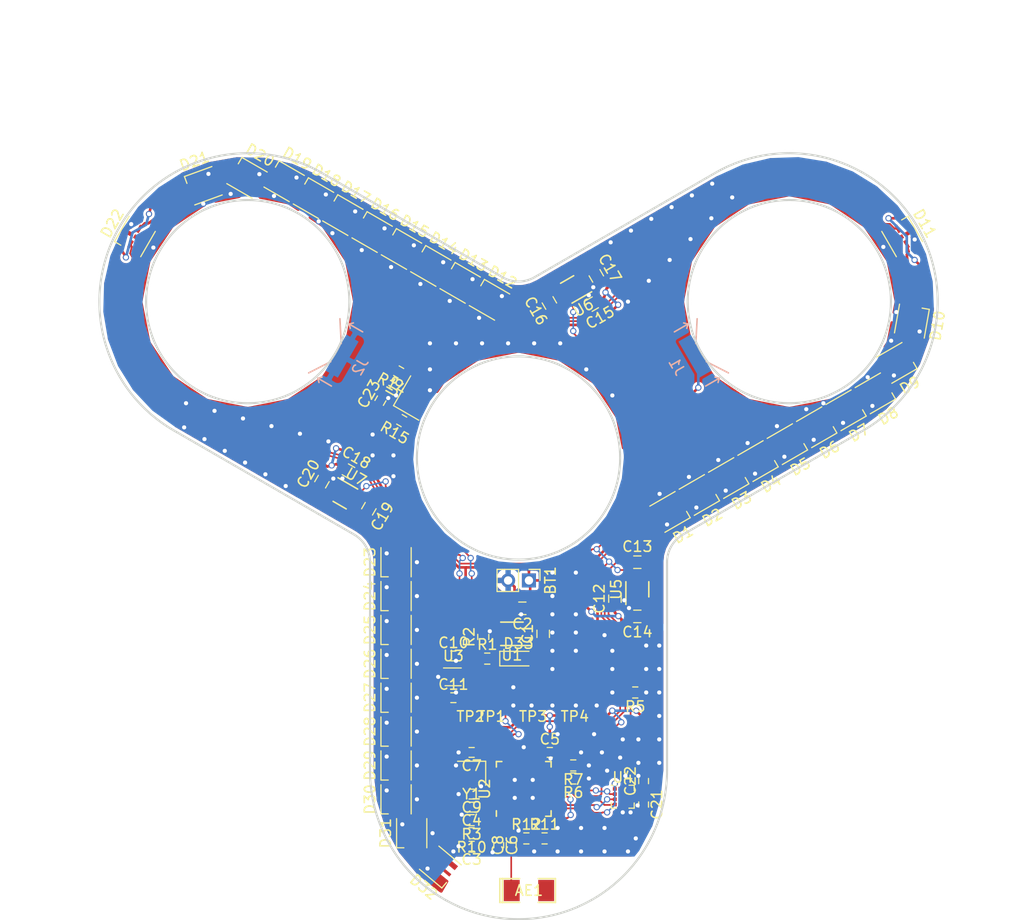
<source format=kicad_pcb>
(kicad_pcb (version 4) (host pcbnew 4.0.6-e0-6349~53~ubuntu16.04.1)
  (layers (0 F.Cu signal) (31 B.Cu signal) (34 B.Paste user) (35 F.Paste user) (36 B.SilkS user) (37 F.SilkS user) (38 B.Mask user) (39 F.Mask user) (44 Edge.Cuts user))
  (net 0 "")
  (net 1 "Net-(AE1-Pad1)")
  (net 2 +5V)
  (net 3 GND)
  (net 4 +BATT)
  (net 5 +3V3)
  (net 6 "Net-(C7-Pad1)")
  (net 7 "Net-(C8-Pad2)")
  (net 8 "Net-(C9-Pad1)")
  (net 9 "Net-(R1-Pad1)")
  (net 10 "Net-(R2-Pad1)")
  (net 11 "Net-(R3-Pad1)")
  (net 12 /ADC)
  (net 13 "Net-(D2-Pad3)")
  (net 14 "Net-(D2-Pad2)")
  (net 15 "Net-(D3-Pad3)")
  (net 16 "Net-(D3-Pad2)")
  (net 17 "Net-(D4-Pad3)")
  (net 18 "Net-(D4-Pad2)")
  (net 19 "Net-(D5-Pad3)")
  (net 20 "Net-(D5-Pad2)")
  (net 21 "Net-(D6-Pad3)")
  (net 22 "Net-(D6-Pad2)")
  (net 23 "Net-(D7-Pad3)")
  (net 24 "Net-(D7-Pad2)")
  (net 25 "Net-(D8-Pad3)")
  (net 26 "Net-(D8-Pad2)")
  (net 27 "Net-(D10-Pad4)")
  (net 28 "Net-(D10-Pad5)")
  (net 29 "Net-(D10-Pad3)")
  (net 30 "Net-(D10-Pad2)")
  (net 31 "Net-(D1-Pad2)")
  (net 32 "Net-(D1-Pad3)")
  (net 33 "Net-(D12-Pad3)")
  (net 34 "Net-(D12-Pad2)")
  (net 35 "Net-(D13-Pad3)")
  (net 36 "Net-(D13-Pad2)")
  (net 37 "Net-(D14-Pad3)")
  (net 38 "Net-(D14-Pad2)")
  (net 39 "Net-(D15-Pad3)")
  (net 40 "Net-(D15-Pad2)")
  (net 41 "Net-(D16-Pad3)")
  (net 42 "Net-(D16-Pad2)")
  (net 43 "Net-(D17-Pad3)")
  (net 44 "Net-(D17-Pad2)")
  (net 45 "Net-(D18-Pad3)")
  (net 46 "Net-(D18-Pad2)")
  (net 47 "Net-(D19-Pad3)")
  (net 48 "Net-(D19-Pad2)")
  (net 49 "Net-(D20-Pad3)")
  (net 50 "Net-(D20-Pad2)")
  (net 51 "Net-(D21-Pad3)")
  (net 52 "Net-(D21-Pad2)")
  (net 53 "Net-(D23-Pad3)")
  (net 54 "Net-(D23-Pad2)")
  (net 55 "Net-(D24-Pad3)")
  (net 56 "Net-(D24-Pad2)")
  (net 57 "Net-(D25-Pad3)")
  (net 58 "Net-(D25-Pad2)")
  (net 59 "Net-(D26-Pad3)")
  (net 60 "Net-(D26-Pad2)")
  (net 61 "Net-(D27-Pad3)")
  (net 62 "Net-(D27-Pad2)")
  (net 63 "Net-(D28-Pad3)")
  (net 64 "Net-(D28-Pad2)")
  (net 65 "Net-(D29-Pad3)")
  (net 66 "Net-(D29-Pad2)")
  (net 67 "Net-(D30-Pad3)")
  (net 68 "Net-(D30-Pad2)")
  (net 69 "Net-(D31-Pad3)")
  (net 70 "Net-(D31-Pad2)")
  (net 71 "Net-(D33-Pad1)")
  (net 72 +5C)
  (net 73 +5F)
  (net 74 +5P)
  (net 75 "Net-(R7-Pad2)")
  (net 76 "Net-(R10-Pad1)")
  (net 77 "Net-(TP2-Pad1)")
  (net 78 "Net-(C19-Pad1)")
  (net 79 "Net-(C19-Pad2)")
  (net 80 /LSO)
  (net 81 /LCK)
  (net 82 /LSO2)
  (net 83 /LCK2)
  (net 84 /LSO3)
  (net 85 /LCK3)
  (net 86 /~CS~)
  (net 87 "Net-(R14-Pad1)")
  (net 88 /IDX)
  (net 89 /SCK)
  (net 90 /MISO)
  (net 91 /MOSI)
  (net 92 /ENL)
  (net 93 "Net-(C13-Pad1)")
  (net 94 "Net-(C13-Pad2)")
  (net 95 "Net-(C16-Pad1)")
  (net 96 "Net-(C16-Pad2)")
  (module Measurement_Points:Measurement_Point_Round-SMD-Pad_Small (layer F.Cu) (at 101.4 96.8)
    (fp_text reference TP3 (at 0 -2) (layer F.SilkS))
    (fp_text value GND)
    (pad 1 smd circle (at 0 0) (size 1.5 1.5) (layers F.Cu F.Mask) (net 3 GND))
  )
  (module parts:VCNT2020 (layer F.Cu) (at 90.040708 64.25 60)
    (fp_text reference U8 (at 0 -2.2 60) (layer F.SilkS))
    (fp_text value VCNT2020)
    (pad 2 smd rect (at -0.57 0.625 60) (size 0.97 1.15) (layers F.Cu F.Paste F.Mask) (net 88 /IDX))
    (pad 4 smd rect (at 0.63 0.625 60) (size 0.85 1.15) (layers F.Cu F.Paste F.Mask) (net 3 GND))
    (pad 3 smd rect (at 0.63 -0.725 60) (size 0.85 0.95) (layers F.Cu F.Paste F.Mask) (net 87 "Net-(R14-Pad1)"))
    (pad 1 smd rect (at -0.57 -0.725 60) (size 0.97 0.95) (layers F.Cu F.Paste F.Mask) (net 3 GND))
  )
  (module Capacitors_SMD:C_0603 (layer F.Cu) (at 83.683657 71.260735 330)
    (fp_text reference C18 (at 0 -1.5 330) (layer F.SilkS))
    (fp_text value 2.2u)
    (pad 1 smd rect (at -0.75 0 330) (size 0.8 0.75) (layers F.Cu F.Paste F.Mask) (net 4 +BATT))
    (pad 2 smd rect (at 0.75 0 330) (size 0.8 0.75) (layers F.Cu F.Paste F.Mask) (net 3 GND))
  )
  (module Capacitors_SMD:C_0603 (layer F.Cu) (at 107.066343 55.239265 210)
    (fp_text reference C15 (at 0 -1.5 210) (layer F.SilkS))
    (fp_text value 2.2u)
    (pad 1 smd rect (at -0.75 0 210) (size 0.8 0.75) (layers F.Cu F.Paste F.Mask) (net 4 +BATT))
    (pad 2 smd rect (at 0.75 0 210) (size 0.8 0.75) (layers F.Cu F.Paste F.Mask) (net 3 GND))
  )
  (module Resistors_SMD:R_0402 (layer F.Cu) (at 111.2 92.5 180)
    (fp_text reference R5 (at 0 -1.35 180) (layer F.SilkS))
    (fp_text value 12k)
    (pad 1 smd rect (at -0.45 0 180) (size 0.4 0.6) (layers F.Cu F.Paste F.Mask) (net 3 GND))
    (pad 2 smd rect (at 0.45 0 180) (size 0.4 0.6) (layers F.Cu F.Paste F.Mask) (net 81 /LCK))
  )
  (module Capacitors_SMD:C_0603 (layer F.Cu) (at 102.366922 86.872596 90)
    (fp_text reference C1 (at 0 -1.5 90) (layer F.SilkS))
    (fp_text value 10u)
    (pad 1 smd rect (at -0.75 0 90) (size 0.8 0.75) (layers F.Cu F.Paste F.Mask) (net 2 +5V))
    (pad 2 smd rect (at 0.75 0 90) (size 0.8 0.75) (layers F.Cu F.Paste F.Mask) (net 3 GND))
  )
  (module Capacitors_SMD:C_0603 (layer F.Cu) (at 100.366922 84.422596 180)
    (fp_text reference C2 (at 0 -1.5 180) (layer F.SilkS))
    (fp_text value 10u)
    (pad 1 smd rect (at -0.75 0 180) (size 0.8 0.75) (layers F.Cu F.Paste F.Mask) (net 4 +BATT))
    (pad 2 smd rect (at 0.75 0 180) (size 0.8 0.75) (layers F.Cu F.Paste F.Mask) (net 3 GND))
  )
  (module Resistors_SMD:R_0402 (layer F.Cu) (at 97 89.25)
    (fp_text reference R1 (at 0 -1.35) (layer F.SilkS))
    (fp_text value 2k)
    (pad 1 smd rect (at -0.45 0) (size 0.4 0.6) (layers F.Cu F.Paste F.Mask) (net 9 "Net-(R1-Pad1)"))
    (pad 2 smd rect (at 0.45 0) (size 0.4 0.6) (layers F.Cu F.Paste F.Mask) (net 71 "Net-(D33-Pad1)"))
  )
  (module Housings_DFN_QFN:DFN-8-1EP_3x2mm_Pitch0.5mm (layer F.Cu) (at 99.366922 86.872596 180)
    (fp_text reference U1 (at 0 -2.05 180) (layer F.SilkS))
    (fp_text value MCP73831-2ACI/MC)
    (pad 1 smd rect (at -1.45 -0.75 180) (size 0.75 0.3) (layers F.Cu F.Paste F.Mask) (net 2 +5V))
    (pad 2 smd rect (at -1.45 -0.25 180) (size 0.75 0.3) (layers F.Cu F.Paste F.Mask) (net 2 +5V))
    (pad 3 smd rect (at -1.45 0.25 180) (size 0.75 0.3) (layers F.Cu F.Paste F.Mask) (net 4 +BATT))
    (pad 4 smd rect (at -1.45 0.75 180) (size 0.75 0.3) (layers F.Cu F.Paste F.Mask) (net 4 +BATT))
    (pad 5 smd rect (at 1.45 0.75 180) (size 0.75 0.3) (layers F.Cu F.Paste F.Mask) (net 9 "Net-(R1-Pad1)"))
    (pad 6 smd rect (at 1.45 0.25 180) (size 0.75 0.3) (layers F.Cu F.Paste F.Mask) (net 3 GND))
    (pad 7 smd rect (at 1.45 -0.25 180) (size 0.75 0.3) (layers F.Cu F.Paste F.Mask))
    (pad 8 smd rect (at 1.45 -0.75 180) (size 0.75 0.3) (layers F.Cu F.Paste F.Mask) (net 10 "Net-(R2-Pad1)"))
    (pad 9 smd rect (at 0.4375 0.3625 180) (size 0.875 0.725) (layers F.Cu F.Paste F.Mask))
    (pad 9 smd rect (at 0.4375 -0.3625 180) (size 0.875 0.725) (layers F.Cu F.Paste F.Mask))
    (pad 9 smd rect (at -0.4375 0.3625 180) (size 0.875 0.725) (layers F.Cu F.Paste F.Mask))
    (pad 9 smd rect (at -0.4375 -0.3625 180) (size 0.875 0.725) (layers F.Cu F.Paste F.Mask))
  )
  (module Resistors_SMD:R_0402 (layer F.Cu) (at 96.616922 87.172596 90)
    (fp_text reference R2 (at 0 -1.35 90) (layer F.SilkS))
    (fp_text value 2k)
    (pad 1 smd rect (at -0.45 0 90) (size 0.4 0.6) (layers F.Cu F.Paste F.Mask) (net 10 "Net-(R2-Pad1)"))
    (pad 2 smd rect (at 0.45 0 90) (size 0.4 0.6) (layers F.Cu F.Paste F.Mask) (net 3 GND))
  )
  (module Capacitors_SMD:C_0603 (layer F.Cu) (at 81.136414 72.27269 60)
    (fp_text reference C20 (at 0 -1.5 60) (layer F.SilkS))
    (fp_text value 2.2u)
    (pad 1 smd rect (at -0.75 0 60) (size 0.8 0.75) (layers F.Cu F.Paste F.Mask) (net 74 +5P))
    (pad 2 smd rect (at 0.75 0 60) (size 0.8 0.75) (layers F.Cu F.Paste F.Mask) (net 3 GND))
  )
  (module Capacitors_SMD:C_0603 (layer F.Cu) (at 107.463586 52.52731 300)
    (fp_text reference C17 (at 0 -1.5 300) (layer F.SilkS))
    (fp_text value 2.2u)
    (pad 1 smd rect (at -0.75 0 300) (size 0.8 0.75) (layers F.Cu F.Paste F.Mask) (net 73 +5F))
    (pad 2 smd rect (at 0.75 0 300) (size 0.8 0.75) (layers F.Cu F.Paste F.Mask) (net 3 GND))
  )
  (module Housings_DFN_QFN:DFN-6-1EP_2x2mm_Pitch0.65mm (layer F.Cu) (at 83.38808 73.57269 330)
    (fp_text reference U7 (at 0 -2.025 330) (layer F.SilkS))
    (fp_text value TPS60150)
    (pad 1 smd rect (at -1.05 -0.65 330) (size 0.65 0.35) (layers F.Cu F.Paste F.Mask) (net 3 GND))
    (pad 2 smd rect (at -1.05 0 330) (size 0.65 0.35) (layers F.Cu F.Paste F.Mask) (net 4 +BATT))
    (pad 3 smd rect (at -1.05 0.65 330) (size 0.65 0.35) (layers F.Cu F.Paste F.Mask) (net 74 +5P))
    (pad 4 smd rect (at 1.05 0.65 330) (size 0.65 0.35) (layers F.Cu F.Paste F.Mask) (net 79 "Net-(C19-Pad2)"))
    (pad 5 smd rect (at 1.05 0 330) (size 0.65 0.35) (layers F.Cu F.Paste F.Mask) (net 78 "Net-(C19-Pad1)"))
    (pad 6 smd rect (at 1.05 -0.65 330) (size 0.65 0.35) (layers F.Cu F.Paste F.Mask) (net 92 /ENL))
    (pad 7 smd rect (at 0 0.4 330) (size 1 0.8) (layers F.Cu F.Paste F.Mask))
    (pad 7 smd rect (at 0 -0.4 330) (size 1 0.8) (layers F.Cu F.Paste F.Mask))
  )
  (module Housings_DFN_QFN:DFN-6-1EP_2x2mm_Pitch0.65mm (layer F.Cu) (at 105.21192 53.82731 210)
    (fp_text reference U6 (at 0 -2.025 210) (layer F.SilkS))
    (fp_text value TPS60150)
    (pad 1 smd rect (at -1.05 -0.65 210) (size 0.65 0.35) (layers F.Cu F.Paste F.Mask) (net 3 GND))
    (pad 2 smd rect (at -1.05 0 210) (size 0.65 0.35) (layers F.Cu F.Paste F.Mask) (net 4 +BATT))
    (pad 3 smd rect (at -1.05 0.65 210) (size 0.65 0.35) (layers F.Cu F.Paste F.Mask) (net 73 +5F))
    (pad 4 smd rect (at 1.05 0.65 210) (size 0.65 0.35) (layers F.Cu F.Paste F.Mask) (net 96 "Net-(C16-Pad2)"))
    (pad 5 smd rect (at 1.05 0 210) (size 0.65 0.35) (layers F.Cu F.Paste F.Mask) (net 95 "Net-(C16-Pad1)"))
    (pad 6 smd rect (at 1.05 -0.65 210) (size 0.65 0.35) (layers F.Cu F.Paste F.Mask) (net 92 /ENL))
    (pad 7 smd rect (at 0 0.4 210) (size 1 0.8) (layers F.Cu F.Paste F.Mask))
    (pad 7 smd rect (at 0 -0.4 210) (size 1 0.8) (layers F.Cu F.Paste F.Mask))
  )
  (module Capacitors_SMD:C_0603 (layer F.Cu) (at 85.639746 74.87269 240)
    (fp_text reference C19 (at 0 -1.5 240) (layer F.SilkS))
    (fp_text value 1u)
    (pad 1 smd rect (at -0.75 0 240) (size 0.8 0.75) (layers F.Cu F.Paste F.Mask) (net 78 "Net-(C19-Pad1)"))
    (pad 2 smd rect (at 0.75 0 240) (size 0.8 0.75) (layers F.Cu F.Paste F.Mask) (net 79 "Net-(C19-Pad2)"))
  )
  (module Capacitors_SMD:C_0603 (layer F.Cu) (at 102.960254 55.12731 120)
    (fp_text reference C16 (at 0 -1.5 120) (layer F.SilkS))
    (fp_text value 1u)
    (pad 1 smd rect (at -0.75 0 120) (size 0.8 0.75) (layers F.Cu F.Paste F.Mask) (net 95 "Net-(C16-Pad1)"))
    (pad 2 smd rect (at 0.75 0 120) (size 0.8 0.75) (layers F.Cu F.Paste F.Mask) (net 96 "Net-(C16-Pad2)"))
  )
  (module Resistors_SMD:R_0402 (layer F.Cu) (at 88.790708 66.415064 150)
    (fp_text reference R15 (at 0 -1.35 150) (layer F.SilkS))
    (fp_text value 12k)
    (pad 1 smd rect (at -0.45 0 150) (size 0.4 0.6) (layers F.Cu F.Paste F.Mask) (net 88 /IDX))
    (pad 2 smd rect (at 0.45 0 150) (size 0.4 0.6) (layers F.Cu F.Paste F.Mask) (net 5 +3V3))
  )
  (module Resistors_SMD:R_0402 (layer F.Cu) (at 88.5 61.75 150)
    (fp_text reference R14 (at 0 -1.35 150) (layer F.SilkS))
    (fp_text value 150)
    (pad 1 smd rect (at -0.45 0 150) (size 0.4 0.6) (layers F.Cu F.Paste F.Mask) (net 87 "Net-(R14-Pad1)"))
    (pad 2 smd rect (at 0.45 0 150) (size 0.4 0.6) (layers F.Cu F.Paste F.Mask) (net 5 +3V3))
  )
  (module parts:LED_APA102-2020 (layer F.Cu) (at 63.19392 48.75 60)
    (fp_text reference D22 (at 0 -2.5 60) (layer F.SilkS))
    (fp_text value APA102-2020)
    (pad 4 smd rect (at 0.85 0.9 60) (size 0.8 0.5) (layers F.Cu F.Paste F.Mask) (net 51 "Net-(D21-Pad3)"))
    (pad 5 smd rect (at 0.85 0 60) (size 0.8 0.3) (layers F.Cu F.Paste F.Mask) (net 52 "Net-(D21-Pad2)"))
    (pad 6 smd rect (at 0.85 -0.9 60) (size 0.8 0.5) (layers F.Cu F.Paste F.Mask) (net 3 GND))
    (pad 3 smd rect (at -0.85 0.9 60) (size 0.8 0.5) (layers F.Cu F.Paste F.Mask) (net 84 /LSO3))
    (pad 2 smd rect (at -0.85 0 60) (size 0.8 0.3) (layers F.Cu F.Paste F.Mask) (net 85 /LCK3))
    (pad 1 smd rect (at -0.85 -0.9 60) (size 0.8 0.5) (layers F.Cu F.Paste F.Mask) (net 73 +5F))
    (pad 1 smd rect (at 0 -0.825 60) (size 0.4 0.95) (layers F.Cu F.Paste F.Mask) (net 73 +5F))
    (pad 6 smd rect (at 0 0.6 60) (size 0.4 1.4) (layers F.Cu F.Paste F.Mask) (net 3 GND))
  )
  (module parts:LED_APA102-2020 (layer F.Cu) (at 136.80608 48.75 300)
    (fp_text reference D11 (at 0 -2.5 300) (layer F.SilkS))
    (fp_text value APA102-2020)
    (pad 4 smd rect (at 0.85 0.9 300) (size 0.8 0.5) (layers F.Cu F.Paste F.Mask) (net 29 "Net-(D10-Pad3)"))
    (pad 5 smd rect (at 0.85 0 300) (size 0.8 0.3) (layers F.Cu F.Paste F.Mask) (net 30 "Net-(D10-Pad2)"))
    (pad 6 smd rect (at 0.85 -0.9 300) (size 0.8 0.5) (layers F.Cu F.Paste F.Mask) (net 3 GND))
    (pad 3 smd rect (at -0.85 0.9 300) (size 0.8 0.5) (layers F.Cu F.Paste F.Mask) (net 82 /LSO2))
    (pad 2 smd rect (at -0.85 0 300) (size 0.8 0.3) (layers F.Cu F.Paste F.Mask) (net 83 /LCK2))
    (pad 1 smd rect (at -0.85 -0.9 300) (size 0.8 0.5) (layers F.Cu F.Paste F.Mask) (net 72 +5C))
    (pad 1 smd rect (at 0 -0.825 300) (size 0.4 0.95) (layers F.Cu F.Paste F.Mask) (net 72 +5C))
    (pad 6 smd rect (at 0 0.6 300) (size 0.4 1.4) (layers F.Cu F.Paste F.Mask) (net 3 GND))
  )
  (module parts:LED_APA102-2020 (layer F.Cu) (at 69.758503 43.879809 20)
    (fp_text reference D21 (at 0 -2.5 20) (layer F.SilkS))
    (fp_text value APA102-2020)
    (pad 4 smd rect (at 0.85 0.9 20) (size 0.8 0.5) (layers F.Cu F.Paste F.Mask) (net 49 "Net-(D20-Pad3)"))
    (pad 5 smd rect (at 0.85 0 20) (size 0.8 0.3) (layers F.Cu F.Paste F.Mask) (net 50 "Net-(D20-Pad2)"))
    (pad 6 smd rect (at 0.85 -0.9 20) (size 0.8 0.5) (layers F.Cu F.Paste F.Mask) (net 3 GND))
    (pad 3 smd rect (at -0.85 0.9 20) (size 0.8 0.5) (layers F.Cu F.Paste F.Mask) (net 51 "Net-(D21-Pad3)"))
    (pad 2 smd rect (at -0.85 0 20) (size 0.8 0.3) (layers F.Cu F.Paste F.Mask) (net 52 "Net-(D21-Pad2)"))
    (pad 1 smd rect (at -0.85 -0.9 20) (size 0.8 0.5) (layers F.Cu F.Paste F.Mask) (net 73 +5F))
    (pad 1 smd rect (at 0 -0.825 20) (size 0.4 0.95) (layers F.Cu F.Paste F.Mask) (net 73 +5F))
    (pad 6 smd rect (at 0 0.6 20) (size 0.4 1.4) (layers F.Cu F.Paste F.Mask) (net 3 GND))
  )
  (module parts:LED_APA102-2020 (layer F.Cu) (at 137.741497 56.870191 260)
    (fp_text reference D10 (at 0 -2.5 260) (layer F.SilkS))
    (fp_text value APA102-2020)
    (pad 4 smd rect (at 0.85 0.9 260) (size 0.8 0.5) (layers F.Cu F.Paste F.Mask) (net 27 "Net-(D10-Pad4)"))
    (pad 5 smd rect (at 0.85 0 260) (size 0.8 0.3) (layers F.Cu F.Paste F.Mask) (net 28 "Net-(D10-Pad5)"))
    (pad 6 smd rect (at 0.85 -0.9 260) (size 0.8 0.5) (layers F.Cu F.Paste F.Mask) (net 3 GND))
    (pad 3 smd rect (at -0.85 0.9 260) (size 0.8 0.5) (layers F.Cu F.Paste F.Mask) (net 29 "Net-(D10-Pad3)"))
    (pad 2 smd rect (at -0.85 0 260) (size 0.8 0.3) (layers F.Cu F.Paste F.Mask) (net 30 "Net-(D10-Pad2)"))
    (pad 1 smd rect (at -0.85 -0.9 260) (size 0.8 0.5) (layers F.Cu F.Paste F.Mask) (net 72 +5C))
    (pad 1 smd rect (at 0 -0.825 260) (size 0.4 0.95) (layers F.Cu F.Paste F.Mask) (net 72 +5C))
    (pad 6 smd rect (at 0 0.6 260) (size 0.4 1.4) (layers F.Cu F.Paste F.Mask) (net 3 GND))
  )
  (module parts:LED_APA102-2020 (layer F.Cu) (at 73.948085 43.12324 330)
    (fp_text reference D20 (at 0 -2.5 330) (layer F.SilkS))
    (fp_text value APA102-2020)
    (pad 4 smd rect (at 0.85 0.9 330) (size 0.8 0.5) (layers F.Cu F.Paste F.Mask) (net 47 "Net-(D19-Pad3)"))
    (pad 5 smd rect (at 0.85 0 330) (size 0.8 0.3) (layers F.Cu F.Paste F.Mask) (net 48 "Net-(D19-Pad2)"))
    (pad 6 smd rect (at 0.85 -0.9 330) (size 0.8 0.5) (layers F.Cu F.Paste F.Mask) (net 3 GND))
    (pad 3 smd rect (at -0.85 0.9 330) (size 0.8 0.5) (layers F.Cu F.Paste F.Mask) (net 49 "Net-(D20-Pad3)"))
    (pad 2 smd rect (at -0.85 0 330) (size 0.8 0.3) (layers F.Cu F.Paste F.Mask) (net 50 "Net-(D20-Pad2)"))
    (pad 1 smd rect (at -0.85 -0.9 330) (size 0.8 0.5) (layers F.Cu F.Paste F.Mask) (net 73 +5F))
    (pad 1 smd rect (at 0 -0.825 330) (size 0.4 0.95) (layers F.Cu F.Paste F.Mask) (net 73 +5F))
    (pad 6 smd rect (at 0 0.6 330) (size 0.4 1.4) (layers F.Cu F.Paste F.Mask) (net 3 GND))
  )
  (module parts:LED_APA102-2020 (layer F.Cu) (at 136.301915 60.87676 210)
    (fp_text reference D9 (at 0 -2.5 210) (layer F.SilkS))
    (fp_text value APA102-2020)
    (pad 4 smd rect (at 0.85 0.9 210) (size 0.8 0.5) (layers F.Cu F.Paste F.Mask) (net 25 "Net-(D8-Pad3)"))
    (pad 5 smd rect (at 0.85 0 210) (size 0.8 0.3) (layers F.Cu F.Paste F.Mask) (net 26 "Net-(D8-Pad2)"))
    (pad 6 smd rect (at 0.85 -0.9 210) (size 0.8 0.5) (layers F.Cu F.Paste F.Mask) (net 3 GND))
    (pad 3 smd rect (at -0.85 0.9 210) (size 0.8 0.5) (layers F.Cu F.Paste F.Mask) (net 27 "Net-(D10-Pad4)"))
    (pad 2 smd rect (at -0.85 0 210) (size 0.8 0.3) (layers F.Cu F.Paste F.Mask) (net 28 "Net-(D10-Pad5)"))
    (pad 1 smd rect (at -0.85 -0.9 210) (size 0.8 0.5) (layers F.Cu F.Paste F.Mask) (net 72 +5C))
    (pad 1 smd rect (at 0 -0.825 210) (size 0.4 0.95) (layers F.Cu F.Paste F.Mask) (net 72 +5C))
    (pad 6 smd rect (at 0 0.6 210) (size 0.4 1.4) (layers F.Cu F.Paste F.Mask) (net 3 GND))
  )
  (module parts:LED_APA102-2020 (layer F.Cu) (at 77.512668 43.449202 330)
    (fp_text reference D19 (at 0 -2.5 330) (layer F.SilkS))
    (fp_text value APA102-2020)
    (pad 4 smd rect (at 0.85 0.9 330) (size 0.8 0.5) (layers F.Cu F.Paste F.Mask) (net 45 "Net-(D18-Pad3)"))
    (pad 5 smd rect (at 0.85 0 330) (size 0.8 0.3) (layers F.Cu F.Paste F.Mask) (net 46 "Net-(D18-Pad2)"))
    (pad 6 smd rect (at 0.85 -0.9 330) (size 0.8 0.5) (layers F.Cu F.Paste F.Mask) (net 3 GND))
    (pad 3 smd rect (at -0.85 0.9 330) (size 0.8 0.5) (layers F.Cu F.Paste F.Mask) (net 47 "Net-(D19-Pad3)"))
    (pad 2 smd rect (at -0.85 0 330) (size 0.8 0.3) (layers F.Cu F.Paste F.Mask) (net 48 "Net-(D19-Pad2)"))
    (pad 1 smd rect (at -0.85 -0.9 330) (size 0.8 0.5) (layers F.Cu F.Paste F.Mask) (net 73 +5F))
    (pad 1 smd rect (at 0 -0.825 330) (size 0.4 0.95) (layers F.Cu F.Paste F.Mask) (net 73 +5F))
    (pad 6 smd rect (at 0 0.6 330) (size 0.4 1.4) (layers F.Cu F.Paste F.Mask) (net 3 GND))
  )
  (module parts:LED_APA102-2020 (layer F.Cu) (at 134.237332 63.800798 210)
    (fp_text reference D8 (at 0 -2.5 210) (layer F.SilkS))
    (fp_text value APA102-2020)
    (pad 4 smd rect (at 0.85 0.9 210) (size 0.8 0.5) (layers F.Cu F.Paste F.Mask) (net 23 "Net-(D7-Pad3)"))
    (pad 5 smd rect (at 0.85 0 210) (size 0.8 0.3) (layers F.Cu F.Paste F.Mask) (net 24 "Net-(D7-Pad2)"))
    (pad 6 smd rect (at 0.85 -0.9 210) (size 0.8 0.5) (layers F.Cu F.Paste F.Mask) (net 3 GND))
    (pad 3 smd rect (at -0.85 0.9 210) (size 0.8 0.5) (layers F.Cu F.Paste F.Mask) (net 25 "Net-(D8-Pad3)"))
    (pad 2 smd rect (at -0.85 0 210) (size 0.8 0.3) (layers F.Cu F.Paste F.Mask) (net 26 "Net-(D8-Pad2)"))
    (pad 1 smd rect (at -0.85 -0.9 210) (size 0.8 0.5) (layers F.Cu F.Paste F.Mask) (net 72 +5C))
    (pad 1 smd rect (at 0 -0.825 210) (size 0.4 0.95) (layers F.Cu F.Paste F.Mask) (net 72 +5C))
    (pad 6 smd rect (at 0 0.6 210) (size 0.4 1.4) (layers F.Cu F.Paste F.Mask) (net 3 GND))
  )
  (module parts:LED_APA102-2020 (layer F.Cu) (at 80.327251 45.074202 330)
    (fp_text reference D18 (at 0 -2.5 330) (layer F.SilkS))
    (fp_text value APA102-2020)
    (pad 4 smd rect (at 0.85 0.9 330) (size 0.8 0.5) (layers F.Cu F.Paste F.Mask) (net 43 "Net-(D17-Pad3)"))
    (pad 5 smd rect (at 0.85 0 330) (size 0.8 0.3) (layers F.Cu F.Paste F.Mask) (net 44 "Net-(D17-Pad2)"))
    (pad 6 smd rect (at 0.85 -0.9 330) (size 0.8 0.5) (layers F.Cu F.Paste F.Mask) (net 3 GND))
    (pad 3 smd rect (at -0.85 0.9 330) (size 0.8 0.5) (layers F.Cu F.Paste F.Mask) (net 45 "Net-(D18-Pad3)"))
    (pad 2 smd rect (at -0.85 0 330) (size 0.8 0.3) (layers F.Cu F.Paste F.Mask) (net 46 "Net-(D18-Pad2)"))
    (pad 1 smd rect (at -0.85 -0.9 330) (size 0.8 0.5) (layers F.Cu F.Paste F.Mask) (net 73 +5F))
    (pad 1 smd rect (at 0 -0.825 330) (size 0.4 0.95) (layers F.Cu F.Paste F.Mask) (net 73 +5F))
    (pad 6 smd rect (at 0 0.6 330) (size 0.4 1.4) (layers F.Cu F.Paste F.Mask) (net 3 GND))
  )
  (module parts:LED_APA102-2020 (layer F.Cu) (at 131.422749 65.425798 210)
    (fp_text reference D7 (at 0 -2.5 210) (layer F.SilkS))
    (fp_text value APA102-2020)
    (pad 4 smd rect (at 0.85 0.9 210) (size 0.8 0.5) (layers F.Cu F.Paste F.Mask) (net 21 "Net-(D6-Pad3)"))
    (pad 5 smd rect (at 0.85 0 210) (size 0.8 0.3) (layers F.Cu F.Paste F.Mask) (net 22 "Net-(D6-Pad2)"))
    (pad 6 smd rect (at 0.85 -0.9 210) (size 0.8 0.5) (layers F.Cu F.Paste F.Mask) (net 3 GND))
    (pad 3 smd rect (at -0.85 0.9 210) (size 0.8 0.5) (layers F.Cu F.Paste F.Mask) (net 23 "Net-(D7-Pad3)"))
    (pad 2 smd rect (at -0.85 0 210) (size 0.8 0.3) (layers F.Cu F.Paste F.Mask) (net 24 "Net-(D7-Pad2)"))
    (pad 1 smd rect (at -0.85 -0.9 210) (size 0.8 0.5) (layers F.Cu F.Paste F.Mask) (net 72 +5C))
    (pad 1 smd rect (at 0 -0.825 210) (size 0.4 0.95) (layers F.Cu F.Paste F.Mask) (net 72 +5C))
    (pad 6 smd rect (at 0 0.6 210) (size 0.4 1.4) (layers F.Cu F.Paste F.Mask) (net 3 GND))
  )
  (module parts:LED_APA102-2020 (layer F.Cu) (at 83.141833 46.699202 330)
    (fp_text reference D17 (at 0 -2.5 330) (layer F.SilkS))
    (fp_text value APA102-2020)
    (pad 4 smd rect (at 0.85 0.9 330) (size 0.8 0.5) (layers F.Cu F.Paste F.Mask) (net 41 "Net-(D16-Pad3)"))
    (pad 5 smd rect (at 0.85 0 330) (size 0.8 0.3) (layers F.Cu F.Paste F.Mask) (net 42 "Net-(D16-Pad2)"))
    (pad 6 smd rect (at 0.85 -0.9 330) (size 0.8 0.5) (layers F.Cu F.Paste F.Mask) (net 3 GND))
    (pad 3 smd rect (at -0.85 0.9 330) (size 0.8 0.5) (layers F.Cu F.Paste F.Mask) (net 43 "Net-(D17-Pad3)"))
    (pad 2 smd rect (at -0.85 0 330) (size 0.8 0.3) (layers F.Cu F.Paste F.Mask) (net 44 "Net-(D17-Pad2)"))
    (pad 1 smd rect (at -0.85 -0.9 330) (size 0.8 0.5) (layers F.Cu F.Paste F.Mask) (net 73 +5F))
    (pad 1 smd rect (at 0 -0.825 330) (size 0.4 0.95) (layers F.Cu F.Paste F.Mask) (net 73 +5F))
    (pad 6 smd rect (at 0 0.6 330) (size 0.4 1.4) (layers F.Cu F.Paste F.Mask) (net 3 GND))
  )
  (module parts:LED_APA102-2020 (layer F.Cu) (at 128.608167 67.050798 210)
    (fp_text reference D6 (at 0 -2.5 210) (layer F.SilkS))
    (fp_text value APA102-2020)
    (pad 4 smd rect (at 0.85 0.9 210) (size 0.8 0.5) (layers F.Cu F.Paste F.Mask) (net 19 "Net-(D5-Pad3)"))
    (pad 5 smd rect (at 0.85 0 210) (size 0.8 0.3) (layers F.Cu F.Paste F.Mask) (net 20 "Net-(D5-Pad2)"))
    (pad 6 smd rect (at 0.85 -0.9 210) (size 0.8 0.5) (layers F.Cu F.Paste F.Mask) (net 3 GND))
    (pad 3 smd rect (at -0.85 0.9 210) (size 0.8 0.5) (layers F.Cu F.Paste F.Mask) (net 21 "Net-(D6-Pad3)"))
    (pad 2 smd rect (at -0.85 0 210) (size 0.8 0.3) (layers F.Cu F.Paste F.Mask) (net 22 "Net-(D6-Pad2)"))
    (pad 1 smd rect (at -0.85 -0.9 210) (size 0.8 0.5) (layers F.Cu F.Paste F.Mask) (net 72 +5C))
    (pad 1 smd rect (at 0 -0.825 210) (size 0.4 0.95) (layers F.Cu F.Paste F.Mask) (net 72 +5C))
    (pad 6 smd rect (at 0 0.6 210) (size 0.4 1.4) (layers F.Cu F.Paste F.Mask) (net 3 GND))
  )
  (module parts:LED_APA102-2020 (layer F.Cu) (at 97.214746 54.824202 330)
    (fp_text reference D12 (at 0 -2.5 330) (layer F.SilkS))
    (fp_text value APA102-2020)
    (pad 4 smd rect (at 0.85 0.9 330) (size 0.8 0.5) (layers F.Cu F.Paste F.Mask) (net 82 /LSO2))
    (pad 5 smd rect (at 0.85 0 330) (size 0.8 0.3) (layers F.Cu F.Paste F.Mask) (net 83 /LCK2))
    (pad 6 smd rect (at 0.85 -0.9 330) (size 0.8 0.5) (layers F.Cu F.Paste F.Mask) (net 3 GND))
    (pad 3 smd rect (at -0.85 0.9 330) (size 0.8 0.5) (layers F.Cu F.Paste F.Mask) (net 33 "Net-(D12-Pad3)"))
    (pad 2 smd rect (at -0.85 0 330) (size 0.8 0.3) (layers F.Cu F.Paste F.Mask) (net 34 "Net-(D12-Pad2)"))
    (pad 1 smd rect (at -0.85 -0.9 330) (size 0.8 0.5) (layers F.Cu F.Paste F.Mask) (net 73 +5F))
    (pad 1 smd rect (at 0 -0.825 330) (size 0.4 0.95) (layers F.Cu F.Paste F.Mask) (net 73 +5F))
    (pad 6 smd rect (at 0 0.6 330) (size 0.4 1.4) (layers F.Cu F.Paste F.Mask) (net 3 GND))
  )
  (module parts:LED_APA102-2020 (layer F.Cu) (at 114.535254 75.175798 210)
    (fp_text reference D1 (at 0 -2.5 210) (layer F.SilkS))
    (fp_text value APA102-2020)
    (pad 4 smd rect (at 0.85 0.9 210) (size 0.8 0.5) (layers F.Cu F.Paste F.Mask) (net 80 /LSO))
    (pad 5 smd rect (at 0.85 0 210) (size 0.8 0.3) (layers F.Cu F.Paste F.Mask) (net 81 /LCK))
    (pad 6 smd rect (at 0.85 -0.9 210) (size 0.8 0.5) (layers F.Cu F.Paste F.Mask) (net 3 GND))
    (pad 3 smd rect (at -0.85 0.9 210) (size 0.8 0.5) (layers F.Cu F.Paste F.Mask) (net 32 "Net-(D1-Pad3)"))
    (pad 2 smd rect (at -0.85 0 210) (size 0.8 0.3) (layers F.Cu F.Paste F.Mask) (net 31 "Net-(D1-Pad2)"))
    (pad 1 smd rect (at -0.85 -0.9 210) (size 0.8 0.5) (layers F.Cu F.Paste F.Mask) (net 72 +5C))
    (pad 1 smd rect (at 0 -0.825 210) (size 0.4 0.95) (layers F.Cu F.Paste F.Mask) (net 72 +5C))
    (pad 6 smd rect (at 0 0.6 210) (size 0.4 1.4) (layers F.Cu F.Paste F.Mask) (net 3 GND))
  )
  (module parts:LED_APA102-2020 (layer F.Cu) (at 94.400163 53.199202 330)
    (fp_text reference D13 (at 0 -2.5 330) (layer F.SilkS))
    (fp_text value APA102-2020)
    (pad 4 smd rect (at 0.85 0.9 330) (size 0.8 0.5) (layers F.Cu F.Paste F.Mask) (net 33 "Net-(D12-Pad3)"))
    (pad 5 smd rect (at 0.85 0 330) (size 0.8 0.3) (layers F.Cu F.Paste F.Mask) (net 34 "Net-(D12-Pad2)"))
    (pad 6 smd rect (at 0.85 -0.9 330) (size 0.8 0.5) (layers F.Cu F.Paste F.Mask) (net 3 GND))
    (pad 3 smd rect (at -0.85 0.9 330) (size 0.8 0.5) (layers F.Cu F.Paste F.Mask) (net 35 "Net-(D13-Pad3)"))
    (pad 2 smd rect (at -0.85 0 330) (size 0.8 0.3) (layers F.Cu F.Paste F.Mask) (net 36 "Net-(D13-Pad2)"))
    (pad 1 smd rect (at -0.85 -0.9 330) (size 0.8 0.5) (layers F.Cu F.Paste F.Mask) (net 73 +5F))
    (pad 1 smd rect (at 0 -0.825 330) (size 0.4 0.95) (layers F.Cu F.Paste F.Mask) (net 73 +5F))
    (pad 6 smd rect (at 0 0.6 330) (size 0.4 1.4) (layers F.Cu F.Paste F.Mask) (net 3 GND))
  )
  (module parts:LED_APA102-2020 (layer F.Cu) (at 117.349837 73.550798 210)
    (fp_text reference D2 (at 0 -2.5 210) (layer F.SilkS))
    (fp_text value APA102-2020)
    (pad 4 smd rect (at 0.85 0.9 210) (size 0.8 0.5) (layers F.Cu F.Paste F.Mask) (net 32 "Net-(D1-Pad3)"))
    (pad 5 smd rect (at 0.85 0 210) (size 0.8 0.3) (layers F.Cu F.Paste F.Mask) (net 31 "Net-(D1-Pad2)"))
    (pad 6 smd rect (at 0.85 -0.9 210) (size 0.8 0.5) (layers F.Cu F.Paste F.Mask) (net 3 GND))
    (pad 3 smd rect (at -0.85 0.9 210) (size 0.8 0.5) (layers F.Cu F.Paste F.Mask) (net 13 "Net-(D2-Pad3)"))
    (pad 2 smd rect (at -0.85 0 210) (size 0.8 0.3) (layers F.Cu F.Paste F.Mask) (net 14 "Net-(D2-Pad2)"))
    (pad 1 smd rect (at -0.85 -0.9 210) (size 0.8 0.5) (layers F.Cu F.Paste F.Mask) (net 72 +5C))
    (pad 1 smd rect (at 0 -0.825 210) (size 0.4 0.95) (layers F.Cu F.Paste F.Mask) (net 72 +5C))
    (pad 6 smd rect (at 0 0.6 210) (size 0.4 1.4) (layers F.Cu F.Paste F.Mask) (net 3 GND))
  )
  (module parts:LED_APA102-2020 (layer F.Cu) (at 91.585581 51.574202 330)
    (fp_text reference D14 (at 0 -2.5 330) (layer F.SilkS))
    (fp_text value APA102-2020)
    (pad 4 smd rect (at 0.85 0.9 330) (size 0.8 0.5) (layers F.Cu F.Paste F.Mask) (net 35 "Net-(D13-Pad3)"))
    (pad 5 smd rect (at 0.85 0 330) (size 0.8 0.3) (layers F.Cu F.Paste F.Mask) (net 36 "Net-(D13-Pad2)"))
    (pad 6 smd rect (at 0.85 -0.9 330) (size 0.8 0.5) (layers F.Cu F.Paste F.Mask) (net 3 GND))
    (pad 3 smd rect (at -0.85 0.9 330) (size 0.8 0.5) (layers F.Cu F.Paste F.Mask) (net 37 "Net-(D14-Pad3)"))
    (pad 2 smd rect (at -0.85 0 330) (size 0.8 0.3) (layers F.Cu F.Paste F.Mask) (net 38 "Net-(D14-Pad2)"))
    (pad 1 smd rect (at -0.85 -0.9 330) (size 0.8 0.5) (layers F.Cu F.Paste F.Mask) (net 73 +5F))
    (pad 1 smd rect (at 0 -0.825 330) (size 0.4 0.95) (layers F.Cu F.Paste F.Mask) (net 73 +5F))
    (pad 6 smd rect (at 0 0.6 330) (size 0.4 1.4) (layers F.Cu F.Paste F.Mask) (net 3 GND))
  )
  (module parts:LED_APA102-2020 (layer F.Cu) (at 120.164419 71.925798 210)
    (fp_text reference D3 (at 0 -2.5 210) (layer F.SilkS))
    (fp_text value APA102-2020)
    (pad 4 smd rect (at 0.85 0.9 210) (size 0.8 0.5) (layers F.Cu F.Paste F.Mask) (net 13 "Net-(D2-Pad3)"))
    (pad 5 smd rect (at 0.85 0 210) (size 0.8 0.3) (layers F.Cu F.Paste F.Mask) (net 14 "Net-(D2-Pad2)"))
    (pad 6 smd rect (at 0.85 -0.9 210) (size 0.8 0.5) (layers F.Cu F.Paste F.Mask) (net 3 GND))
    (pad 3 smd rect (at -0.85 0.9 210) (size 0.8 0.5) (layers F.Cu F.Paste F.Mask) (net 15 "Net-(D3-Pad3)"))
    (pad 2 smd rect (at -0.85 0 210) (size 0.8 0.3) (layers F.Cu F.Paste F.Mask) (net 16 "Net-(D3-Pad2)"))
    (pad 1 smd rect (at -0.85 -0.9 210) (size 0.8 0.5) (layers F.Cu F.Paste F.Mask) (net 72 +5C))
    (pad 1 smd rect (at 0 -0.825 210) (size 0.4 0.95) (layers F.Cu F.Paste F.Mask) (net 72 +5C))
    (pad 6 smd rect (at 0 0.6 210) (size 0.4 1.4) (layers F.Cu F.Paste F.Mask) (net 3 GND))
  )
  (module parts:LED_APA102-2020 (layer F.Cu) (at 85.956416 48.324202 330)
    (fp_text reference D16 (at 0 -2.5 330) (layer F.SilkS))
    (fp_text value APA102-2020)
    (pad 4 smd rect (at 0.85 0.9 330) (size 0.8 0.5) (layers F.Cu F.Paste F.Mask) (net 39 "Net-(D15-Pad3)"))
    (pad 5 smd rect (at 0.85 0 330) (size 0.8 0.3) (layers F.Cu F.Paste F.Mask) (net 40 "Net-(D15-Pad2)"))
    (pad 6 smd rect (at 0.85 -0.9 330) (size 0.8 0.5) (layers F.Cu F.Paste F.Mask) (net 3 GND))
    (pad 3 smd rect (at -0.85 0.9 330) (size 0.8 0.5) (layers F.Cu F.Paste F.Mask) (net 41 "Net-(D16-Pad3)"))
    (pad 2 smd rect (at -0.85 0 330) (size 0.8 0.3) (layers F.Cu F.Paste F.Mask) (net 42 "Net-(D16-Pad2)"))
    (pad 1 smd rect (at -0.85 -0.9 330) (size 0.8 0.5) (layers F.Cu F.Paste F.Mask) (net 73 +5F))
    (pad 1 smd rect (at 0 -0.825 330) (size 0.4 0.95) (layers F.Cu F.Paste F.Mask) (net 73 +5F))
    (pad 6 smd rect (at 0 0.6 330) (size 0.4 1.4) (layers F.Cu F.Paste F.Mask) (net 3 GND))
  )
  (module parts:LED_APA102-2020 (layer F.Cu) (at 125.793584 68.675798 210)
    (fp_text reference D5 (at 0 -2.5 210) (layer F.SilkS))
    (fp_text value APA102-2020)
    (pad 4 smd rect (at 0.85 0.9 210) (size 0.8 0.5) (layers F.Cu F.Paste F.Mask) (net 17 "Net-(D4-Pad3)"))
    (pad 5 smd rect (at 0.85 0 210) (size 0.8 0.3) (layers F.Cu F.Paste F.Mask) (net 18 "Net-(D4-Pad2)"))
    (pad 6 smd rect (at 0.85 -0.9 210) (size 0.8 0.5) (layers F.Cu F.Paste F.Mask) (net 3 GND))
    (pad 3 smd rect (at -0.85 0.9 210) (size 0.8 0.5) (layers F.Cu F.Paste F.Mask) (net 19 "Net-(D5-Pad3)"))
    (pad 2 smd rect (at -0.85 0 210) (size 0.8 0.3) (layers F.Cu F.Paste F.Mask) (net 20 "Net-(D5-Pad2)"))
    (pad 1 smd rect (at -0.85 -0.9 210) (size 0.8 0.5) (layers F.Cu F.Paste F.Mask) (net 72 +5C))
    (pad 1 smd rect (at 0 -0.825 210) (size 0.4 0.95) (layers F.Cu F.Paste F.Mask) (net 72 +5C))
    (pad 6 smd rect (at 0 0.6 210) (size 0.4 1.4) (layers F.Cu F.Paste F.Mask) (net 3 GND))
  )
  (module parts:LED_APA102-2020 (layer F.Cu) (at 88.770998 49.949202 330)
    (fp_text reference D15 (at 0 -2.5 330) (layer F.SilkS))
    (fp_text value APA102-2020)
    (pad 4 smd rect (at 0.85 0.9 330) (size 0.8 0.5) (layers F.Cu F.Paste F.Mask) (net 37 "Net-(D14-Pad3)"))
    (pad 5 smd rect (at 0.85 0 330) (size 0.8 0.3) (layers F.Cu F.Paste F.Mask) (net 38 "Net-(D14-Pad2)"))
    (pad 6 smd rect (at 0.85 -0.9 330) (size 0.8 0.5) (layers F.Cu F.Paste F.Mask) (net 3 GND))
    (pad 3 smd rect (at -0.85 0.9 330) (size 0.8 0.5) (layers F.Cu F.Paste F.Mask) (net 39 "Net-(D15-Pad3)"))
    (pad 2 smd rect (at -0.85 0 330) (size 0.8 0.3) (layers F.Cu F.Paste F.Mask) (net 40 "Net-(D15-Pad2)"))
    (pad 1 smd rect (at -0.85 -0.9 330) (size 0.8 0.5) (layers F.Cu F.Paste F.Mask) (net 73 +5F))
    (pad 1 smd rect (at 0 -0.825 330) (size 0.4 0.95) (layers F.Cu F.Paste F.Mask) (net 73 +5F))
    (pad 6 smd rect (at 0 0.6 330) (size 0.4 1.4) (layers F.Cu F.Paste F.Mask) (net 3 GND))
  )
  (module parts:LED_APA102-2020 (layer F.Cu) (at 122.979002 70.300798 210)
    (fp_text reference D4 (at 0 -2.5 210) (layer F.SilkS))
    (fp_text value APA102-2020)
    (pad 4 smd rect (at 0.85 0.9 210) (size 0.8 0.5) (layers F.Cu F.Paste F.Mask) (net 15 "Net-(D3-Pad3)"))
    (pad 5 smd rect (at 0.85 0 210) (size 0.8 0.3) (layers F.Cu F.Paste F.Mask) (net 16 "Net-(D3-Pad2)"))
    (pad 6 smd rect (at 0.85 -0.9 210) (size 0.8 0.5) (layers F.Cu F.Paste F.Mask) (net 3 GND))
    (pad 3 smd rect (at -0.85 0.9 210) (size 0.8 0.5) (layers F.Cu F.Paste F.Mask) (net 17 "Net-(D4-Pad3)"))
    (pad 2 smd rect (at -0.85 0 210) (size 0.8 0.3) (layers F.Cu F.Paste F.Mask) (net 18 "Net-(D4-Pad2)"))
    (pad 1 smd rect (at -0.85 -0.9 210) (size 0.8 0.5) (layers F.Cu F.Paste F.Mask) (net 72 +5C))
    (pad 1 smd rect (at 0 -0.825 210) (size 0.4 0.95) (layers F.Cu F.Paste F.Mask) (net 72 +5C))
    (pad 6 smd rect (at 0 0.6 210) (size 0.4 1.4) (layers F.Cu F.Paste F.Mask) (net 3 GND))
  )
  (module parts:LED_APA102-2020 (layer F.Cu) (at 89.75 106 90)
    (fp_text reference D31 (at 0 -2.5 90) (layer F.SilkS))
    (fp_text value APA102-2020)
    (pad 4 smd rect (at 0.85 0.9 90) (size 0.8 0.5) (layers F.Cu F.Paste F.Mask) (net 67 "Net-(D30-Pad3)"))
    (pad 5 smd rect (at 0.85 0 90) (size 0.8 0.3) (layers F.Cu F.Paste F.Mask) (net 68 "Net-(D30-Pad2)"))
    (pad 6 smd rect (at 0.85 -0.9 90) (size 0.8 0.5) (layers F.Cu F.Paste F.Mask) (net 3 GND))
    (pad 3 smd rect (at -0.85 0.9 90) (size 0.8 0.5) (layers F.Cu F.Paste F.Mask) (net 69 "Net-(D31-Pad3)"))
    (pad 2 smd rect (at -0.85 0 90) (size 0.8 0.3) (layers F.Cu F.Paste F.Mask) (net 70 "Net-(D31-Pad2)"))
    (pad 1 smd rect (at -0.85 -0.9 90) (size 0.8 0.5) (layers F.Cu F.Paste F.Mask) (net 74 +5P))
    (pad 1 smd rect (at 0 -0.825 90) (size 0.4 0.95) (layers F.Cu F.Paste F.Mask) (net 74 +5P))
    (pad 6 smd rect (at 0 0.6 90) (size 0.4 1.4) (layers F.Cu F.Paste F.Mask) (net 3 GND))
  )
  (module SMD_Packages:SMD-1206_Pol (layer F.Cu) (at 101 111.5)
    (fp_text reference AE1 (at 0 0) (layer F.SilkS))
    (fp_text value 2450AT18B100E)
    (pad 1 smd rect (at -1.651 0) (size 1.524 2.032) (layers F.Cu F.Paste F.Mask) (net 1 "Net-(AE1-Pad1)"))
    (pad 2 smd rect (at 1.651 0) (size 1.524 2.032) (layers F.Cu F.Paste F.Mask))
  )
  (module Capacitors_SMD:C_0402 (layer F.Cu) (at 95.5 107.25 180)
    (fp_text reference C3 (at 0 -1.27 180) (layer F.SilkS))
    (fp_text value 1u)
    (pad 1 smd rect (at -0.55 0 180) (size 0.6 0.5) (layers F.Cu F.Paste F.Mask) (net 5 +3V3))
    (pad 2 smd rect (at 0.55 0 180) (size 0.6 0.5) (layers F.Cu F.Paste F.Mask) (net 3 GND))
  )
  (module Capacitors_SMD:C_0402 (layer F.Cu) (at 95.5 103.5 180)
    (fp_text reference C4 (at 0 -1.27 180) (layer F.SilkS))
    (fp_text value 100n)
    (pad 1 smd rect (at -0.55 0 180) (size 0.6 0.5) (layers F.Cu F.Paste F.Mask) (net 5 +3V3))
    (pad 2 smd rect (at 0.55 0 180) (size 0.6 0.5) (layers F.Cu F.Paste F.Mask) (net 3 GND))
  )
  (module Capacitors_SMD:C_0402 (layer F.Cu) (at 103 98.25)
    (fp_text reference C5 (at 0 -1.27) (layer F.SilkS))
    (fp_text value 100n)
    (pad 1 smd rect (at -0.55 0) (size 0.6 0.5) (layers F.Cu F.Paste F.Mask) (net 5 +3V3))
    (pad 2 smd rect (at 0.55 0) (size 0.6 0.5) (layers F.Cu F.Paste F.Mask) (net 3 GND))
  )
  (module Capacitors_SMD:C_0402 (layer F.Cu) (at 98.1 107.15 270)
    (fp_text reference C6 (at 0 -1.27 270) (layer F.SilkS))
    (fp_text value 10p)
    (pad 1 smd rect (at -0.55 0 270) (size 0.6 0.5) (layers F.Cu F.Paste F.Mask) (net 5 +3V3))
    (pad 2 smd rect (at 0.55 0 270) (size 0.6 0.5) (layers F.Cu F.Paste F.Mask) (net 3 GND))
  )
  (module Capacitors_SMD:C_0402 (layer F.Cu) (at 95.5 98.25 180)
    (fp_text reference C7 (at 0 -1.27 180) (layer F.SilkS))
    (fp_text value 10p)
    (pad 1 smd rect (at -0.55 0 180) (size 0.6 0.5) (layers F.Cu F.Paste F.Mask) (net 6 "Net-(C7-Pad1)"))
    (pad 2 smd rect (at 0.55 0 180) (size 0.6 0.5) (layers F.Cu F.Paste F.Mask) (net 3 GND))
  )
  (module Capacitors_SMD:C_0402 (layer F.Cu) (at 99.3 107.15 90)
    (fp_text reference C8 (at 0 -1.27 90) (layer F.SilkS))
    (fp_text value 10p)
    (pad 1 smd rect (at -0.55 0 90) (size 0.6 0.5) (layers F.Cu F.Paste F.Mask) (net 1 "Net-(AE1-Pad1)"))
    (pad 2 smd rect (at 0.55 0 90) (size 0.6 0.5) (layers F.Cu F.Paste F.Mask) (net 7 "Net-(C8-Pad2)"))
  )
  (module Capacitors_SMD:C_0402 (layer F.Cu) (at 95.5 102.25 180)
    (fp_text reference C9 (at 0 -1.27 180) (layer F.SilkS))
    (fp_text value 10p)
    (pad 1 smd rect (at -0.55 0 180) (size 0.6 0.5) (layers F.Cu F.Paste F.Mask) (net 8 "Net-(C9-Pad1)"))
    (pad 2 smd rect (at 0.55 0 180) (size 0.6 0.5) (layers F.Cu F.Paste F.Mask) (net 3 GND))
  )
  (module Resistors_SMD:R_0402 (layer F.Cu) (at 95.5 104.75 180)
    (fp_text reference R3 (at 0 -1.35 180) (layer F.SilkS))
    (fp_text value 12k)
    (pad 1 smd rect (at -0.45 0 180) (size 0.4 0.6) (layers F.Cu F.Paste F.Mask) (net 11 "Net-(R3-Pad1)"))
    (pad 2 smd rect (at 0.45 0 180) (size 0.4 0.6) (layers F.Cu F.Paste F.Mask) (net 3 GND))
  )
  (module Housings_DFN_QFN:QFN-32-1EP_5x5mm_Pitch0.5mm (layer F.Cu) (at 100.5 101.75 90)
    (fp_text reference U2 (at 0 -3.75 90) (layer F.SilkS))
    (fp_text value ESP8285)
    (pad 1 smd rect (at -2.4 -1.75 90) (size 0.7 0.25) (layers F.Cu F.Paste F.Mask) (net 5 +3V3))
    (pad 2 smd rect (at -2.4 -1.25 90) (size 0.7 0.25) (layers F.Cu F.Paste F.Mask) (net 7 "Net-(C8-Pad2)"))
    (pad 3 smd rect (at -2.4 -0.75 90) (size 0.7 0.25) (layers F.Cu F.Paste F.Mask) (net 5 +3V3))
    (pad 4 smd rect (at -2.4 -0.25 90) (size 0.7 0.25) (layers F.Cu F.Paste F.Mask) (net 5 +3V3))
    (pad 5 smd rect (at -2.4 0.25 90) (size 0.7 0.25) (layers F.Cu F.Paste F.Mask))
    (pad 6 smd rect (at -2.4 0.75 90) (size 0.7 0.25) (layers F.Cu F.Paste F.Mask) (net 12 /ADC))
    (pad 7 smd rect (at -2.4 1.25 90) (size 0.7 0.25) (layers F.Cu F.Paste F.Mask) (net 5 +3V3))
    (pad 8 smd rect (at -2.4 1.75 90) (size 0.7 0.25) (layers F.Cu F.Paste F.Mask))
    (pad 9 smd rect (at -1.75 2.4 180) (size 0.7 0.25) (layers F.Cu F.Paste F.Mask) (net 89 /SCK))
    (pad 10 smd rect (at -1.25 2.4 180) (size 0.7 0.25) (layers F.Cu F.Paste F.Mask) (net 90 /MISO))
    (pad 11 smd rect (at -0.75 2.4 180) (size 0.7 0.25) (layers F.Cu F.Paste F.Mask) (net 5 +3V3))
    (pad 12 smd rect (at -0.25 2.4 180) (size 0.7 0.25) (layers F.Cu F.Paste F.Mask) (net 91 /MOSI))
    (pad 13 smd rect (at 0.25 2.4 180) (size 0.7 0.25) (layers F.Cu F.Paste F.Mask) (net 81 /LCK))
    (pad 14 smd rect (at 0.75 2.4 180) (size 0.7 0.25) (layers F.Cu F.Paste F.Mask) (net 86 /~CS~))
    (pad 15 smd rect (at 1.25 2.4 180) (size 0.7 0.25) (layers F.Cu F.Paste F.Mask) (net 75 "Net-(R7-Pad2)"))
    (pad 16 smd rect (at 1.75 2.4 180) (size 0.7 0.25) (layers F.Cu F.Paste F.Mask) (net 92 /ENL))
    (pad 17 smd rect (at 2.4 1.75 90) (size 0.7 0.25) (layers F.Cu F.Paste F.Mask) (net 5 +3V3))
    (pad 18 smd rect (at 2.4 1.25 90) (size 0.7 0.25) (layers F.Cu F.Paste F.Mask))
    (pad 19 smd rect (at 2.4 0.75 90) (size 0.7 0.25) (layers F.Cu F.Paste F.Mask))
    (pad 20 smd rect (at 2.4 0.25 90) (size 0.7 0.25) (layers F.Cu F.Paste F.Mask))
    (pad 21 smd rect (at 2.4 -0.25 90) (size 0.7 0.25) (layers F.Cu F.Paste F.Mask))
    (pad 22 smd rect (at 2.4 -0.75 90) (size 0.7 0.25) (layers F.Cu F.Paste F.Mask))
    (pad 23 smd rect (at 2.4 -1.25 90) (size 0.7 0.25) (layers F.Cu F.Paste F.Mask))
    (pad 24 smd rect (at 2.4 -1.75 90) (size 0.7 0.25) (layers F.Cu F.Paste F.Mask) (net 88 /IDX))
    (pad 25 smd rect (at 1.75 -2.4 180) (size 0.7 0.25) (layers F.Cu F.Paste F.Mask) (net 80 /LSO))
    (pad 26 smd rect (at 1.25 -2.4 180) (size 0.7 0.25) (layers F.Cu F.Paste F.Mask) (net 77 "Net-(TP2-Pad1)"))
    (pad 27 smd rect (at 0.75 -2.4 180) (size 0.7 0.25) (layers F.Cu F.Paste F.Mask) (net 6 "Net-(C7-Pad1)"))
    (pad 28 smd rect (at 0.25 -2.4 180) (size 0.7 0.25) (layers F.Cu F.Paste F.Mask) (net 8 "Net-(C9-Pad1)"))
    (pad 29 smd rect (at -0.25 -2.4 180) (size 0.7 0.25) (layers F.Cu F.Paste F.Mask) (net 5 +3V3))
    (pad 30 smd rect (at -0.75 -2.4 180) (size 0.7 0.25) (layers F.Cu F.Paste F.Mask) (net 5 +3V3))
    (pad 31 smd rect (at -1.25 -2.4 180) (size 0.7 0.25) (layers F.Cu F.Paste F.Mask) (net 11 "Net-(R3-Pad1)"))
    (pad 32 smd rect (at -1.75 -2.4 180) (size 0.7 0.25) (layers F.Cu F.Paste F.Mask) (net 76 "Net-(R10-Pad1)"))
    (pad 33 smd rect (at 0.8625 0.8625 90) (size 1.725 1.725) (layers F.Cu F.Paste F.Mask) (net 3 GND))
    (pad 33 smd rect (at 0.8625 -0.8625 90) (size 1.725 1.725) (layers F.Cu F.Paste F.Mask) (net 3 GND))
    (pad 33 smd rect (at -0.8625 0.8625 90) (size 1.725 1.725) (layers F.Cu F.Paste F.Mask) (net 3 GND))
    (pad 33 smd rect (at -0.8625 -0.8625 90) (size 1.725 1.725) (layers F.Cu F.Paste F.Mask) (net 3 GND))
  )
  (module Pin_Headers:Pin_Header_Straight_1x02_Pitch2.00mm (layer F.Cu) (at 101 81.75 270)
    (fp_text reference BT1 (at 0 -2.06 270) (layer F.SilkS))
    (fp_text value Battery_Cell)
    (pad 1 thru_hole rect (at 0 0 270) (size 1.35 1.35) (drill 0.8) (layers *.Cu *.Mask) (net 4 +BATT))
    (pad 2 thru_hole oval (at 0 2 270) (size 1.35 1.35) (drill 0.8) (layers *.Cu *.Mask) (net 3 GND))
  )
  (module LEDs:LED_0805 (layer F.Cu) (at 100 89.25)
    (fp_text reference D33 (at 0 -1.45) (layer F.SilkS))
    (fp_text value LED)
    (pad 2 smd rect (at 1.1 0 180) (size 1.2 1.2) (layers F.Cu F.Paste F.Mask) (net 2 +5V))
    (pad 1 smd rect (at -1.1 0 180) (size 1.2 1.2) (layers F.Cu F.Paste F.Mask) (net 71 "Net-(D33-Pad1)"))
  )
  (module parts:LED_APA102-2020 (layer F.Cu) (at 92.5 109.25 140)
    (fp_text reference D32 (at 0 -2.5 140) (layer F.SilkS))
    (fp_text value APA102-2020)
    (pad 4 smd rect (at 0.85 0.9 140) (size 0.8 0.5) (layers F.Cu F.Paste F.Mask) (net 69 "Net-(D31-Pad3)"))
    (pad 5 smd rect (at 0.85 0 140) (size 0.8 0.3) (layers F.Cu F.Paste F.Mask) (net 70 "Net-(D31-Pad2)"))
    (pad 6 smd rect (at 0.85 -0.9 140) (size 0.8 0.5) (layers F.Cu F.Paste F.Mask) (net 3 GND))
    (pad 3 smd rect (at -0.85 0.9 140) (size 0.8 0.5) (layers F.Cu F.Paste F.Mask))
    (pad 2 smd rect (at -0.85 0 140) (size 0.8 0.3) (layers F.Cu F.Paste F.Mask))
    (pad 1 smd rect (at -0.85 -0.9 140) (size 0.8 0.5) (layers F.Cu F.Paste F.Mask) (net 74 +5P))
    (pad 1 smd rect (at 0 -0.825 140) (size 0.4 0.95) (layers F.Cu F.Paste F.Mask) (net 74 +5P))
    (pad 6 smd rect (at 0 0.6 140) (size 0.4 1.4) (layers F.Cu F.Paste F.Mask) (net 3 GND))
  )
  (module parts:LED_APA102-2020 (layer F.Cu) (at 88.25 102.75 90)
    (fp_text reference D30 (at 0 -2.5 90) (layer F.SilkS))
    (fp_text value APA102-2020)
    (pad 4 smd rect (at 0.85 0.9 90) (size 0.8 0.5) (layers F.Cu F.Paste F.Mask) (net 65 "Net-(D29-Pad3)"))
    (pad 5 smd rect (at 0.85 0 90) (size 0.8 0.3) (layers F.Cu F.Paste F.Mask) (net 66 "Net-(D29-Pad2)"))
    (pad 6 smd rect (at 0.85 -0.9 90) (size 0.8 0.5) (layers F.Cu F.Paste F.Mask) (net 3 GND))
    (pad 3 smd rect (at -0.85 0.9 90) (size 0.8 0.5) (layers F.Cu F.Paste F.Mask) (net 67 "Net-(D30-Pad3)"))
    (pad 2 smd rect (at -0.85 0 90) (size 0.8 0.3) (layers F.Cu F.Paste F.Mask) (net 68 "Net-(D30-Pad2)"))
    (pad 1 smd rect (at -0.85 -0.9 90) (size 0.8 0.5) (layers F.Cu F.Paste F.Mask) (net 74 +5P))
    (pad 1 smd rect (at 0 -0.825 90) (size 0.4 0.95) (layers F.Cu F.Paste F.Mask) (net 74 +5P))
    (pad 6 smd rect (at 0 0.6 90) (size 0.4 1.4) (layers F.Cu F.Paste F.Mask) (net 3 GND))
  )
  (module parts:LED_APA102-2020 (layer F.Cu) (at 88.25 99.5 90)
    (fp_text reference D29 (at 0 -2.5 90) (layer F.SilkS))
    (fp_text value APA102-2020)
    (pad 4 smd rect (at 0.85 0.9 90) (size 0.8 0.5) (layers F.Cu F.Paste F.Mask) (net 63 "Net-(D28-Pad3)"))
    (pad 5 smd rect (at 0.85 0 90) (size 0.8 0.3) (layers F.Cu F.Paste F.Mask) (net 64 "Net-(D28-Pad2)"))
    (pad 6 smd rect (at 0.85 -0.9 90) (size 0.8 0.5) (layers F.Cu F.Paste F.Mask) (net 3 GND))
    (pad 3 smd rect (at -0.85 0.9 90) (size 0.8 0.5) (layers F.Cu F.Paste F.Mask) (net 65 "Net-(D29-Pad3)"))
    (pad 2 smd rect (at -0.85 0 90) (size 0.8 0.3) (layers F.Cu F.Paste F.Mask) (net 66 "Net-(D29-Pad2)"))
    (pad 1 smd rect (at -0.85 -0.9 90) (size 0.8 0.5) (layers F.Cu F.Paste F.Mask) (net 74 +5P))
    (pad 1 smd rect (at 0 -0.825 90) (size 0.4 0.95) (layers F.Cu F.Paste F.Mask) (net 74 +5P))
    (pad 6 smd rect (at 0 0.6 90) (size 0.4 1.4) (layers F.Cu F.Paste F.Mask) (net 3 GND))
  )
  (module parts:LED_APA102-2020 (layer F.Cu) (at 88.25 96.25 90)
    (fp_text reference D28 (at 0 -2.5 90) (layer F.SilkS))
    (fp_text value APA102-2020)
    (pad 4 smd rect (at 0.85 0.9 90) (size 0.8 0.5) (layers F.Cu F.Paste F.Mask) (net 61 "Net-(D27-Pad3)"))
    (pad 5 smd rect (at 0.85 0 90) (size 0.8 0.3) (layers F.Cu F.Paste F.Mask) (net 62 "Net-(D27-Pad2)"))
    (pad 6 smd rect (at 0.85 -0.9 90) (size 0.8 0.5) (layers F.Cu F.Paste F.Mask) (net 3 GND))
    (pad 3 smd rect (at -0.85 0.9 90) (size 0.8 0.5) (layers F.Cu F.Paste F.Mask) (net 63 "Net-(D28-Pad3)"))
    (pad 2 smd rect (at -0.85 0 90) (size 0.8 0.3) (layers F.Cu F.Paste F.Mask) (net 64 "Net-(D28-Pad2)"))
    (pad 1 smd rect (at -0.85 -0.9 90) (size 0.8 0.5) (layers F.Cu F.Paste F.Mask) (net 74 +5P))
    (pad 1 smd rect (at 0 -0.825 90) (size 0.4 0.95) (layers F.Cu F.Paste F.Mask) (net 74 +5P))
    (pad 6 smd rect (at 0 0.6 90) (size 0.4 1.4) (layers F.Cu F.Paste F.Mask) (net 3 GND))
  )
  (module parts:LED_APA102-2020 (layer F.Cu) (at 88.25 93 90)
    (fp_text reference D27 (at 0 -2.5 90) (layer F.SilkS))
    (fp_text value APA102-2020)
    (pad 4 smd rect (at 0.85 0.9 90) (size 0.8 0.5) (layers F.Cu F.Paste F.Mask) (net 59 "Net-(D26-Pad3)"))
    (pad 5 smd rect (at 0.85 0 90) (size 0.8 0.3) (layers F.Cu F.Paste F.Mask) (net 60 "Net-(D26-Pad2)"))
    (pad 6 smd rect (at 0.85 -0.9 90) (size 0.8 0.5) (layers F.Cu F.Paste F.Mask) (net 3 GND))
    (pad 3 smd rect (at -0.85 0.9 90) (size 0.8 0.5) (layers F.Cu F.Paste F.Mask) (net 61 "Net-(D27-Pad3)"))
    (pad 2 smd rect (at -0.85 0 90) (size 0.8 0.3) (layers F.Cu F.Paste F.Mask) (net 62 "Net-(D27-Pad2)"))
    (pad 1 smd rect (at -0.85 -0.9 90) (size 0.8 0.5) (layers F.Cu F.Paste F.Mask) (net 74 +5P))
    (pad 1 smd rect (at 0 -0.825 90) (size 0.4 0.95) (layers F.Cu F.Paste F.Mask) (net 74 +5P))
    (pad 6 smd rect (at 0 0.6 90) (size 0.4 1.4) (layers F.Cu F.Paste F.Mask) (net 3 GND))
  )
  (module parts:LED_APA102-2020 (layer F.Cu) (at 88.25 89.75 90)
    (fp_text reference D26 (at 0 -2.5 90) (layer F.SilkS))
    (fp_text value APA102-2020)
    (pad 4 smd rect (at 0.85 0.9 90) (size 0.8 0.5) (layers F.Cu F.Paste F.Mask) (net 57 "Net-(D25-Pad3)"))
    (pad 5 smd rect (at 0.85 0 90) (size 0.8 0.3) (layers F.Cu F.Paste F.Mask) (net 58 "Net-(D25-Pad2)"))
    (pad 6 smd rect (at 0.85 -0.9 90) (size 0.8 0.5) (layers F.Cu F.Paste F.Mask) (net 3 GND))
    (pad 3 smd rect (at -0.85 0.9 90) (size 0.8 0.5) (layers F.Cu F.Paste F.Mask) (net 59 "Net-(D26-Pad3)"))
    (pad 2 smd rect (at -0.85 0 90) (size 0.8 0.3) (layers F.Cu F.Paste F.Mask) (net 60 "Net-(D26-Pad2)"))
    (pad 1 smd rect (at -0.85 -0.9 90) (size 0.8 0.5) (layers F.Cu F.Paste F.Mask) (net 74 +5P))
    (pad 1 smd rect (at 0 -0.825 90) (size 0.4 0.95) (layers F.Cu F.Paste F.Mask) (net 74 +5P))
    (pad 6 smd rect (at 0 0.6 90) (size 0.4 1.4) (layers F.Cu F.Paste F.Mask) (net 3 GND))
  )
  (module parts:LED_APA102-2020 (layer F.Cu) (at 88.25 86.5 90)
    (fp_text reference D25 (at 0 -2.5 90) (layer F.SilkS))
    (fp_text value APA102-2020)
    (pad 4 smd rect (at 0.85 0.9 90) (size 0.8 0.5) (layers F.Cu F.Paste F.Mask) (net 55 "Net-(D24-Pad3)"))
    (pad 5 smd rect (at 0.85 0 90) (size 0.8 0.3) (layers F.Cu F.Paste F.Mask) (net 56 "Net-(D24-Pad2)"))
    (pad 6 smd rect (at 0.85 -0.9 90) (size 0.8 0.5) (layers F.Cu F.Paste F.Mask) (net 3 GND))
    (pad 3 smd rect (at -0.85 0.9 90) (size 0.8 0.5) (layers F.Cu F.Paste F.Mask) (net 57 "Net-(D25-Pad3)"))
    (pad 2 smd rect (at -0.85 0 90) (size 0.8 0.3) (layers F.Cu F.Paste F.Mask) (net 58 "Net-(D25-Pad2)"))
    (pad 1 smd rect (at -0.85 -0.9 90) (size 0.8 0.5) (layers F.Cu F.Paste F.Mask) (net 74 +5P))
    (pad 1 smd rect (at 0 -0.825 90) (size 0.4 0.95) (layers F.Cu F.Paste F.Mask) (net 74 +5P))
    (pad 6 smd rect (at 0 0.6 90) (size 0.4 1.4) (layers F.Cu F.Paste F.Mask) (net 3 GND))
  )
  (module parts:LED_APA102-2020 (layer F.Cu) (at 88.25 83.25 90)
    (fp_text reference D24 (at 0 -2.5 90) (layer F.SilkS))
    (fp_text value APA102-2020)
    (pad 4 smd rect (at 0.85 0.9 90) (size 0.8 0.5) (layers F.Cu F.Paste F.Mask) (net 53 "Net-(D23-Pad3)"))
    (pad 5 smd rect (at 0.85 0 90) (size 0.8 0.3) (layers F.Cu F.Paste F.Mask) (net 54 "Net-(D23-Pad2)"))
    (pad 6 smd rect (at 0.85 -0.9 90) (size 0.8 0.5) (layers F.Cu F.Paste F.Mask) (net 3 GND))
    (pad 3 smd rect (at -0.85 0.9 90) (size 0.8 0.5) (layers F.Cu F.Paste F.Mask) (net 55 "Net-(D24-Pad3)"))
    (pad 2 smd rect (at -0.85 0 90) (size 0.8 0.3) (layers F.Cu F.Paste F.Mask) (net 56 "Net-(D24-Pad2)"))
    (pad 1 smd rect (at -0.85 -0.9 90) (size 0.8 0.5) (layers F.Cu F.Paste F.Mask) (net 74 +5P))
    (pad 1 smd rect (at 0 -0.825 90) (size 0.4 0.95) (layers F.Cu F.Paste F.Mask) (net 74 +5P))
    (pad 6 smd rect (at 0 0.6 90) (size 0.4 1.4) (layers F.Cu F.Paste F.Mask) (net 3 GND))
  )
  (module parts:LED_APA102-2020 (layer F.Cu) (at 88.25 80 90)
    (fp_text reference D23 (at 0 -2.5 90) (layer F.SilkS))
    (fp_text value APA102-2020)
    (pad 4 smd rect (at 0.85 0.9 90) (size 0.8 0.5) (layers F.Cu F.Paste F.Mask) (net 84 /LSO3))
    (pad 5 smd rect (at 0.85 0 90) (size 0.8 0.3) (layers F.Cu F.Paste F.Mask) (net 85 /LCK3))
    (pad 6 smd rect (at 0.85 -0.9 90) (size 0.8 0.5) (layers F.Cu F.Paste F.Mask) (net 3 GND))
    (pad 3 smd rect (at -0.85 0.9 90) (size 0.8 0.5) (layers F.Cu F.Paste F.Mask) (net 53 "Net-(D23-Pad3)"))
    (pad 2 smd rect (at -0.85 0 90) (size 0.8 0.3) (layers F.Cu F.Paste F.Mask) (net 54 "Net-(D23-Pad2)"))
    (pad 1 smd rect (at -0.85 -0.9 90) (size 0.8 0.5) (layers F.Cu F.Paste F.Mask) (net 74 +5P))
    (pad 1 smd rect (at 0 -0.825 90) (size 0.4 0.95) (layers F.Cu F.Paste F.Mask) (net 74 +5P))
    (pad 6 smd rect (at 0 0.6 90) (size 0.4 1.4) (layers F.Cu F.Paste F.Mask) (net 3 GND))
  )
  (module Crystals:Crystal_SMD_2016-4pin_2.0x1.6mm (layer F.Cu) (at 95.5 100.25 180)
    (fp_text reference Y1 (at 0 -2 180) (layer F.SilkS))
    (fp_text value ABM11-140-26.000MHz)
    (pad 1 smd rect (at -0.7 0.55 180) (size 0.9 0.8) (layers F.Cu F.Paste F.Mask) (net 6 "Net-(C7-Pad1)"))
    (pad 2 smd rect (at 0.7 0.55 180) (size 0.9 0.8) (layers F.Cu F.Paste F.Mask) (net 3 GND))
    (pad 3 smd rect (at 0.7 -0.55 180) (size 0.9 0.8) (layers F.Cu F.Paste F.Mask) (net 8 "Net-(C9-Pad1)"))
    (pad 4 smd rect (at -0.7 -0.55 180) (size 0.9 0.8) (layers F.Cu F.Paste F.Mask) (net 3 GND))
  )
  (module Capacitors_SMD:C_0603 (layer F.Cu) (at 109.25 83.5 90)
    (fp_text reference C12 (at 0 -1.5 90) (layer F.SilkS))
    (fp_text value 2.2u)
    (pad 1 smd rect (at -0.75 0 90) (size 0.8 0.75) (layers F.Cu F.Paste F.Mask) (net 4 +BATT))
    (pad 2 smd rect (at 0.75 0 90) (size 0.8 0.75) (layers F.Cu F.Paste F.Mask) (net 3 GND))
  )
  (module Capacitors_SMD:C_0603 (layer F.Cu) (at 111.4 80)
    (fp_text reference C13 (at 0 -1.5) (layer F.SilkS))
    (fp_text value 1u)
    (pad 1 smd rect (at -0.75 0) (size 0.8 0.75) (layers F.Cu F.Paste F.Mask) (net 93 "Net-(C13-Pad1)"))
    (pad 2 smd rect (at 0.75 0) (size 0.8 0.75) (layers F.Cu F.Paste F.Mask) (net 94 "Net-(C13-Pad2)"))
  )
  (module Capacitors_SMD:C_0603 (layer F.Cu) (at 111.4 85.2 180)
    (fp_text reference C14 (at 0 -1.5 180) (layer F.SilkS))
    (fp_text value 2.2u)
    (pad 1 smd rect (at -0.75 0 180) (size 0.8 0.75) (layers F.Cu F.Paste F.Mask) (net 72 +5C))
    (pad 2 smd rect (at 0.75 0 180) (size 0.8 0.75) (layers F.Cu F.Paste F.Mask) (net 3 GND))
  )
  (module parts:Keystone_120_19mm (layer B.Cu) (at 74.019238 55 150)
    (fp_text reference J2 (at -12.45 0 240) (layer B.SilkS) (effects (justify mirror)))
    (fp_text value "KEYSTONE 120")
    (pad 1 smd rect (at -10.455 0 150) (size 1.35 4) (layers B.Cu B.Paste B.Mask) (net 3 GND))
  )
  (module parts:Keystone_120_19mm (layer B.Cu) (at 125.980762 55 30)
    (fp_text reference J1 (at -12.45 0 120) (layer B.SilkS) (effects (justify mirror)))
    (fp_text value "KEYSTONE 120")
    (pad 1 smd rect (at -10.455 0 30) (size 1.35 4) (layers B.Cu B.Paste B.Mask) (net 2 +5V))
  )
  (module Housings_DFN_QFN:DFN-6-1EP_2x2mm_Pitch0.65mm (layer F.Cu) (at 111.4 82.6 90)
    (fp_text reference U5 (at 0 -2.025 90) (layer F.SilkS))
    (fp_text value TPS60150)
    (pad 1 smd rect (at -1.05 -0.65 90) (size 0.65 0.35) (layers F.Cu F.Paste F.Mask) (net 3 GND))
    (pad 2 smd rect (at -1.05 0 90) (size 0.65 0.35) (layers F.Cu F.Paste F.Mask) (net 4 +BATT))
    (pad 3 smd rect (at -1.05 0.65 90) (size 0.65 0.35) (layers F.Cu F.Paste F.Mask) (net 72 +5C))
    (pad 4 smd rect (at 1.05 0.65 90) (size 0.65 0.35) (layers F.Cu F.Paste F.Mask) (net 94 "Net-(C13-Pad2)"))
    (pad 5 smd rect (at 1.05 0 90) (size 0.65 0.35) (layers F.Cu F.Paste F.Mask) (net 93 "Net-(C13-Pad1)"))
    (pad 6 smd rect (at 1.05 -0.65 90) (size 0.65 0.35) (layers F.Cu F.Paste F.Mask) (net 92 /ENL))
    (pad 7 smd rect (at 0 0.4 90) (size 1 0.8) (layers F.Cu F.Paste F.Mask))
    (pad 7 smd rect (at 0 -0.4 90) (size 1 0.8) (layers F.Cu F.Paste F.Mask))
  )
  (module Capacitors_SMD:C_0402 (layer F.Cu) (at 93.75 89)
    (fp_text reference C10 (at 0 -1.27) (layer F.SilkS))
    (fp_text value 1u)
    (pad 1 smd rect (at -0.55 0) (size 0.6 0.5) (layers F.Cu F.Paste F.Mask) (net 4 +BATT))
    (pad 2 smd rect (at 0.55 0) (size 0.6 0.5) (layers F.Cu F.Paste F.Mask) (net 3 GND))
  )
  (module Capacitors_SMD:C_0402 (layer F.Cu) (at 93.75 93)
    (fp_text reference C11 (at 0 -1.27) (layer F.SilkS))
    (fp_text value 1u)
    (pad 1 smd rect (at -0.55 0) (size 0.6 0.5) (layers F.Cu F.Paste F.Mask) (net 5 +3V3))
    (pad 2 smd rect (at 0.55 0) (size 0.6 0.5) (layers F.Cu F.Paste F.Mask) (net 3 GND))
  )
  (module Capacitors_SMD:C_0402 (layer F.Cu) (at 112 103.25 270)
    (fp_text reference C21 (at 0 -1.27 270) (layer F.SilkS))
    (fp_text value 100n)
    (pad 1 smd rect (at -0.55 0 270) (size 0.6 0.5) (layers F.Cu F.Paste F.Mask) (net 5 +3V3))
    (pad 2 smd rect (at 0.55 0 270) (size 0.6 0.5) (layers F.Cu F.Paste F.Mask) (net 3 GND))
  )
  (module Capacitors_SMD:C_0402 (layer F.Cu) (at 112 101 90)
    (fp_text reference C22 (at 0 -1.27 90) (layer F.SilkS))
    (fp_text value 100n)
    (pad 1 smd rect (at -0.55 0 90) (size 0.6 0.5) (layers F.Cu F.Paste F.Mask) (net 5 +3V3))
    (pad 2 smd rect (at 0.55 0 90) (size 0.6 0.5) (layers F.Cu F.Paste F.Mask) (net 3 GND))
  )
  (module Capacitors_SMD:C_0402 (layer F.Cu) (at 86.75 64.5 60)
    (fp_text reference C23 (at 0 -1.27 60) (layer F.SilkS))
    (fp_text value 100n)
    (pad 1 smd rect (at -0.55 0 60) (size 0.6 0.5) (layers F.Cu F.Paste F.Mask) (net 5 +3V3))
    (pad 2 smd rect (at 0.55 0 60) (size 0.6 0.5) (layers F.Cu F.Paste F.Mask) (net 3 GND))
  )
  (module Resistors_SMD:R_0402 (layer F.Cu) (at 105.25 100.75 180)
    (fp_text reference R6 (at 0 -1.35 180) (layer F.SilkS))
    (fp_text value 12k)
    (pad 1 smd rect (at -0.45 0 180) (size 0.4 0.6) (layers F.Cu F.Paste F.Mask) (net 5 +3V3))
    (pad 2 smd rect (at 0.45 0 180) (size 0.4 0.6) (layers F.Cu F.Paste F.Mask) (net 86 /~CS~))
  )
  (module Resistors_SMD:R_0402 (layer F.Cu) (at 105.25 99.5 180)
    (fp_text reference R7 (at 0 -1.35 180) (layer F.SilkS))
    (fp_text value 12k)
    (pad 1 smd rect (at -0.45 0 180) (size 0.4 0.6) (layers F.Cu F.Paste F.Mask) (net 5 +3V3))
    (pad 2 smd rect (at 0.45 0 180) (size 0.4 0.6) (layers F.Cu F.Paste F.Mask) (net 75 "Net-(R7-Pad2)"))
  )
  (module Resistors_SMD:R_0402 (layer F.Cu) (at 95.5 106 180)
    (fp_text reference R10 (at 0 -1.35 180) (layer F.SilkS))
    (fp_text value 12k)
    (pad 1 smd rect (at -0.45 0 180) (size 0.4 0.6) (layers F.Cu F.Paste F.Mask) (net 76 "Net-(R10-Pad1)"))
    (pad 2 smd rect (at 0.45 0 180) (size 0.4 0.6) (layers F.Cu F.Paste F.Mask) (net 5 +3V3))
  )
  (module Resistors_SMD:R_0402 (layer F.Cu) (at 102.5 106.5)
    (fp_text reference R11 (at 0 -1.35) (layer F.SilkS))
    (fp_text value 510k)
    (pad 1 smd rect (at -0.45 0) (size 0.4 0.6) (layers F.Cu F.Paste F.Mask) (net 12 /ADC))
    (pad 2 smd rect (at 0.45 0) (size 0.4 0.6) (layers F.Cu F.Paste F.Mask) (net 4 +BATT))
  )
  (module Resistors_SMD:R_0402 (layer F.Cu) (at 100.75 106.5)
    (fp_text reference R12 (at 0 -1.35) (layer F.SilkS))
    (fp_text value 510k)
    (pad 1 smd rect (at -0.45 0) (size 0.4 0.6) (layers F.Cu F.Paste F.Mask) (net 3 GND))
    (pad 2 smd rect (at 0.45 0) (size 0.4 0.6) (layers F.Cu F.Paste F.Mask) (net 12 /ADC))
  )
  (module Measurement_Points:Measurement_Point_Round-SMD-Pad_Small (layer F.Cu) (at 97.4 96.8)
    (fp_text reference TP1 (at 0 -2) (layer F.SilkS))
    (fp_text value RX)
    (pad 1 smd circle (at 0 0) (size 1.5 1.5) (layers F.Cu F.Mask) (net 80 /LSO))
  )
  (module Measurement_Points:Measurement_Point_Round-SMD-Pad_Small (layer F.Cu) (at 95.4 96.8)
    (fp_text reference TP2 (at 0 -2) (layer F.SilkS))
    (fp_text value TX)
    (pad 1 smd circle (at 0 0) (size 1.5 1.5) (layers F.Cu F.Mask) (net 77 "Net-(TP2-Pad1)"))
  )
  (module Measurement_Points:Measurement_Point_Round-SMD-Pad_Small (layer F.Cu) (at 105.4 96.8)
    (fp_text reference TP4 (at 0 -2) (layer F.SilkS))
    (fp_text value PROG)
    (pad 1 smd circle (at 0 0) (size 1.5 1.5) (layers F.Cu F.Mask) (net 75 "Net-(R7-Pad2)"))
  )
  (module Housings_SON:WSON6_1.5x1.5mm_Pitch0.5mm (layer F.Cu) (at 93.75 91)
    (fp_text reference U3 (at 0 -2) (layer F.SilkS))
    (fp_text value TLV70033DSE)
    (pad 1 smd rect (at -0.525 -0.5 270) (size 0.28 0.85) (layers F.Cu F.Paste F.Mask) (net 4 +BATT))
    (pad 2 smd rect (at -0.575 0 270) (size 0.28 0.75) (layers F.Cu F.Paste F.Mask) (net 3 GND))
    (pad 3 smd rect (at -0.575 0.5 270) (size 0.28 0.75) (layers F.Cu F.Paste F.Mask) (net 5 +3V3))
    (pad 4 smd rect (at 0.575 0.5 270) (size 0.28 0.75) (layers F.Cu F.Paste F.Mask))
    (pad 5 smd rect (at 0.575 0 270) (size 0.28 0.75) (layers F.Cu F.Paste F.Mask))
    (pad 6 smd rect (at 0.575 -0.5 270) (size 0.28 0.75) (layers F.Cu F.Paste F.Mask) (net 4 +BATT))
  )
  (module Housings_LGA:LGA-12_2x2mm_Pitch0.5mm (layer F.Cu) (at 110 102.5)
    (fp_text reference U4 (at 0 -1.85) (layer F.SilkS))
    (fp_text value LIS2DE)
    (pad 2 smd rect (at -0.7625 -0.25) (size 0.375 0.35) (layers F.Cu F.Paste F.Mask) (net 86 /~CS~))
    (pad 3 smd rect (at -0.7625 0.25) (size 0.375 0.35) (layers F.Cu F.Paste F.Mask) (net 90 /MISO))
    (pad 9 smd rect (at 0.7625 -0.25) (size 0.375 0.35) (layers F.Cu F.Paste F.Mask) (net 5 +3V3))
    (pad 8 smd rect (at 0.7625 0.25) (size 0.375 0.35) (layers F.Cu F.Paste F.Mask) (net 3 GND))
    (pad 4 smd rect (at -0.7625 0.75) (size 0.375 0.35) (layers F.Cu F.Paste F.Mask) (net 91 /MOSI))
    (pad 7 smd rect (at 0.7625 0.75) (size 0.375 0.35) (layers F.Cu F.Paste F.Mask) (net 3 GND))
    (pad 1 smd rect (at -0.7625 -0.75) (size 0.375 0.35) (layers F.Cu F.Paste F.Mask) (net 89 /SCK))
    (pad 10 smd rect (at 0.7625 -0.75) (size 0.375 0.35) (layers F.Cu F.Paste F.Mask) (net 5 +3V3))
    (pad 5 smd rect (at -0.25 0.7625 90) (size 0.375 0.35) (layers F.Cu F.Paste F.Mask) (net 3 GND))
    (pad 6 smd rect (at 0.25 0.7625 90) (size 0.375 0.35) (layers F.Cu F.Paste F.Mask) (net 3 GND))
    (pad 11 smd rect (at 0.25 -0.7625 90) (size 0.375 0.35) (layers F.Cu F.Paste F.Mask))
    (pad 12 smd rect (at -0.25 -0.7625 90) (size 0.375 0.35) (layers F.Cu F.Paste F.Mask))
  )
  (gr_arc (start 99.999746 50.00044) (end 101.535254 52.659138) (angle 60) (layer Edge.Cuts) (width 0.2))
  (gr_arc (start 117.320254 79.99956) (end 114.25 80) (angle 60) (layer Edge.Cuts) (width 0.2))
  (gr_arc (start 82.68 80) (end 84.214746 77.340862) (angle 60) (layer Edge.Cuts) (width 0.2))
  (gr_line (start 66.894238 67.340862) (end 84.214746 77.340862) (layer Edge.Cuts) (width 0.2))
  (gr_line (start 118.855762 42.659138) (end 101.535254 52.659138) (layer Edge.Cuts) (width 0.2))
  (gr_line (start 98.464746 52.659138) (end 81.144238 42.659138) (layer Edge.Cuts) (width 0.2))
  (gr_line (start 115.785254 77.340862) (end 133.105762 67.340862) (layer Edge.Cuts) (width 0.2))
  (gr_arc (start 74.019238 55) (end 66.894238 67.340862) (angle 180) (layer Edge.Cuts) (width 0.2))
  (gr_arc (start 125.980762 55) (end 118.855762 42.659138) (angle 180) (layer Edge.Cuts) (width 0.2))
  (gr_circle (center 74.019238 55) (end 82.462986 59.875) (layer Edge.Cuts) (width 0.2))
  (gr_circle (center 125.980762 55) (end 117.537014 59.875) (layer Edge.Cuts) (width 0.2))
  (gr_line (start 85.75 80) (end 85.75 100) (layer Edge.Cuts) (width 0.2))
  (gr_line (start 114.25 100) (end 114.25 80) (layer Edge.Cuts) (width 0.2))
  (gr_arc (start 100 100) (end 114.25 100) (angle 180) (layer Edge.Cuts) (width 0.2))
  (gr_circle (center 100 70) (end 100 60.25) (layer Edge.Cuts) (width 0.2))
  (segment (start 99.3 107.7) (end 99.3 111.451) (width 0.16) (layer F.Cu) (net 1))
  (segment (start 99.3 111.451) (end 99.349 111.5) (width 0.16) (layer F.Cu) (net 1))
  (segment (start 107.57997 79.512455) (end 111 76.092425) (width 0.25) (layer F.Cu) (net 2))
  (segment (start 117.25 63.25) (end 111 69.5) (width 0.25) (layer F.Cu) (net 2))
  (segment (start 111 69.5) (end 111 76.092425) (width 0.25) (layer F.Cu) (net 2))
  (segment (start 102.366922 87.622596) (end 105.877404 87.622596) (width 0.25) (layer F.Cu) (net 2))
  (segment (start 105.877404 87.622596) (end 107.579969 85.920031) (width 0.25) (layer F.Cu) (net 2))
  (segment (start 107.579969 85.920031) (end 107.57997 79.512455) (width 0.25) (layer F.Cu) (net 2))
  (segment (start 117.25 63.25) (end 117.25 60.551034) (width 0.25) (layer B.Cu) (net 2))
  (segment (start 117.25 60.551034) (end 116.926466 60.2275) (width 0.25) (layer B.Cu) (net 2))
  (via (at 117.25 63.25) (size 0.6) (drill 0.4) (layers F.Cu B.Cu) (net 2))
  (segment (start 102.366922 87.622596) (end 102.366922 87.647596) (width 0.16) (layer F.Cu) (net 2))
  (segment (start 102.366922 87.647596) (end 101.1 88.914518) (width 0.16) (layer F.Cu) (net 2))
  (segment (start 101.1 88.914518) (end 101.1 89.25) (width 0.16) (layer F.Cu) (net 2))
  (segment (start 100.816922 87.122596) (end 101.25 87.122596) (width 0.25) (layer F.Cu) (net 2))
  (segment (start 102.366922 87.622596) (end 101.741922 87.622596) (width 0.25) (layer F.Cu) (net 2))
  (segment (start 101.741922 87.622596) (end 101.25 87.130674) (width 0.25) (layer F.Cu) (net 2))
  (segment (start 101.25 87.130674) (end 101.25 87.122596) (width 0.25) (layer F.Cu) (net 2))
  (segment (start 100.816922 87.622596) (end 102.366922 87.622596) (width 0.25) (layer F.Cu) (net 2))
  (segment (start 106 105.5) (end 108.25 105.5) (width 0.16) (layer B.Cu) (net 3))
  (via (at 108.25 105.5) (size 0.6) (drill 0.4) (layers F.Cu B.Cu) (net 3))
  (segment (start 103.75 105.5) (end 106 105.5) (width 0.16) (layer F.Cu) (net 3))
  (via (at 106 105.5) (size 0.6) (drill 0.4) (layers F.Cu B.Cu) (net 3))
  (segment (start 103.75 107.75) (end 103.75 105.5) (width 0.16) (layer B.Cu) (net 3))
  (via (at 103.75 105.5) (size 0.6) (drill 0.4) (layers F.Cu B.Cu) (net 3))
  (segment (start 103.25 81) (end 105.5 81) (width 0.16) (layer F.Cu) (net 3))
  (via (at 105.5 81) (size 0.6) (drill 0.4) (layers F.Cu B.Cu) (net 3))
  (segment (start 103.25 83.25) (end 103.25 81) (width 0.16) (layer B.Cu) (net 3))
  (via (at 103.25 81) (size 0.6) (drill 0.4) (layers F.Cu B.Cu) (net 3))
  (segment (start 105.5 88.5) (end 106.75 88.5) (width 0.16) (layer F.Cu) (net 3))
  (segment (start 106.75 88.5) (end 108.25 87) (width 0.16) (layer F.Cu) (net 3))
  (via (at 109 88.5) (size 0.6) (drill 0.4) (layers F.Cu B.Cu) (net 3))
  (segment (start 109 90.25) (end 109 88.5) (width 0.16) (layer B.Cu) (net 3))
  (segment (start 103.25 90.25) (end 101.5 92) (width 0.16) (layer B.Cu) (net 3))
  (segment (start 101.5 92) (end 99.5 92) (width 0.16) (layer B.Cu) (net 3))
  (segment (start 110 97) (end 110 98.5) (width 0.16) (layer B.Cu) (net 3))
  (segment (start 110 98.5) (end 109.75 98.75) (width 0.16) (layer B.Cu) (net 3))
  (segment (start 111.5 97) (end 110 97) (width 0.16) (layer B.Cu) (net 3))
  (segment (start 102.366922 86.122596) (end 102.622596 86.122596) (width 0.25) (layer F.Cu) (net 3))
  (segment (start 102.622596 86.122596) (end 103.25 86.75) (width 0.25) (layer F.Cu) (net 3))
  (via (at 103.25 86.75) (size 0.6) (drill 0.4) (layers F.Cu B.Cu) (net 3))
  (segment (start 103.25 85) (end 103.25 83.25) (width 0.16) (layer F.Cu) (net 3))
  (via (at 103.25 83.25) (size 0.6) (drill 0.4) (layers F.Cu B.Cu) (net 3))
  (segment (start 105.5 85) (end 103.25 85) (width 0.16) (layer B.Cu) (net 3))
  (via (at 103.25 85) (size 0.6) (drill 0.4) (layers F.Cu B.Cu) (net 3))
  (segment (start 105.5 86.75) (end 105.5 85) (width 0.16) (layer F.Cu) (net 3))
  (via (at 105.5 85) (size 0.6) (drill 0.4) (layers F.Cu B.Cu) (net 3))
  (segment (start 105.5 88.5) (end 105.5 86.75) (width 0.16) (layer B.Cu) (net 3))
  (via (at 105.5 86.75) (size 0.6) (drill 0.4) (layers F.Cu B.Cu) (net 3))
  (segment (start 109 88.5) (end 109 87.75) (width 0.16) (layer B.Cu) (net 3))
  (via (at 108.25 87) (size 0.6) (drill 0.4) (layers F.Cu B.Cu) (net 3))
  (segment (start 109 87.75) (end 108.25 87) (width 0.16) (layer B.Cu) (net 3))
  (segment (start 103.25 88.5) (end 105.5 88.5) (width 0.16) (layer F.Cu) (net 3))
  (via (at 105.5 88.5) (size 0.6) (drill 0.4) (layers F.Cu B.Cu) (net 3))
  (segment (start 103.25 90.25) (end 103.25 88.5) (width 0.16) (layer B.Cu) (net 3))
  (via (at 103.25 88.5) (size 0.6) (drill 0.4) (layers F.Cu B.Cu) (net 3))
  (via (at 103.25 90.25) (size 0.6) (drill 0.4) (layers F.Cu B.Cu) (net 3))
  (via (at 109 90.25) (size 0.6) (drill 0.4) (layers F.Cu B.Cu) (net 3))
  (segment (start 99.5 93.75) (end 99.5 92) (width 0.16) (layer F.Cu) (net 3))
  (via (at 99.5 92) (size 0.6) (drill 0.4) (layers F.Cu B.Cu) (net 3))
  (via (at 99.5 93.75) (size 0.6) (drill 0.4) (layers F.Cu B.Cu) (net 3))
  (segment (start 101.25 93.75) (end 99.5 93.75) (width 0.16) (layer F.Cu) (net 3))
  (segment (start 103.25 93.75) (end 101.25 93.75) (width 0.16) (layer B.Cu) (net 3))
  (via (at 101.25 93.75) (size 0.6) (drill 0.4) (layers F.Cu B.Cu) (net 3))
  (segment (start 105.5 93.75) (end 103.25 93.75) (width 0.16) (layer F.Cu) (net 3))
  (via (at 103.25 93.75) (size 0.6) (drill 0.4) (layers F.Cu B.Cu) (net 3))
  (segment (start 107.5 93.75) (end 105.5 93.75) (width 0.16) (layer B.Cu) (net 3))
  (via (at 105.5 93.75) (size 0.6) (drill 0.4) (layers F.Cu B.Cu) (net 3))
  (segment (start 109 92.5) (end 107.75 93.75) (width 0.16) (layer F.Cu) (net 3))
  (segment (start 107.75 93.75) (end 107.5 93.75) (width 0.16) (layer F.Cu) (net 3))
  (via (at 107.5 93.75) (size 0.6) (drill 0.4) (layers F.Cu B.Cu) (net 3))
  (segment (start 103.75 96.5) (end 107.75 92.5) (width 0.16) (layer B.Cu) (net 3))
  (segment (start 107.75 92.5) (end 109 92.5) (width 0.16) (layer B.Cu) (net 3))
  (via (at 109 92.5) (size 0.6) (drill 0.4) (layers F.Cu B.Cu) (net 3))
  (segment (start 106 98.25) (end 105.5 98.25) (width 0.16) (layer B.Cu) (net 3))
  (segment (start 105.5 98.25) (end 103.75 96.5) (width 0.16) (layer B.Cu) (net 3))
  (via (at 103.75 96.5) (size 0.6) (drill 0.4) (layers F.Cu B.Cu) (net 3))
  (segment (start 107.25 96.5) (end 107.25 97) (width 0.16) (layer F.Cu) (net 3))
  (segment (start 107.25 97) (end 106 98.25) (width 0.16) (layer F.Cu) (net 3))
  (via (at 106 98.25) (size 0.6) (drill 0.4) (layers F.Cu B.Cu) (net 3))
  (segment (start 108 98.25) (end 107.25 97.5) (width 0.16) (layer B.Cu) (net 3))
  (segment (start 107.25 97.5) (end 107.25 96.5) (width 0.16) (layer B.Cu) (net 3))
  (via (at 107.25 96.5) (size 0.6) (drill 0.4) (layers F.Cu B.Cu) (net 3))
  (segment (start 106.75 99.5) (end 108 98.25) (width 0.16) (layer F.Cu) (net 3))
  (via (at 108 98.25) (size 0.6) (drill 0.4) (layers F.Cu B.Cu) (net 3))
  (segment (start 106.75 100.75) (end 106.75 99.5) (width 0.16) (layer B.Cu) (net 3))
  (via (at 106.75 99.5) (size 0.6) (drill 0.4) (layers F.Cu B.Cu) (net 3))
  (segment (start 108.5 100) (end 107.75 100.75) (width 0.16) (layer F.Cu) (net 3))
  (segment (start 107.75 100.75) (end 106.75 100.75) (width 0.16) (layer F.Cu) (net 3))
  (via (at 106.75 100.75) (size 0.6) (drill 0.4) (layers F.Cu B.Cu) (net 3))
  (segment (start 109.75 98.75) (end 108.5 100) (width 0.16) (layer B.Cu) (net 3))
  (via (at 108.5 100) (size 0.6) (drill 0.4) (layers F.Cu B.Cu) (net 3))
  (via (at 109.75 98.75) (size 0.6) (drill 0.4) (layers F.Cu B.Cu) (net 3))
  (via (at 110 97) (size 0.6) (drill 0.4) (layers F.Cu B.Cu) (net 3))
  (segment (start 111.5 99.25) (end 111.5 97) (width 0.16) (layer F.Cu) (net 3))
  (via (at 111.5 97) (size 0.6) (drill 0.4) (layers F.Cu B.Cu) (net 3))
  (segment (start 110.25 100.5) (end 111.5 99.25) (width 0.16) (layer B.Cu) (net 3))
  (via (at 111.5 99.25) (size 0.6) (drill 0.4) (layers F.Cu B.Cu) (net 3))
  (segment (start 111.5 100.5) (end 110.25 100.5) (width 0.16) (layer F.Cu) (net 3))
  (via (at 110.25 100.5) (size 0.6) (drill 0.4) (layers F.Cu B.Cu) (net 3))
  (segment (start 86 69.75) (end 86 67.75) (width 0.16) (layer F.Cu) (net 3))
  (via (at 86 67.75) (size 0.6) (drill 0.4) (layers F.Cu B.Cu) (net 3))
  (segment (start 88 69.75) (end 88 71.75) (width 0.16) (layer B.Cu) (net 3))
  (via (at 88 71.75) (size 0.6) (drill 0.4) (layers F.Cu B.Cu) (net 3))
  (segment (start 86 69.75) (end 88 69.75) (width 0.16) (layer F.Cu) (net 3))
  (via (at 88 69.75) (size 0.6) (drill 0.4) (layers F.Cu B.Cu) (net 3))
  (segment (start 81.759619 68.406733) (end 84.656733 68.406733) (width 0.16) (layer B.Cu) (net 3))
  (segment (start 84.656733 68.406733) (end 86 69.75) (width 0.16) (layer B.Cu) (net 3))
  (via (at 86 69.75) (size 0.6) (drill 0.4) (layers F.Cu B.Cu) (net 3))
  (segment (start 67.918757 67.066343) (end 68.099365 64.746479) (width 0.16) (layer B.Cu) (net 3))
  (via (at 68.099365 64.746479) (size 0.6) (drill 0.4) (layers F.Cu B.Cu) (net 3))
  (segment (start 68.099365 64.746479) (end 70.831416 65.47853) (width 0.16) (layer F.Cu) (net 3))
  (via (at 70.831416 65.47853) (size 0.6) (drill 0.4) (layers F.Cu B.Cu) (net 3))
  (segment (start 70.831416 65.47853) (end 73.563467 66.210581) (width 0.16) (layer B.Cu) (net 3))
  (via (at 73.563467 66.210581) (size 0.6) (drill 0.4) (layers F.Cu B.Cu) (net 3))
  (segment (start 73.563467 66.210581) (end 76.295517 66.942632) (width 0.16) (layer F.Cu) (net 3))
  (via (at 76.295517 66.942632) (size 0.6) (drill 0.4) (layers F.Cu B.Cu) (net 3))
  (segment (start 76.295517 66.942632) (end 79.027568 67.674682) (width 0.16) (layer B.Cu) (net 3))
  (via (at 79.027568 67.674682) (size 0.6) (drill 0.4) (layers F.Cu B.Cu) (net 3))
  (segment (start 79.027568 67.674682) (end 81.759619 68.406733) (width 0.16) (layer F.Cu) (net 3))
  (via (at 81.759619 68.406733) (size 0.6) (drill 0.4) (layers F.Cu B.Cu) (net 3))
  (segment (start 118.581243 43.683657) (end 120.5 45) (width 0.16) (layer B.Cu) (net 3))
  (via (at 107.170766 53.620131) (size 0.6) (drill 0.4) (layers F.Cu B.Cu) (net 3))
  (segment (start 108.838457 49.308657) (end 110.787014 48.183657) (width 0.16) (layer F.Cu) (net 3))
  (via (at 108.838457 49.308657) (size 0.6) (drill 0.4) (layers F.Cu B.Cu) (net 3))
  (via (at 110.787014 48.183657) (size 0.6) (drill 0.4) (layers F.Cu B.Cu) (net 3))
  (via (at 112.735572 47.058657) (size 0.6) (drill 0.4) (layers F.Cu B.Cu) (net 3))
  (segment (start 110.787014 48.183657) (end 112.735572 47.058657) (width 0.16) (layer B.Cu) (net 3))
  (segment (start 112.735572 47.058657) (end 114.684129 45.933657) (width 0.16) (layer F.Cu) (net 3))
  (via (at 114.684129 45.933657) (size 0.6) (drill 0.4) (layers F.Cu B.Cu) (net 3))
  (segment (start 114.684129 45.933657) (end 116.632686 44.808657) (width 0.16) (layer B.Cu) (net 3))
  (via (at 116.632686 44.808657) (size 0.6) (drill 0.4) (layers F.Cu B.Cu) (net 3))
  (segment (start 116.632686 44.808657) (end 118.581243 43.683657) (width 0.16) (layer F.Cu) (net 3))
  (via (at 118.581243 43.683657) (size 0.6) (drill 0.4) (layers F.Cu B.Cu) (net 3))
  (segment (start 107.170766 53.620131) (end 108.838457 49.308657) (width 0.16) (layer B.Cu) (net 3))
  (via (at 110.5 55) (size 0.6) (drill 0.4) (layers F.Cu B.Cu) (net 3))
  (segment (start 112.5 53) (end 110.5 55) (width 0.16) (layer F.Cu) (net 3))
  (via (at 112.5 53) (size 0.6) (drill 0.4) (layers F.Cu B.Cu) (net 3))
  (segment (start 114.5 51) (end 112.5 53) (width 0.16) (layer B.Cu) (net 3))
  (via (at 114.5 51) (size 0.6) (drill 0.4) (layers F.Cu B.Cu) (net 3))
  (segment (start 116.5 49) (end 114.5 51) (width 0.16) (layer F.Cu) (net 3))
  (via (at 116.5 49) (size 0.6) (drill 0.4) (layers F.Cu B.Cu) (net 3))
  (segment (start 118.5 47) (end 116.5 49) (width 0.16) (layer B.Cu) (net 3))
  (via (at 118.5 47) (size 0.6) (drill 0.4) (layers F.Cu B.Cu) (net 3))
  (segment (start 120.5 45) (end 118.5 47) (width 0.16) (layer F.Cu) (net 3))
  (via (at 120.5 45) (size 0.6) (drill 0.4) (layers F.Cu B.Cu) (net 3))
  (segment (start 91.5 63.5) (end 91.5 61.5) (width 0.16) (layer B.Cu) (net 3))
  (via (at 91.5 63.5) (size 0.6) (drill 0.4) (layers F.Cu B.Cu) (net 3))
  (segment (start 90.896974 64.016904) (end 91.5 63.5) (width 0.16) (layer F.Cu) (net 3))
  (via (at 109 64) (size 0.6) (drill 0.4) (layers F.Cu B.Cu) (net 3))
  (segment (start 106.5 61.5) (end 109 64) (width 0.16) (layer B.Cu) (net 3))
  (via (at 106.5 61.5) (size 0.6) (drill 0.4) (layers F.Cu B.Cu) (net 3))
  (segment (start 104 59) (end 106.5 61.5) (width 0.16) (layer F.Cu) (net 3))
  (via (at 104 59) (size 0.6) (drill 0.4) (layers F.Cu B.Cu) (net 3))
  (segment (start 101.5 59) (end 104 59) (width 0.16) (layer B.Cu) (net 3))
  (via (at 101.5 59) (size 0.6) (drill 0.4) (layers F.Cu B.Cu) (net 3))
  (segment (start 99 59) (end 101.5 59) (width 0.16) (layer F.Cu) (net 3))
  (via (at 99 59) (size 0.6) (drill 0.4) (layers F.Cu B.Cu) (net 3))
  (segment (start 96.5 59) (end 99 59) (width 0.16) (layer B.Cu) (net 3))
  (via (at 96.5 59) (size 0.6) (drill 0.4) (layers F.Cu B.Cu) (net 3))
  (segment (start 94 59) (end 96.5 59) (width 0.16) (layer F.Cu) (net 3))
  (via (at 94 59) (size 0.6) (drill 0.4) (layers F.Cu B.Cu) (net 3))
  (segment (start 91.5 59) (end 94 59) (width 0.16) (layer B.Cu) (net 3))
  (via (at 91.5 59) (size 0.6) (drill 0.4) (layers F.Cu B.Cu) (net 3))
  (segment (start 91.5 61.5) (end 91.5 59) (width 0.16) (layer F.Cu) (net 3))
  (via (at 91.5 61.5) (size 0.6) (drill 0.4) (layers F.Cu B.Cu) (net 3))
  (segment (start 82.229234 71.979869) (end 77.661543 72.691343) (width 0.16) (layer B.Cu) (net 3))
  (via (at 67.918757 67.066343) (size 0.6) (drill 0.4) (layers F.Cu B.Cu) (net 3))
  (segment (start 69.867314 68.191343) (end 67.918757 67.066343) (width 0.16) (layer F.Cu) (net 3))
  (via (at 69.867314 68.191343) (size 0.6) (drill 0.4) (layers F.Cu B.Cu) (net 3))
  (segment (start 71.815871 69.316343) (end 69.867314 68.191343) (width 0.16) (layer B.Cu) (net 3))
  (via (at 71.815871 69.316343) (size 0.6) (drill 0.4) (layers F.Cu B.Cu) (net 3))
  (segment (start 73.764428 70.441343) (end 71.815871 69.316343) (width 0.16) (layer F.Cu) (net 3))
  (segment (start 75.712986 71.566343) (end 73.764428 70.441343) (width 0.16) (layer B.Cu) (net 3))
  (via (at 73.764428 70.441343) (size 0.6) (drill 0.4) (layers F.Cu B.Cu) (net 3))
  (via (at 75.712986 71.566343) (size 0.6) (drill 0.4) (layers F.Cu B.Cu) (net 3))
  (via (at 77.661543 72.691343) (size 0.6) (drill 0.4) (layers F.Cu B.Cu) (net 3))
  (segment (start 77.661543 72.691343) (end 75.712986 71.566343) (width 0.16) (layer F.Cu) (net 3))
  (segment (start 92.885673 108.790373) (end 93.75 107.75) (width 0.16) (layer F.Cu) (net 3))
  (via (at 93.75 107.75) (size 0.6) (drill 0.4) (layers F.Cu B.Cu) (net 3))
  (segment (start 90.35 106) (end 91.75 106) (width 0.16) (layer F.Cu) (net 3))
  (via (at 91.75 106) (size 0.6) (drill 0.4) (layers F.Cu B.Cu) (net 3))
  (via (at 90.25 102.75) (size 0.6) (drill 0.4) (layers F.Cu B.Cu) (net 3))
  (segment (start 90.25 99.5) (end 90.25 102.75) (width 0.16) (layer B.Cu) (net 3))
  (segment (start 90.25 96.25) (end 90.25 99.5) (width 0.16) (layer F.Cu) (net 3))
  (via (at 90.25 99.5) (size 0.6) (drill 0.4) (layers F.Cu B.Cu) (net 3))
  (segment (start 96.914746 55.343817) (end 96.214746 56.556252) (width 0.16) (layer F.Cu) (net 3))
  (segment (start 114.235254 74.656183) (end 113.535254 73.443748) (width 0.16) (layer F.Cu) (net 3))
  (via (at 96.214746 56.556252) (size 0.6) (drill 0.4) (layers F.Cu B.Cu) (net 3))
  (via (at 113.535254 73.443748) (size 0.6) (drill 0.4) (layers F.Cu B.Cu) (net 3))
  (segment (start 96.214746 56.556252) (end 93.400163 54.931252) (width 0.16) (layer B.Cu) (net 3))
  (segment (start 113.535254 73.443748) (end 116.349837 71.818748) (width 0.16) (layer B.Cu) (net 3))
  (via (at 93.400163 54.931252) (size 0.6) (drill 0.4) (layers F.Cu B.Cu) (net 3))
  (via (at 116.349837 71.818748) (size 0.6) (drill 0.4) (layers F.Cu B.Cu) (net 3))
  (segment (start 93.400163 54.931252) (end 90.585581 53.306252) (width 0.16) (layer F.Cu) (net 3))
  (segment (start 116.349837 71.818748) (end 119.164419 70.193748) (width 0.16) (layer F.Cu) (net 3))
  (via (at 90.585581 53.306252) (size 0.6) (drill 0.4) (layers F.Cu B.Cu) (net 3))
  (via (at 119.164419 70.193748) (size 0.6) (drill 0.4) (layers F.Cu B.Cu) (net 3))
  (segment (start 90.585581 53.306252) (end 87.770998 51.681252) (width 0.16) (layer B.Cu) (net 3))
  (segment (start 119.164419 70.193748) (end 121.979002 68.568748) (width 0.16) (layer B.Cu) (net 3))
  (via (at 87.770998 51.681252) (size 0.6) (drill 0.4) (layers F.Cu B.Cu) (net 3))
  (via (at 121.979002 68.568748) (size 0.6) (drill 0.4) (layers F.Cu B.Cu) (net 3))
  (segment (start 87.770998 51.681252) (end 84.956416 50.056252) (width 0.16) (layer F.Cu) (net 3))
  (segment (start 121.979002 68.568748) (end 124.793584 66.943748) (width 0.16) (layer F.Cu) (net 3))
  (via (at 84.956416 50.056252) (size 0.6) (drill 0.4) (layers F.Cu B.Cu) (net 3))
  (via (at 124.793584 66.943748) (size 0.6) (drill 0.4) (layers F.Cu B.Cu) (net 3))
  (segment (start 84.956416 50.056252) (end 82.141833 48.431252) (width 0.16) (layer B.Cu) (net 3))
  (segment (start 124.793584 66.943748) (end 127.608167 65.318748) (width 0.16) (layer B.Cu) (net 3))
  (via (at 82.141833 48.431252) (size 0.6) (drill 0.4) (layers F.Cu B.Cu) (net 3))
  (via (at 127.608167 65.318748) (size 0.6) (drill 0.4) (layers F.Cu B.Cu) (net 3))
  (segment (start 90.25 93) (end 90.25 96.25) (width 0.16) (layer B.Cu) (net 3))
  (via (at 90.25 96.25) (size 0.6) (drill 0.4) (layers F.Cu B.Cu) (net 3))
  (segment (start 90.25 89.75) (end 90.25 93) (width 0.16) (layer F.Cu) (net 3))
  (via (at 90.25 93) (size 0.6) (drill 0.4) (layers F.Cu B.Cu) (net 3))
  (segment (start 90.25 86.5) (end 90.25 89.75) (width 0.16) (layer B.Cu) (net 3))
  (via (at 90.25 89.75) (size 0.6) (drill 0.4) (layers F.Cu B.Cu) (net 3))
  (segment (start 90.25 83.25) (end 90.25 86.5) (width 0.16) (layer F.Cu) (net 3))
  (via (at 90.25 86.5) (size 0.6) (drill 0.4) (layers F.Cu B.Cu) (net 3))
  (segment (start 90.25 80) (end 90.25 83.25) (width 0.16) (layer B.Cu) (net 3))
  (via (at 90.25 83.25) (size 0.6) (drill 0.4) (layers F.Cu B.Cu) (net 3))
  (segment (start 88.85 80) (end 90.25 80) (width 0.16) (layer F.Cu) (net 3))
  (via (at 90.25 80) (size 0.6) (drill 0.4) (layers F.Cu B.Cu) (net 3))
  (segment (start 88.85 99.5) (end 89.507501 99.323823) (width 0.16) (layer F.Cu) (net 3))
  (segment (start 80.027251 45.593817) (end 79.851074 46.251318) (width 0.16) (layer F.Cu) (net 3))
  (segment (start 79.851074 46.251318) (end 80.259216 46.958241) (width 0.16) (layer F.Cu) (net 3))
  (segment (start 80.259216 46.958241) (end 80.703367 47.077251) (width 0.16) (layer F.Cu) (net 3))
  (segment (start 80.703367 47.077251) (end 80.828367 47.293757) (width 0.16) (layer F.Cu) (net 3))
  (via (at 80.828367 47.293757) (size 0.6) (drill 0.4) (layers F.Cu B.Cu) (net 3))
  (segment (start 129.825141 64.424859) (end 129.5 64.75) (width 0.16) (layer F.Cu) (net 3))
  (segment (start 129.5 64.75) (end 129.25 64.75) (width 0.16) (layer F.Cu) (net 3))
  (via (at 129.25 64.75) (size 0.6) (drill 0.4) (layers F.Cu B.Cu) (net 3))
  (segment (start 131.122749 64.906183) (end 130.641425 64.424859) (width 0.16) (layer F.Cu) (net 3))
  (segment (start 130.641425 64.424859) (end 129.825141 64.424859) (width 0.16) (layer F.Cu) (net 3))
  (segment (start 77.212668 43.968817) (end 77.052593 44.566223) (width 0.16) (layer F.Cu) (net 3))
  (segment (start 77.052593 44.566223) (end 76.538303 44.863149) (width 0.16) (layer F.Cu) (net 3))
  (via (at 76.538303 44.863149) (size 0.6) (drill 0.4) (layers F.Cu B.Cu) (net 3))
  (via (at 69.750644 45.606579) (size 0.6) (drill 0.4) (layers F.Cu B.Cu) (net 3))
  (segment (start 69.963716 44.443625) (end 70.369115 45.145797) (width 0.16) (layer F.Cu) (net 3))
  (segment (start 70.369115 45.145797) (end 70.33624 45.268485) (width 0.16) (layer F.Cu) (net 3))
  (segment (start 70.33624 45.268485) (end 69.750644 45.606579) (width 0.16) (layer F.Cu) (net 3))
  (segment (start 73.648085 43.642855) (end 73.434639 44.439445) (width 0.16) (layer F.Cu) (net 3))
  (segment (start 72.834683 44.78583) (end 72.382214 44.664592) (width 0.16) (layer F.Cu) (net 3))
  (segment (start 73.434639 44.439445) (end 72.834683 44.78583) (width 0.16) (layer F.Cu) (net 3))
  (via (at 72.382214 44.664592) (size 0.6) (drill 0.4) (layers F.Cu B.Cu) (net 3))
  (via (at 64.962986 49.814111) (size 0.6) (drill 0.4) (layers F.Cu B.Cu) (net 3))
  (segment (start 63.713535 49.049999) (end 64.962986 49.814111) (width 0.16) (layer F.Cu) (net 3))
  (segment (start 136.286465 49.05) (end 135 49.75) (width 0.16) (layer F.Cu) (net 3))
  (via (at 135 49.75) (size 0.6) (drill 0.4) (layers F.Cu B.Cu) (net 3))
  (segment (start 137.150612 56.766002) (end 136.339814 56.766002) (width 0.16) (layer F.Cu) (net 3))
  (segment (start 136.339814 56.766002) (end 136.25 56.676188) (width 0.16) (layer F.Cu) (net 3))
  (segment (start 136.25 56.676188) (end 136.25 56) (width 0.16) (layer F.Cu) (net 3))
  (via (at 136.25 56) (size 0.6) (drill 0.4) (layers F.Cu B.Cu) (net 3))
  (segment (start 136.001915 60.357145) (end 135.41877 59.774) (width 0.16) (layer F.Cu) (net 3))
  (segment (start 135.41877 59.774) (end 135.41877 59.08123) (width 0.16) (layer F.Cu) (net 3))
  (segment (start 135.41877 59.08123) (end 135.75 58.75) (width 0.16) (layer F.Cu) (net 3))
  (via (at 135.75 58.75) (size 0.6) (drill 0.4) (layers F.Cu B.Cu) (net 3))
  (segment (start 133.937332 63.281183) (end 133.5 62.843851) (width 0.16) (layer F.Cu) (net 3))
  (segment (start 133.5 62.843851) (end 133.5 62.25) (width 0.16) (layer F.Cu) (net 3))
  (via (at 133.5 62.25) (size 0.6) (drill 0.4) (layers F.Cu B.Cu) (net 3))
  (segment (start 113.5 99.25) (end 113.5 101.75) (width 0.16) (layer B.Cu) (net 3))
  (segment (start 113.5 101.75) (end 111.25 104) (width 0.16) (layer B.Cu) (net 3))
  (segment (start 111.25 104) (end 111.25 106.5) (width 0.16) (layer B.Cu) (net 3))
  (segment (start 111.25 106.5) (end 111.25 106.954322) (width 0.16) (layer F.Cu) (net 3))
  (segment (start 111.25 106.954322) (end 111.272839 106.977161) (width 0.16) (layer F.Cu) (net 3))
  (segment (start 103.75 107.75) (end 101.5 107.75) (width 0.16) (layer F.Cu) (net 3))
  (via (at 101.5 107.75) (size 0.6) (drill 0.4) (layers F.Cu B.Cu) (net 3))
  (segment (start 106 107.75) (end 103.75 107.75) (width 0.16) (layer B.Cu) (net 3))
  (via (at 103.75 107.75) (size 0.6) (drill 0.4) (layers F.Cu B.Cu) (net 3))
  (via (at 106 107.75) (size 0.6) (drill 0.4) (layers F.Cu B.Cu) (net 3))
  (segment (start 108.25 107.75) (end 106 107.75) (width 0.16) (layer B.Cu) (net 3))
  (via (at 108.25 107.75) (size 0.6) (drill 0.4) (layers F.Cu B.Cu) (net 3))
  (segment (start 110.5 107.75) (end 108.25 107.75) (width 0.16) (layer B.Cu) (net 3))
  (segment (start 111.272839 106.977161) (end 110.5 107.75) (width 0.16) (layer F.Cu) (net 3))
  (via (at 110.5 107.75) (size 0.6) (drill 0.4) (layers F.Cu B.Cu) (net 3))
  (via (at 111.25 106.5) (size 0.6) (drill 0.4) (layers F.Cu B.Cu) (net 3))
  (segment (start 113.5 97) (end 113.5 99.25) (width 0.16) (layer F.Cu) (net 3))
  (via (at 113.5 99.25) (size 0.6) (drill 0.4) (layers F.Cu B.Cu) (net 3))
  (segment (start 113.5 94.75) (end 113.5 97) (width 0.16) (layer B.Cu) (net 3))
  (via (at 113.5 97) (size 0.6) (drill 0.4) (layers F.Cu B.Cu) (net 3))
  (segment (start 113.5 92.5) (end 113.5 94.75) (width 0.16) (layer F.Cu) (net 3))
  (via (at 113.5 94.75) (size 0.6) (drill 0.4) (layers F.Cu B.Cu) (net 3))
  (segment (start 113.5 90.25) (end 113.5 92.5) (width 0.16) (layer B.Cu) (net 3))
  (via (at 113.5 92.5) (size 0.6) (drill 0.4) (layers F.Cu B.Cu) (net 3))
  (segment (start 113.5 88) (end 113.5 90.25) (width 0.16) (layer F.Cu) (net 3))
  (via (at 113.5 90.25) (size 0.6) (drill 0.4) (layers F.Cu B.Cu) (net 3))
  (segment (start 112.25 88) (end 113.5 88) (width 0.16) (layer B.Cu) (net 3))
  (via (at 113.5 88) (size 0.6) (drill 0.4) (layers F.Cu B.Cu) (net 3))
  (via (at 112.25 88) (size 0.6) (drill 0.4) (layers F.Cu B.Cu) (net 3))
  (segment (start 112.25 90.25) (end 112.25 88) (width 0.16) (layer F.Cu) (net 3))
  (segment (start 112.25 92.5) (end 112.25 90.25) (width 0.16) (layer B.Cu) (net 3))
  (via (at 112.25 90.25) (size 0.6) (drill 0.4) (layers F.Cu B.Cu) (net 3))
  (segment (start 94.3 93) (end 94.3 92.8) (width 0.25) (layer F.Cu) (net 3))
  (segment (start 94.3 92.8) (end 94 92.5) (width 0.25) (layer F.Cu) (net 3))
  (via (at 94 92.5) (size 0.6) (drill 0.4) (layers F.Cu B.Cu) (net 3))
  (segment (start 94.3 89) (end 94.3 89.16) (width 0.25) (layer F.Cu) (net 3))
  (segment (start 94.3 89.16) (end 94 89.46) (width 0.25) (layer F.Cu) (net 3))
  (via (at 94 89.46) (size 0.6) (drill 0.4) (layers F.Cu B.Cu) (net 3))
  (segment (start 93.175 91) (end 92.29 91) (width 0.25) (layer F.Cu) (net 3))
  (via (at 92.29 91) (size 0.6) (drill 0.4) (layers F.Cu B.Cu) (net 3))
  (via (at 110.15 83.65) (size 0.6) (drill 0.4) (layers F.Cu B.Cu) (net 3))
  (via (at 83.103753 71.965158) (size 0.6) (drill 0.4) (layers F.Cu B.Cu) (net 3))
  (via (at 106.746247 54.384842) (size 0.6) (drill 0.4) (layers F.Cu B.Cu) (net 3))
  (segment (start 101.4 96.8) (end 101.4 96.85) (width 0.25) (layer F.Cu) (net 3))
  (segment (start 101.4 96.85) (end 100.5 97.75) (width 0.25) (layer F.Cu) (net 3))
  (via (at 100.5 97.75) (size 0.6) (drill 0.4) (layers F.Cu B.Cu) (net 3))
  (segment (start 112 100.45) (end 111.55 100.45) (width 0.16) (layer F.Cu) (net 3))
  (segment (start 111.55 100.45) (end 111.5 100.5) (width 0.16) (layer F.Cu) (net 3))
  (via (at 111.5 100.5) (size 0.6) (drill 0.4) (layers F.Cu B.Cu) (net 3))
  (segment (start 111.65 92.5) (end 112.25 92.5) (width 0.16) (layer F.Cu) (net 3))
  (via (at 112.25 92.5) (size 0.6) (drill 0.4) (layers F.Cu B.Cu) (net 3))
  (segment (start 103.55 98.25) (end 103.55 98.35054) (width 0.16) (layer F.Cu) (net 3))
  (via (at 103.07527 98.82527) (size 0.6) (drill 0.4) (layers F.Cu B.Cu) (net 3))
  (segment (start 103.55 98.35054) (end 103.07527 98.82527) (width 0.16) (layer F.Cu) (net 3))
  (segment (start 87.025 64.023686) (end 87.5 64.25) (width 0.16) (layer F.Cu) (net 3))
  (via (at 87.5 64.25) (size 0.6) (drill 0.4) (layers F.Cu B.Cu) (net 3))
  (segment (start 89.12784 64.381134) (end 88.25 64) (width 0.16) (layer F.Cu) (net 3))
  (via (at 88.25 64) (size 0.6) (drill 0.4) (layers F.Cu B.Cu) (net 3))
  (segment (start 97.916922 86.622596) (end 97.243423 86.622597) (width 0.25) (layer F.Cu) (net 3))
  (segment (start 96.616922 86.722596) (end 97.143424 86.722596) (width 0.25) (layer F.Cu) (net 3))
  (segment (start 97.143424 86.722596) (end 97.243423 86.622597) (width 0.25) (layer F.Cu) (net 3))
  (via (at 97.243423 86.622597) (size 0.6) (drill 0.4) (layers F.Cu B.Cu) (net 3))
  (segment (start 99.616922 84.422596) (end 99.616922 82.366922) (width 0.25) (layer F.Cu) (net 3))
  (segment (start 99.616922 82.366922) (end 99 81.75) (width 0.25) (layer F.Cu) (net 3))
  (segment (start 99.616922 84.422596) (end 99.672596 84.422596) (width 0.25) (layer F.Cu) (net 3))
  (segment (start 99.672596 84.422596) (end 100.25 85) (width 0.25) (layer F.Cu) (net 3))
  (via (at 100.25 85) (size 0.6) (drill 0.4) (layers F.Cu B.Cu) (net 3))
  (segment (start 102.366922 86.122596) (end 102.372596 86.122596) (width 0.25) (layer F.Cu) (net 3))
  (segment (start 83.103753 71.965158) (end 82.803753 72.484773) (width 0.25) (layer F.Cu) (net 3))
  (segment (start 106.746247 54.384842) (end 106.446247 53.865227) (width 0.25) (layer F.Cu) (net 3))
  (segment (start 84.333176 71.635735) (end 83.103753 71.965158) (width 0.25) (layer F.Cu) (net 3))
  (segment (start 106.416824 55.614265) (end 106.746247 54.384842) (width 0.25) (layer F.Cu) (net 3))
  (segment (start 109.25 82.75) (end 110.15 83.65) (width 0.25) (layer F.Cu) (net 3))
  (segment (start 110.15 83.65) (end 110.75 83.65) (width 0.25) (layer F.Cu) (net 3))
  (segment (start 98.1 107.7) (end 97.640306 107.7) (width 0.25) (layer F.Cu) (net 3))
  (segment (start 97.640306 107.7) (end 97.508209 107.832097) (width 0.25) (layer F.Cu) (net 3))
  (via (at 97.508209 107.832097) (size 0.6) (drill 0.4) (layers F.Cu B.Cu) (net 3))
  (segment (start 94.95 107.25) (end 94.25 107.25) (width 0.25) (layer F.Cu) (net 3))
  (via (at 94.25 107.25) (size 0.6) (drill 0.4) (layers F.Cu B.Cu) (net 3))
  (segment (start 94.8 99.7) (end 94.2 99.7) (width 0.25) (layer F.Cu) (net 3))
  (segment (start 94.2 99.7) (end 94 99.5) (width 0.25) (layer F.Cu) (net 3))
  (via (at 94 99.5) (size 0.6) (drill 0.4) (layers F.Cu B.Cu) (net 3))
  (segment (start 94.95 98.25) (end 94.25 98.25) (width 0.25) (layer F.Cu) (net 3))
  (via (at 94.25 98.25) (size 0.6) (drill 0.4) (layers F.Cu B.Cu) (net 3))
  (segment (start 94.95 102.25) (end 94.25 102.25) (width 0.25) (layer F.Cu) (net 3))
  (via (at 94.25 102.25) (size 0.6) (drill 0.4) (layers F.Cu B.Cu) (net 3))
  (segment (start 94.549394 104.221775) (end 94.549394 103.900606) (width 0.16) (layer F.Cu) (net 3))
  (segment (start 94.549394 103.900606) (end 94.95 103.5) (width 0.16) (layer F.Cu) (net 3))
  (segment (start 95.05 104.75) (end 95.05 104.722381) (width 0.16) (layer F.Cu) (net 3))
  (segment (start 95.05 104.722381) (end 94.549394 104.221775) (width 0.16) (layer F.Cu) (net 3))
  (via (at 94.549394 104.221775) (size 0.6) (drill 0.4) (layers F.Cu B.Cu) (net 3))
  (segment (start 112 103.8) (end 111.89946 103.8) (width 0.25) (layer F.Cu) (net 3))
  (segment (start 111.89946 103.8) (end 111.42473 103.32527) (width 0.16) (layer F.Cu) (net 3))
  (via (at 111.42473 103.32527) (size 0.6) (drill 0.4) (layers F.Cu B.Cu) (net 3))
  (via (at 62.839497 47.563878) (size 0.6) (drill 0.4) (layers F.Cu B.Cu) (net 3))
  (via (at 138.010503 49.036122) (size 0.6) (drill 0.4) (layers F.Cu B.Cu) (net 3))
  (via (at 70.249423 42.743368) (size 0.6) (drill 0.4) (layers F.Cu B.Cu) (net 3))
  (via (at 138.480224 57.863561) (size 0.6) (drill 0.4) (layers F.Cu B.Cu) (net 3))
  (via (at 75.134207 42.768817) (size 0.6) (drill 0.4) (layers F.Cu B.Cu) (net 3))
  (via (at 136.015793 62.081183) (size 0.6) (drill 0.4) (layers F.Cu B.Cu) (net 3))
  (via (at 78.69879 43.094779) (size 0.6) (drill 0.4) (layers F.Cu B.Cu) (net 3))
  (via (at 133.95121 65.005221) (size 0.6) (drill 0.4) (layers F.Cu B.Cu) (net 3))
  (via (at 81.513372 44.719779) (size 0.6) (drill 0.4) (layers F.Cu B.Cu) (net 3))
  (via (at 131.136628 66.630221) (size 0.6) (drill 0.4) (layers F.Cu B.Cu) (net 3))
  (via (at 84.327955 46.344779) (size 0.6) (drill 0.4) (layers F.Cu B.Cu) (net 3))
  (via (at 128.322045 68.255221) (size 0.6) (drill 0.4) (layers F.Cu B.Cu) (net 3))
  (via (at 87.142537 47.969779) (size 0.6) (drill 0.4) (layers F.Cu B.Cu) (net 3))
  (via (at 125.507463 69.880221) (size 0.6) (drill 0.4) (layers F.Cu B.Cu) (net 3))
  (via (at 89.95712 49.594779) (size 0.6) (drill 0.4) (layers F.Cu B.Cu) (net 3))
  (via (at 122.69288 71.505221) (size 0.6) (drill 0.4) (layers F.Cu B.Cu) (net 3))
  (via (at 92.771702 51.219779) (size 0.6) (drill 0.4) (layers F.Cu B.Cu) (net 3))
  (via (at 119.878298 73.130221) (size 0.6) (drill 0.4) (layers F.Cu B.Cu) (net 3))
  (via (at 95.586285 52.844779) (size 0.6) (drill 0.4) (layers F.Cu B.Cu) (net 3))
  (via (at 117.063715 74.755221) (size 0.6) (drill 0.4) (layers F.Cu B.Cu) (net 3))
  (via (at 98.400868 54.469779) (size 0.6) (drill 0.4) (layers F.Cu B.Cu) (net 3))
  (via (at 114.249132 76.380221) (size 0.6) (drill 0.4) (layers F.Cu B.Cu) (net 3))
  (via (at 87.35 79.15) (size 0.6) (drill 0.4) (layers F.Cu B.Cu) (net 3))
  (via (at 87.35 82.4) (size 0.6) (drill 0.4) (layers F.Cu B.Cu) (net 3))
  (via (at 87.35 85.65) (size 0.6) (drill 0.4) (layers F.Cu B.Cu) (net 3))
  (via (at 87.35 88.9) (size 0.6) (drill 0.4) (layers F.Cu B.Cu) (net 3))
  (via (at 87.35 92.15) (size 0.6) (drill 0.4) (layers F.Cu B.Cu) (net 3))
  (via (at 87.35 95.4) (size 0.6) (drill 0.4) (layers F.Cu B.Cu) (net 3))
  (via (at 87.35 98.65) (size 0.6) (drill 0.4) (layers F.Cu B.Cu) (net 3))
  (via (at 87.35 101.9) (size 0.6) (drill 0.4) (layers F.Cu B.Cu) (net 3))
  (via (at 88.85 105.15) (size 0.6) (drill 0.4) (layers F.Cu B.Cu) (net 3))
  (via (at 91.270353 109.393071) (size 0.6) (drill 0.4) (layers F.Cu B.Cu) (net 3))
  (segment (start 95.05 104.75) (end 95.041279 104.75) (width 0.16) (layer F.Cu) (net 3))
  (segment (start 100.3 106.5) (end 100.3 106.05) (width 0.16) (layer F.Cu) (net 3))
  (segment (start 100.3 106.05) (end 100 105.75) (width 0.16) (layer F.Cu) (net 3))
  (via (at 100 105.75) (size 0.6) (drill 0.4) (layers F.Cu B.Cu) (net 3))
  (via (at 99.6375 100.8875) (size 0.6) (drill 0.4) (layers F.Cu B.Cu) (net 3))
  (via (at 101.3625 100.8875) (size 0.6) (drill 0.4) (layers F.Cu B.Cu) (net 3))
  (via (at 101.3625 102.6125) (size 0.6) (drill 0.4) (layers F.Cu B.Cu) (net 3))
  (via (at 99.6375 102.6125) (size 0.6) (drill 0.4) (layers F.Cu B.Cu) (net 3))
  (segment (start 96.2 100.8) (end 96.2 101.3) (width 0.16) (layer F.Cu) (net 3))
  (segment (start 96.2 101.3) (end 96.4 101.5) (width 0.16) (layer F.Cu) (net 3))
  (via (at 96.4 101.5) (size 0.6) (drill 0.4) (layers F.Cu B.Cu) (net 3))
  (segment (start 109.75 103.2625) (end 109.75 103.75) (width 0.16) (layer F.Cu) (net 3))
  (segment (start 109.75 103.75) (end 110 104) (width 0.16) (layer F.Cu) (net 3))
  (segment (start 110.25 103.2625) (end 110.25 103.75) (width 0.16) (layer F.Cu) (net 3))
  (via (at 110 104) (size 0.6) (drill 0.4) (layers F.Cu B.Cu) (net 3))
  (segment (start 110.25 103.75) (end 110 104) (width 0.16) (layer F.Cu) (net 3))
  (segment (start 110.7625 102.75) (end 110.7625 103.25) (width 0.16) (layer F.Cu) (net 3))
  (segment (start 110.7625 103.25) (end 110.7625 103.9875) (width 0.16) (layer F.Cu) (net 3))
  (segment (start 110.7625 103.9875) (end 110.75 104) (width 0.16) (layer F.Cu) (net 3))
  (via (at 110.75 104) (size 0.6) (drill 0.4) (layers F.Cu B.Cu) (net 3))
  (segment (start 107.189067 53.551829) (end 107.189067 53.60183) (width 0.25) (layer F.Cu) (net 3))
  (segment (start 107.189067 53.60183) (end 107.170766 53.620131) (width 0.25) (layer F.Cu) (net 3))
  (segment (start 82.160933 71.998171) (end 82.210932 71.998171) (width 0.25) (layer F.Cu) (net 3))
  (segment (start 82.210932 71.998171) (end 82.229234 71.979869) (width 0.25) (layer F.Cu) (net 3))
  (via (at 82.229234 71.979869) (size 0.6) (drill 0.4) (layers F.Cu B.Cu) (net 3))
  (segment (start 82.284138 72.184773) (end 82.229234 71.979869) (width 0.25) (layer F.Cu) (net 3))
  (segment (start 106.965862 53.565227) (end 107.170766 53.620131) (width 0.25) (layer F.Cu) (net 3))
  (segment (start 81.511414 71.623171) (end 82.160933 71.998171) (width 0.25) (layer F.Cu) (net 3))
  (segment (start 107.838586 53.176829) (end 107.189067 53.551829) (width 0.25) (layer F.Cu) (net 3))
  (segment (start 82.803753 72.484773) (end 82.284138 72.184773) (width 0.25) (layer F.Cu) (net 3))
  (segment (start 106.446247 53.865227) (end 106.965862 53.565227) (width 0.25) (layer F.Cu) (net 3))
  (segment (start 110.65 85.2) (end 110.65 84.45) (width 0.25) (layer F.Cu) (net 3))
  (segment (start 110.65 84.45) (end 110.6 84.4) (width 0.25) (layer F.Cu) (net 3))
  (segment (start 110.75 83.65) (end 110.75 84.25) (width 0.25) (layer F.Cu) (net 3))
  (segment (start 110.75 84.25) (end 110.6 84.4) (width 0.25) (layer F.Cu) (net 3))
  (via (at 110.6 84.4) (size 0.6) (drill 0.4) (layers F.Cu B.Cu) (net 3))
  (segment (start 100.675 80.5) (end 95 80.5) (width 0.25) (layer F.Cu) (net 4))
  (segment (start 93.2 88.5) (end 94.925002 86.774998) (width 0.25) (layer F.Cu) (net 4))
  (segment (start 94.925002 86.774998) (end 94.925002 80.574998) (width 0.25) (layer F.Cu) (net 4))
  (segment (start 95 80.5) (end 94.258527 80.5) (width 0.25) (layer F.Cu) (net 4))
  (segment (start 93.2 89) (end 93.2 88.5) (width 0.25) (layer F.Cu) (net 4))
  (segment (start 94.925002 80.574998) (end 95 80.5) (width 0.25) (layer F.Cu) (net 4))
  (segment (start 93.225 90.5) (end 93.225 90) (width 0.25) (layer F.Cu) (net 4))
  (segment (start 93.225 90) (end 93.225 89.025) (width 0.25) (layer F.Cu) (net 4))
  (segment (start 94.325 90.5) (end 94.325 90.2) (width 0.16) (layer F.Cu) (net 4))
  (segment (start 94.325 90.2) (end 94.125 90) (width 0.16) (layer F.Cu) (net 4))
  (segment (start 94.125 90) (end 93.225 90) (width 0.16) (layer F.Cu) (net 4))
  (segment (start 93.225 89.025) (end 93.2 89) (width 0.25) (layer F.Cu) (net 4))
  (segment (start 107.622335 57.235769) (end 91.613441 57.235769) (width 0.25) (layer F.Cu) (net 4))
  (segment (start 91.613441 57.235769) (end 85.134684 63.714526) (width 0.25) (layer F.Cu) (net 4))
  (segment (start 85.134684 63.714526) (end 85.134684 69.78098) (width 0.25) (layer F.Cu) (net 4))
  (segment (start 102.95 106.5) (end 110.282002 106.5) (width 0.16) (layer F.Cu) (net 4))
  (segment (start 110.282002 106.5) (end 112.900011 103.881991) (width 0.16) (layer F.Cu) (net 4))
  (segment (start 112.900011 103.881991) (end 112.900011 87.482011) (width 0.16) (layer F.Cu) (net 4))
  (segment (start 112.900011 87.482011) (end 111.278001 85.860001) (width 0.16) (layer F.Cu) (net 4))
  (segment (start 94.258527 80.5) (end 87.313736 73.555209) (width 0.25) (layer F.Cu) (net 4))
  (segment (start 82.072298 70.711163) (end 82.061996 70.69332) (width 0.25) (layer B.Cu) (net 4))
  (segment (start 82.061996 70.69332) (end 82.495912 69.073923) (width 0.25) (layer B.Cu) (net 4))
  (via (at 82.495912 69.073923) (size 0.6) (drill 0.4) (layers F.Cu B.Cu) (net 4))
  (segment (start 82.495912 69.073923) (end 85.134684 69.78098) (width 0.25) (layer F.Cu) (net 4))
  (segment (start 85.134684 69.78098) (end 87.313736 73.555209) (width 0.25) (layer F.Cu) (net 4))
  (segment (start 109.55405 55.304054) (end 107.622335 57.235769) (width 0.25) (layer F.Cu) (net 4))
  (segment (start 108.347966 54.118573) (end 108.368569 54.118573) (width 0.25) (layer B.Cu) (net 4))
  (segment (start 108.368569 54.118573) (end 109.55405 55.304054) (width 0.25) (layer B.Cu) (net 4))
  (via (at 109.55405 55.304054) (size 0.6) (drill 0.4) (layers F.Cu B.Cu) (net 4))
  (segment (start 101 81.75) (end 101 80.825) (width 0.25) (layer F.Cu) (net 4))
  (segment (start 101 80.825) (end 100.675 80.5) (width 0.25) (layer F.Cu) (net 4))
  (segment (start 106.994969 84.75) (end 103.994969 81.75) (width 0.25) (layer F.Cu) (net 4))
  (segment (start 103.994969 81.75) (end 101 81.75) (width 0.25) (layer F.Cu) (net 4))
  (segment (start 109.579736 85.170264) (end 107.415233 85.170264) (width 0.25) (layer B.Cu) (net 4))
  (segment (start 107.415233 85.170264) (end 106.994969 84.75) (width 0.25) (layer B.Cu) (net 4))
  (via (at 106.994969 84.75) (size 0.6) (drill 0.4) (layers F.Cu B.Cu) (net 4))
  (segment (start 101.116922 84.422596) (end 101.116922 81.866922) (width 0.25) (layer F.Cu) (net 4))
  (segment (start 101.116922 81.866922) (end 101 81.75) (width 0.25) (layer F.Cu) (net 4))
  (segment (start 101.5 85.430674) (end 101.5 86) (width 0.25) (layer F.Cu) (net 4))
  (segment (start 101.5 86) (end 101.5 86.164518) (width 0.25) (layer F.Cu) (net 4))
  (segment (start 100.816922 86.122596) (end 101.441922 86.122596) (width 0.25) (layer F.Cu) (net 4))
  (segment (start 101.441922 86.122596) (end 101.5 86.064518) (width 0.25) (layer F.Cu) (net 4))
  (segment (start 101.5 86.064518) (end 101.5 86) (width 0.25) (layer F.Cu) (net 4))
  (segment (start 101.116922 84.422596) (end 101.116922 85.047596) (width 0.25) (layer F.Cu) (net 4))
  (segment (start 101.116922 85.047596) (end 101.5 85.430674) (width 0.25) (layer F.Cu) (net 4))
  (segment (start 100.816922 86.622596) (end 101.041922 86.622596) (width 0.25) (layer F.Cu) (net 4))
  (segment (start 101.041922 86.622596) (end 101.5 86.164518) (width 0.25) (layer F.Cu) (net 4))
  (segment (start 82.478753 73.04769) (end 80.67049 72.003689) (width 0.25) (layer F.Cu) (net 4))
  (segment (start 106.121247 53.30231) (end 107.92951 52.258309) (width 0.25) (layer F.Cu) (net 4))
  (segment (start 80.67049 72.003689) (end 80.625836 71.837035) (width 0.25) (layer F.Cu) (net 4))
  (segment (start 107.92951 52.258309) (end 108.096163 52.302964) (width 0.25) (layer F.Cu) (net 4))
  (segment (start 81.253837 70.749305) (end 80.625836 71.837035) (width 0.25) (layer F.Cu) (net 4))
  (segment (start 108.724164 53.390694) (end 108.096163 52.302964) (width 0.25) (layer F.Cu) (net 4))
  (segment (start 81.448173 70.697233) (end 81.253837 70.749305) (width 0.25) (layer F.Cu) (net 4))
  (segment (start 108.672092 53.58503) (end 108.724164 53.390694) (width 0.25) (layer F.Cu) (net 4))
  (segment (start 81.662492 70.82097) (end 81.448173 70.697233) (width 0.25) (layer F.Cu) (net 4))
  (segment (start 108.457773 53.708767) (end 108.672092 53.58503) (width 0.25) (layer F.Cu) (net 4))
  (segment (start 82.522726 70.590471) (end 82.072298 70.711163) (width 0.25) (layer F.Cu) (net 4))
  (segment (start 108.227274 54.569001) (end 108.347966 54.118573) (width 0.25) (layer F.Cu) (net 4))
  (segment (start 82.072298 70.711163) (end 81.662492 70.82097) (width 0.25) (layer F.Cu) (net 4))
  (segment (start 108.347966 54.118573) (end 108.457773 53.708767) (width 0.25) (layer F.Cu) (net 4))
  (via (at 82.072298 70.711163) (size 0.6) (drill 0.4) (layers F.Cu B.Cu) (net 4))
  (via (at 108.347966 54.118573) (size 0.6) (drill 0.4) (layers F.Cu B.Cu) (net 4))
  (segment (start 83.034138 70.885735) (end 82.522726 70.590471) (width 0.25) (layer F.Cu) (net 4))
  (segment (start 107.715862 54.864265) (end 108.227274 54.569001) (width 0.25) (layer F.Cu) (net 4))
  (segment (start 109.579736 85.170264) (end 109.879735 85.470263) (width 0.25) (layer F.Cu) (net 4))
  (segment (start 109.879735 85.470263) (end 109.879735 85.717737) (width 0.25) (layer F.Cu) (net 4))
  (segment (start 109.879735 85.717737) (end 110.021999 85.860001) (width 0.25) (layer F.Cu) (net 4))
  (segment (start 110.021999 85.860001) (end 111.278001 85.860001) (width 0.25) (layer F.Cu) (net 4))
  (segment (start 109.25 84.25) (end 109.25 84.840528) (width 0.25) (layer F.Cu) (net 4))
  (segment (start 109.25 84.840528) (end 109.579736 85.170264) (width 0.25) (layer F.Cu) (net 4))
  (via (at 109.579736 85.170264) (size 0.6) (drill 0.4) (layers F.Cu B.Cu) (net 4))
  (segment (start 111.4 83.65) (end 111.4 85.738002) (width 0.25) (layer F.Cu) (net 4))
  (segment (start 111.4 85.738002) (end 111.278001 85.860001) (width 0.25) (layer F.Cu) (net 4))
  (segment (start 86.475 64.976314) (end 86.475 65.975) (width 0.16) (layer F.Cu) (net 5))
  (segment (start 86.475 65.975) (end 88.870409 68.370409) (width 0.16) (layer F.Cu) (net 5))
  (segment (start 88.870409 68.370409) (end 88.870409 74.143118) (width 0.16) (layer F.Cu) (net 5))
  (segment (start 88.870409 74.143118) (end 94.022282 79.294991) (width 0.16) (layer F.Cu) (net 5))
  (segment (start 94.022282 79.294991) (end 94.344203 79.294991) (width 0.16) (layer F.Cu) (net 5))
  (segment (start 94.344203 79.294991) (end 94.644202 79.59499) (width 0.16) (layer F.Cu) (net 5))
  (segment (start 94.340002 81.085) (end 94.340002 79.89919) (width 0.16) (layer B.Cu) (net 5))
  (segment (start 94.340002 79.89919) (end 94.644202 79.59499) (width 0.16) (layer B.Cu) (net 5))
  (segment (start 91.75 88) (end 94.340002 85.409998) (width 0.16) (layer F.Cu) (net 5))
  (segment (start 94.340002 85.409998) (end 94.340002 81.085) (width 0.16) (layer F.Cu) (net 5))
  (via (at 94.340002 81.085) (size 0.6) (drill 0.4) (layers F.Cu B.Cu) (net 5))
  (segment (start 91.75 92.25) (end 91.75 88) (width 0.16) (layer F.Cu) (net 5))
  (segment (start 93.175 91.5) (end 93.175 92.975) (width 0.25) (layer F.Cu) (net 5))
  (segment (start 93.175 92.975) (end 93.2 93) (width 0.25) (layer F.Cu) (net 5))
  (segment (start 91.75 92.25) (end 92.5 93) (width 0.16) (layer F.Cu) (net 5))
  (segment (start 92.5 93) (end 93.2 93) (width 0.16) (layer F.Cu) (net 5))
  (segment (start 103 94.71) (end 108.526324 94.71) (width 0.25) (layer F.Cu) (net 5))
  (segment (start 108.526324 94.71) (end 108.993162 94.243162) (width 0.25) (layer F.Cu) (net 5))
  (segment (start 99.248797 95.835001) (end 100.373798 94.71) (width 0.25) (layer F.Cu) (net 5))
  (segment (start 100.373798 94.71) (end 103 94.71) (width 0.25) (layer F.Cu) (net 5))
  (segment (start 96.05 107.25) (end 95.05 106.25) (width 0.25) (layer F.Cu) (net 5))
  (segment (start 95.05 106.25) (end 95.05 106) (width 0.25) (layer F.Cu) (net 5))
  (segment (start 95.05 106) (end 94.6 106) (width 0.25) (layer F.Cu) (net 5))
  (segment (start 94.6 106) (end 93.2 104.6) (width 0.25) (layer F.Cu) (net 5))
  (segment (start 93.2 104.6) (end 93.2 102.2) (width 0.25) (layer F.Cu) (net 5))
  (segment (start 93.964999 102.964999) (end 93.2 102.2) (width 0.25) (layer F.Cu) (net 5))
  (segment (start 93.2 102.2) (end 93.2 94.2) (width 0.25) (layer F.Cu) (net 5))
  (segment (start 98.335001 95.835001) (end 97.75 95.25) (width 0.25) (layer F.Cu) (net 5))
  (segment (start 99.248797 95.835001) (end 98.335001 95.835001) (width 0.25) (layer F.Cu) (net 5))
  (segment (start 97.75 95.25) (end 94.25 95.25) (width 0.25) (layer F.Cu) (net 5))
  (segment (start 94.25 95.25) (end 93.2 94.2) (width 0.25) (layer F.Cu) (net 5))
  (segment (start 93.2 94.2) (end 93.2 93) (width 0.25) (layer F.Cu) (net 5))
  (segment (start 109.858119 95.358119) (end 109.858119 95.108119) (width 0.16) (layer B.Cu) (net 5))
  (segment (start 109.858119 95.108119) (end 108.993162 94.243162) (width 0.16) (layer B.Cu) (net 5))
  (segment (start 105.7 99.5) (end 105.7 99.4) (width 0.16) (layer F.Cu) (net 5))
  (segment (start 105.7 99.4) (end 109.741881 95.358119) (width 0.16) (layer F.Cu) (net 5))
  (segment (start 109.741881 95.358119) (end 109.858119 95.358119) (width 0.16) (layer F.Cu) (net 5))
  (via (at 109.858119 95.358119) (size 0.6) (drill 0.4) (layers F.Cu B.Cu) (net 5))
  (segment (start 103 95.79) (end 103 94.71) (width 0.25) (layer B.Cu) (net 5))
  (via (at 103 94.71) (size 0.6) (drill 0.4) (layers F.Cu B.Cu) (net 5))
  (segment (start 103 97.2) (end 103 95.79) (width 0.25) (layer F.Cu) (net 5))
  (via (at 103 95.79) (size 0.6) (drill 0.4) (layers F.Cu B.Cu) (net 5))
  (segment (start 102.45 98.25) (end 102.45 97.75) (width 0.25) (layer F.Cu) (net 5))
  (segment (start 102.45 97.75) (end 103 97.2) (width 0.25) (layer F.Cu) (net 5))
  (segment (start 112 101.55) (end 112 102.7) (width 0.25) (layer F.Cu) (net 5))
  (segment (start 111.29 94.25) (end 109 94.25) (width 0.25) (layer B.Cu) (net 5))
  (segment (start 109 94.25) (end 108.993162 94.243162) (width 0.25) (layer B.Cu) (net 5))
  (via (at 108.993162 94.243162) (size 0.6) (drill 0.4) (layers F.Cu B.Cu) (net 5))
  (segment (start 112 101.55) (end 112 101.5) (width 0.25) (layer F.Cu) (net 5))
  (segment (start 112 101.5) (end 112.535001 100.964999) (width 0.25) (layer F.Cu) (net 5))
  (segment (start 112.535001 100.964999) (end 112.535001 95.495001) (width 0.25) (layer F.Cu) (net 5))
  (segment (start 112.535001 95.495001) (end 111.29 94.25) (width 0.25) (layer F.Cu) (net 5))
  (via (at 111.29 94.25) (size 0.6) (drill 0.4) (layers F.Cu B.Cu) (net 5))
  (segment (start 102.25 99.35) (end 102.25 98.45) (width 0.16) (layer F.Cu) (net 5))
  (segment (start 102.25 98.45) (end 102.45 98.25) (width 0.16) (layer F.Cu) (net 5))
  (via (at 94.644202 79.59499) (size 0.6) (drill 0.4) (layers F.Cu B.Cu) (net 5))
  (segment (start 88.110289 61.525) (end 86.25 64.25) (width 0.16) (layer F.Cu) (net 5))
  (segment (start 86.25 64.25) (end 86.475 64.976314) (width 0.16) (layer F.Cu) (net 5))
  (segment (start 86.475 64.976314) (end 88.400997 66.190064) (width 0.16) (layer F.Cu) (net 5))
  (segment (start 96.05 107.25) (end 97.45 107.25) (width 0.25) (layer F.Cu) (net 5))
  (segment (start 97.45 107.25) (end 98.1 106.6) (width 0.25) (layer F.Cu) (net 5))
  (segment (start 95.464999 102.964999) (end 93.964999 102.964999) (width 0.25) (layer F.Cu) (net 5))
  (segment (start 98.1 106.6) (end 98.1 106.55) (width 0.16) (layer F.Cu) (net 5))
  (segment (start 95.464999 102.964999) (end 96 103.5) (width 0.25) (layer F.Cu) (net 5))
  (segment (start 96 103.5) (end 96.05 103.5) (width 0.25) (layer F.Cu) (net 5))
  (segment (start 105 104.25) (end 104.700001 104.549999) (width 0.16) (layer F.Cu) (net 5))
  (segment (start 104.700001 104.549999) (end 103.360001 104.549999) (width 0.16) (layer F.Cu) (net 5))
  (segment (start 103.360001 104.549999) (end 102.5 105.41) (width 0.16) (layer F.Cu) (net 5))
  (segment (start 104.987316 102.762684) (end 104.987316 104.237316) (width 0.16) (layer B.Cu) (net 5))
  (segment (start 104.987316 104.237316) (end 105 104.25) (width 0.16) (layer B.Cu) (net 5))
  (via (at 105 104.25) (size 0.6) (drill 0.4) (layers F.Cu B.Cu) (net 5))
  (segment (start 102.9 102.5) (end 104.724632 102.5) (width 0.16) (layer F.Cu) (net 5))
  (segment (start 104.724632 102.5) (end 104.987316 102.762684) (width 0.16) (layer F.Cu) (net 5))
  (via (at 104.987316 102.762684) (size 0.6) (drill 0.4) (layers F.Cu B.Cu) (net 5))
  (segment (start 100.572003 107.159999) (end 102.322003 107.159999) (width 0.16) (layer F.Cu) (net 5))
  (segment (start 102.322003 107.159999) (end 102.5 106.982002) (width 0.16) (layer F.Cu) (net 5))
  (segment (start 102.5 105.41) (end 101.75 104.66) (width 0.16) (layer F.Cu) (net 5))
  (segment (start 102.5 106.982002) (end 102.5 105.41) (width 0.16) (layer F.Cu) (net 5))
  (segment (start 101.75 104.66) (end 101.75 104.15) (width 0.16) (layer F.Cu) (net 5))
  (segment (start 100.740001 105.365001) (end 100.25 104.875) (width 0.16) (layer F.Cu) (net 5))
  (segment (start 100.25 104.875) (end 99.75 104.375) (width 0.16) (layer F.Cu) (net 5))
  (segment (start 100.25 104.66) (end 100.25 104.875) (width 0.16) (layer F.Cu) (net 5))
  (segment (start 100.25 104.15) (end 100.25 104.66) (width 0.16) (layer F.Cu) (net 5))
  (segment (start 98.609999 107.159999) (end 100.572003 107.159999) (width 0.16) (layer F.Cu) (net 5))
  (segment (start 100.572003 107.159999) (end 100.740001 106.992001) (width 0.16) (layer F.Cu) (net 5))
  (segment (start 100.740001 106.992001) (end 100.740001 105.365001) (width 0.16) (layer F.Cu) (net 5))
  (segment (start 99.75 104.375) (end 99.75 104.15) (width 0.16) (layer F.Cu) (net 5))
  (segment (start 98.1 106.6) (end 98.1 106.65) (width 0.16) (layer F.Cu) (net 5))
  (segment (start 98.1 106.65) (end 98.609999 107.159999) (width 0.16) (layer F.Cu) (net 5))
  (segment (start 98.75 105.05) (end 98.1 105.7) (width 0.16) (layer F.Cu) (net 5))
  (segment (start 98.1 105.7) (end 98.1 106.6) (width 0.16) (layer F.Cu) (net 5))
  (segment (start 98.75 104.15) (end 98.75 105.05) (width 0.16) (layer F.Cu) (net 5))
  (segment (start 96.375 103.5) (end 97.375 102.5) (width 0.16) (layer F.Cu) (net 5))
  (segment (start 97.375 102.5) (end 97.875 102) (width 0.16) (layer F.Cu) (net 5))
  (segment (start 98.1 102.5) (end 97.375 102.5) (width 0.16) (layer F.Cu) (net 5))
  (segment (start 96.05 103.5) (end 96.375 103.5) (width 0.16) (layer F.Cu) (net 5))
  (segment (start 97.875 102) (end 98.1 102) (width 0.16) (layer F.Cu) (net 5))
  (segment (start 110.7625 101.75) (end 111.8 101.75) (width 0.16) (layer F.Cu) (net 5))
  (segment (start 111.8 101.75) (end 112 101.55) (width 0.16) (layer F.Cu) (net 5))
  (segment (start 112 102.7) (end 111.55 102.25) (width 0.16) (layer F.Cu) (net 5))
  (segment (start 111.55 102.25) (end 110.7625 102.25) (width 0.16) (layer F.Cu) (net 5))
  (segment (start 105.7 99.5) (end 105.7 100.75) (width 0.16) (layer F.Cu) (net 5))
  (segment (start 96.2 99.7) (end 96.2 98.4) (width 0.16) (layer F.Cu) (net 6))
  (segment (start 96.2 98.4) (end 96.05 98.25) (width 0.16) (layer F.Cu) (net 6))
  (segment (start 98.1 101) (end 97.59 101) (width 0.16) (layer F.Cu) (net 6))
  (segment (start 97.59 101) (end 96.930001 100.340001) (width 0.16) (layer F.Cu) (net 6))
  (segment (start 96.930001 100.340001) (end 96.930001 99.820001) (width 0.16) (layer F.Cu) (net 6))
  (segment (start 96.930001 99.820001) (end 96.81 99.7) (width 0.16) (layer F.Cu) (net 6))
  (segment (start 96.81 99.7) (end 96.2 99.7) (width 0.16) (layer F.Cu) (net 6))
  (segment (start 99.25 104.15) (end 99.25 106.55) (width 0.16) (layer F.Cu) (net 7))
  (segment (start 99.25 106.55) (end 99.3 106.6) (width 0.16) (layer F.Cu) (net 7))
  (segment (start 96.05 102.25) (end 96.51 102.25) (width 0.16) (layer F.Cu) (net 8))
  (segment (start 96.51 102.25) (end 97.26 101.5) (width 0.16) (layer F.Cu) (net 8))
  (segment (start 97.26 101.5) (end 97.59 101.5) (width 0.16) (layer F.Cu) (net 8))
  (segment (start 97.59 101.5) (end 98.1 101.5) (width 0.16) (layer F.Cu) (net 8))
  (segment (start 94.8 100.8) (end 94.85 100.8) (width 0.16) (layer F.Cu) (net 8))
  (segment (start 94.85 100.8) (end 96.05 102) (width 0.16) (layer F.Cu) (net 8))
  (segment (start 96.05 102) (end 96.05 102.25) (width 0.16) (layer F.Cu) (net 8))
  (segment (start 97.916922 86.122596) (end 97.542624 86.122596) (width 0.16) (layer F.Cu) (net 9))
  (segment (start 97.542624 86.122596) (end 97.502624 86.082596) (width 0.16) (layer F.Cu) (net 9))
  (segment (start 97.502624 86.082596) (end 96.32492 86.082596) (width 0.16) (layer F.Cu) (net 9))
  (segment (start 96.32492 86.082596) (end 96.076921 86.330595) (width 0.16) (layer F.Cu) (net 9))
  (segment (start 96.076921 86.330595) (end 96.076921 88.316921) (width 0.16) (layer F.Cu) (net 9))
  (segment (start 96.076921 88.316921) (end 96.55 88.79) (width 0.16) (layer F.Cu) (net 9))
  (segment (start 96.55 88.79) (end 96.55 89.25) (width 0.16) (layer F.Cu) (net 9))
  (segment (start 96.616922 87.622596) (end 97.916922 87.622596) (width 0.25) (layer F.Cu) (net 10))
  (segment (start 98.1 103) (end 97.59 103) (width 0.16) (layer F.Cu) (net 11))
  (segment (start 97.59 103) (end 95.95 104.64) (width 0.16) (layer F.Cu) (net 11))
  (segment (start 95.95 104.64) (end 95.95 104.75) (width 0.16) (layer F.Cu) (net 11))
  (segment (start 101.25 104.15) (end 101.25 106.45) (width 0.16) (layer F.Cu) (net 12))
  (segment (start 101.25 106.45) (end 101.2 106.5) (width 0.16) (layer F.Cu) (net 12))
  (segment (start 102.05 106.5) (end 101.2 106.5) (width 0.16) (layer F.Cu) (net 12))
  (segment (start 117.635958 72.346376) (end 118.978298 71.571376) (width 0.25) (layer F.Cu) (net 13))
  (segment (start 119.428298 72.350798) (end 118.085958 73.125798) (width 0.25) (layer F.Cu) (net 14))
  (segment (start 120.450541 70.721376) (end 121.79288 69.946376) (width 0.25) (layer F.Cu) (net 15))
  (segment (start 122.24288 70.725798) (end 120.900541 71.500798) (width 0.25) (layer F.Cu) (net 16))
  (segment (start 123.265123 69.096376) (end 124.607463 68.321376) (width 0.25) (layer F.Cu) (net 17))
  (segment (start 125.057463 69.100798) (end 123.715123 69.875798) (width 0.25) (layer F.Cu) (net 18))
  (segment (start 127.422045 66.696376) (end 126.079706 67.471376) (width 0.25) (layer F.Cu) (net 19))
  (segment (start 126.529706 68.250798) (end 127.872045 67.475798) (width 0.25) (layer F.Cu) (net 20))
  (segment (start 130.236628 65.071376) (end 128.894288 65.846376) (width 0.25) (layer F.Cu) (net 21))
  (segment (start 130.686628 65.850798) (end 129.344288 66.625798) (width 0.25) (layer F.Cu) (net 22))
  (segment (start 133.05121 63.446376) (end 131.708871 64.221376) (width 0.25) (layer F.Cu) (net 23))
  (segment (start 132.158871 65.000798) (end 133.50121 64.225798) (width 0.25) (layer F.Cu) (net 24))
  (segment (start 134.523454 62.596376) (end 134.273454 62.163363) (width 0.25) (layer F.Cu) (net 25))
  (segment (start 134.273454 62.163363) (end 134.639479 60.797338) (width 0.25) (layer F.Cu) (net 25))
  (segment (start 134.639479 60.797338) (end 135.115793 60.522338) (width 0.25) (layer F.Cu) (net 25))
  (segment (start 135.002876 61.62676) (end 134.966274 61.763363) (width 0.25) (layer F.Cu) (net 26))
  (segment (start 135.565793 61.30176) (end 135.002876 61.62676) (width 0.25) (layer F.Cu) (net 26))
  (segment (start 134.966274 61.763363) (end 135.591274 62.845895) (width 0.25) (layer F.Cu) (net 26))
  (segment (start 135.53637 63.050798) (end 135.591274 62.845895) (width 0.25) (layer F.Cu) (net 26))
  (segment (start 134.973454 63.375798) (end 135.53637 63.050798) (width 0.25) (layer F.Cu) (net 26))
  (segment (start 136.759446 59.169229) (end 136.588036 59.672338) (width 0.25) (layer F.Cu) (net 27))
  (segment (start 136.70757 57.550994) (end 136.759446 59.169229) (width 0.25) (layer F.Cu) (net 27))
  (segment (start 137.593897 57.707277) (end 137.500472 58.452722) (width 0.25) (layer F.Cu) (net 28))
  (segment (start 137.500472 58.452722) (end 137.475953 59.910254) (width 0.25) (layer F.Cu) (net 28))
  (segment (start 137.475953 59.910254) (end 137.038036 60.45176) (width 0.25) (layer F.Cu) (net 28))
  (segment (start 137.002771 55.876821) (end 136.451657 49.936122) (width 0.25) (layer F.Cu) (net 29))
  (segment (start 137.42263 50.200995) (end 137.23108 49.486122) (width 0.25) (layer F.Cu) (net 30))
  (segment (start 137.25 50.5) (end 137.42263 50.200995) (width 0.25) (layer F.Cu) (net 30))
  (segment (start 137.25 50.5) (end 137.889099 56.033104) (width 0.25) (layer F.Cu) (net 30))
  (segment (start 115.271376 74.750798) (end 116.613715 73.975798) (width 0.25) (layer F.Cu) (net 31))
  (segment (start 114.821376 73.971376) (end 116.163715 73.196376) (width 0.25) (layer F.Cu) (net 32))
  (segment (start 96.028624 55.178624) (end 94.686285 54.403624) (width 0.25) (layer F.Cu) (net 33))
  (segment (start 96.478624 54.399202) (end 95.136285 53.624202) (width 0.25) (layer F.Cu) (net 34))
  (segment (start 93.214042 53.553624) (end 91.871702 52.778624) (width 0.25) (layer F.Cu) (net 35))
  (segment (start 92.321702 51.999202) (end 93.664042 52.774202) (width 0.25) (layer F.Cu) (net 36))
  (segment (start 90.399459 51.928624) (end 89.05712 51.153624) (width 0.25) (layer F.Cu) (net 37))
  (segment (start 89.50712 50.374202) (end 90.849459 51.149202) (width 0.25) (layer F.Cu) (net 38))
  (segment (start 87.584877 50.303624) (end 86.242537 49.528624) (width 0.25) (layer F.Cu) (net 39))
  (segment (start 86.692537 48.749202) (end 88.034877 49.524202) (width 0.25) (layer F.Cu) (net 40))
  (segment (start 83.427955 47.903624) (end 84.770294 48.678624) (width 0.25) (layer F.Cu) (net 41))
  (segment (start 85.220294 47.899202) (end 83.877955 47.124202) (width 0.25) (layer F.Cu) (net 42))
  (segment (start 80.613372 46.278624) (end 81.955712 47.053624) (width 0.25) (layer F.Cu) (net 43))
  (segment (start 81.063372 45.499202) (end 82.405712 46.274202) (width 0.25) (layer F.Cu) (net 44))
  (segment (start 77.79879 44.653624) (end 79.141129 45.428624) (width 0.25) (layer F.Cu) (net 45))
  (segment (start 79.591129 44.649202) (end 78.24879 43.874202) (width 0.25) (layer F.Cu) (net 46))
  (segment (start 76.326546 43.803624) (end 76.076546 44.236637) (width 0.25) (layer F.Cu) (net 47))
  (segment (start 76.076546 44.236637) (end 74.710521 44.602662) (width 0.25) (layer F.Cu) (net 47))
  (segment (start 74.710521 44.602662) (end 74.234207 44.327662) (width 0.25) (layer F.Cu) (net 47))
  (segment (start 75.247124 43.87324) (end 75.383726 43.836637) (width 0.25) (layer F.Cu) (net 48))
  (segment (start 74.684207 43.54824) (end 75.247124 43.87324) (width 0.25) (layer F.Cu) (net 48))
  (segment (start 75.383726 43.836637) (end 76.008726 42.754105) (width 0.25) (layer F.Cu) (net 48))
  (segment (start 76.21363 42.699202) (end 76.008726 42.754105) (width 0.25) (layer F.Cu) (net 48))
  (segment (start 76.776546 43.024202) (end 76.21363 42.699202) (width 0.25) (layer F.Cu) (net 48))
  (segment (start 72.240554 43.580771) (end 72.761964 43.477662) (width 0.25) (layer F.Cu) (net 49))
  (segment (start 70.865059 44.434815) (end 72.240554 43.580771) (width 0.25) (layer F.Cu) (net 49))
  (segment (start 70.557241 43.589092) (end 71.249528 43.297278) (width 0.25) (layer F.Cu) (net 50))
  (segment (start 71.249528 43.297278) (end 72.524047 42.589746) (width 0.25) (layer F.Cu) (net 50))
  (segment (start 72.524047 42.589746) (end 73.211964 42.69824) (width 0.25) (layer F.Cu) (net 50))
  (segment (start 69.267583 45.01625) (end 64.398343 48.463878) (width 0.25) (layer F.Cu) (net 51))
  (segment (start 64.487505 47.490554) (end 64.142244 47.490554) (width 0.25) (layer F.Cu) (net 52))
  (segment (start 64.142244 47.490554) (end 63.61892 48.013878) (width 0.25) (layer F.Cu) (net 52))
  (segment (start 64.487505 47.490554) (end 68.959764 44.170526) (width 0.25) (layer F.Cu) (net 52))
  (segment (start 89.15 80.85) (end 89.15 82.4) (width 0.25) (layer F.Cu) (net 53))
  (segment (start 88.25 80.85) (end 88.25 82.4) (width 0.25) (layer F.Cu) (net 54))
  (segment (start 89.15 84.1) (end 89.15 85.65) (width 0.25) (layer F.Cu) (net 55))
  (segment (start 88.25 85.65) (end 88.25 84.1) (width 0.25) (layer F.Cu) (net 56))
  (segment (start 89.15 87.35) (end 89.15 88.9) (width 0.25) (layer F.Cu) (net 57))
  (segment (start 88.25 88.9) (end 88.25 87.35) (width 0.25) (layer F.Cu) (net 58))
  (segment (start 89.15 90.6) (end 89.15 92.15) (width 0.25) (layer F.Cu) (net 59))
  (segment (start 88.25 92.15) (end 88.25 90.6) (width 0.25) (layer F.Cu) (net 60))
  (segment (start 89.15 95.4) (end 89.15 93.85) (width 0.25) (layer F.Cu) (net 61))
  (segment (start 88.25 93.85) (end 88.25 95.4) (width 0.25) (layer F.Cu) (net 62))
  (segment (start 89.15 98.65) (end 89.15 97.1) (width 0.25) (layer F.Cu) (net 63))
  (segment (start 88.25 98.65) (end 88.25 97.1) (width 0.25) (layer F.Cu) (net 64))
  (segment (start 89.15 101.9) (end 89.15 100.35) (width 0.25) (layer F.Cu) (net 65))
  (segment (start 88.25 100.35) (end 88.25 101.9) (width 0.25) (layer F.Cu) (net 66))
  (segment (start 89.15 103.6) (end 89.65 103.6) (width 0.25) (layer F.Cu) (net 67))
  (segment (start 90.65 104.6) (end 90.65 105.15) (width 0.25) (layer F.Cu) (net 67))
  (segment (start 89.65 103.6) (end 90.65 104.6) (width 0.25) (layer F.Cu) (net 67))
  (segment (start 89.75 105.15) (end 89.75 104.5) (width 0.25) (layer F.Cu) (net 68))
  (segment (start 89.75 104.5) (end 89.65 104.4) (width 0.25) (layer F.Cu) (net 68))
  (segment (start 89.65 104.4) (end 88.4 104.4) (width 0.25) (layer F.Cu) (net 68))
  (segment (start 88.25 103.6) (end 88.25 104.25) (width 0.25) (layer F.Cu) (net 68))
  (segment (start 88.25 104.25) (end 88.4 104.4) (width 0.25) (layer F.Cu) (net 68))
  (segment (start 92.427371 108.014191) (end 91 107.25) (width 0.25) (layer F.Cu) (net 69))
  (segment (start 91 107.25) (end 90.65 106.85) (width 0.25) (layer F.Cu) (net 69))
  (segment (start 91.848862 108.703631) (end 91.25 108.25) (width 0.25) (layer F.Cu) (net 70))
  (segment (start 90 107.5) (end 89.75 106.85) (width 0.25) (layer F.Cu) (net 70))
  (segment (start 91.25 108.25) (end 90 107.5) (width 0.25) (layer F.Cu) (net 70))
  (segment (start 97.45 89.25) (end 98.9 89.25) (width 0.16) (layer F.Cu) (net 71))
  (segment (start 138 51) (end 137.25 50.25) (width 0.25) (layer B.Cu) (net 72))
  (segment (start 137.25 50.25) (end 137.25 48.75) (width 0.25) (layer B.Cu) (net 72))
  (segment (start 137.25 48.75) (end 135.5 47) (width 0.25) (layer B.Cu) (net 72))
  (via (at 135.5 47) (size 0.6) (drill 0.4) (layers F.Cu B.Cu) (net 72))
  (segment (start 135.5 47) (end 136.596625 47) (width 0.25) (layer F.Cu) (net 72))
  (via (at 138 51) (size 0.6) (drill 0.4) (layers F.Cu B.Cu) (net 72))
  (segment (start 138.775425 51.775425) (end 138 51) (width 0.25) (layer F.Cu) (net 72))
  (segment (start 138.775425 56.189388) (end 138.775425 51.775425) (width 0.25) (layer F.Cu) (net 72))
  (segment (start 136.596625 47) (end 137.160503 47.563878) (width 0.25) (layer F.Cu) (net 72))
  (segment (start 137.160503 47.563878) (end 137.520551 48.3375) (width 0.25) (layer F.Cu) (net 72))
  (segment (start 112.15 85.2) (end 112.15 83.75) (width 0.25) (layer F.Cu) (net 72))
  (segment (start 112.15 83.75) (end 112.05 83.65) (width 0.25) (layer F.Cu) (net 72))
  (segment (start 61.989497 49.036121) (end 62.479449 48.3375) (width 0.25) (layer F.Cu) (net 73))
  (segment (start 105.832849 52.602791) (end 105.796247 52.739394) (width 0.25) (layer F.Cu) (net 73))
  (segment (start 107.088586 51.877791) (end 105.832849 52.602791) (width 0.25) (layer F.Cu) (net 73))
  (segment (start 61.783103 49.806393) (end 61.989497 49.036121) (width 0.25) (layer F.Cu) (net 73))
  (segment (start 68.651947 43.324803) (end 64.829343 45.531784) (width 0.25) (layer F.Cu) (net 73))
  (segment (start 64.829343 45.531784) (end 64.545517 46.591035) (width 0.25) (layer F.Cu) (net 73))
  (via (at 64.545517 46.591035) (size 0.6) (drill 0.4) (layers F.Cu B.Cu) (net 73))
  (segment (start 62.331416 50.756098) (end 61.783103 49.806393) (width 0.25) (layer F.Cu) (net 73))
  (via (at 62.331416 50.756098) (size 0.6) (drill 0.4) (layers F.Cu B.Cu) (net 73))
  (segment (start 62.97196 48.365554) (end 62.331416 50.756098) (width 0.25) (layer B.Cu) (net 73))
  (segment (start 64.270998 47.615554) (end 62.97196 48.365554) (width 0.25) (layer B.Cu) (net 73))
  (segment (start 64.545517 46.591035) (end 64.270998 47.615554) (width 0.25) (layer B.Cu) (net 73))
  (segment (start 82.017151 73.647209) (end 82.153753 73.610606) (width 0.25) (layer F.Cu) (net 74))
  (segment (start 80.761414 72.922209) (end 82.017151 73.647209) (width 0.25) (layer F.Cu) (net 74))
  (segment (start 104.8 99.5) (end 104.8 97.4) (width 0.16) (layer F.Cu) (net 75))
  (segment (start 104.8 97.4) (end 105.4 96.8) (width 0.16) (layer F.Cu) (net 75))
  (segment (start 104.8 99.4) (end 104.8 99.5) (width 0.16) (layer F.Cu) (net 75))
  (segment (start 102.9 100.5) (end 103.9 100.5) (width 0.16) (layer F.Cu) (net 75))
  (segment (start 103.9 100.5) (end 104.8 99.6) (width 0.16) (layer F.Cu) (net 75))
  (segment (start 104.8 99.6) (end 104.8 99.5) (width 0.16) (layer F.Cu) (net 75))
  (segment (start 98.1 103.5) (end 98.1 104.21) (width 0.16) (layer F.Cu) (net 76))
  (segment (start 98.1 104.21) (end 96.31 106) (width 0.16) (layer F.Cu) (net 76))
  (segment (start 96.31 106) (end 95.95 106) (width 0.16) (layer F.Cu) (net 76))
  (segment (start 97.250011 100.207449) (end 97.250011 98.468009) (width 0.16) (layer F.Cu) (net 77))
  (segment (start 96.149999 97.549999) (end 95.4 96.8) (width 0.16) (layer F.Cu) (net 77))
  (segment (start 97.250011 98.468009) (end 96.332001 97.549999) (width 0.16) (layer F.Cu) (net 77))
  (segment (start 96.332001 97.549999) (end 96.149999 97.549999) (width 0.16) (layer F.Cu) (net 77))
  (segment (start 98.1 100.5) (end 97.542562 100.5) (width 0.16) (layer F.Cu) (net 77))
  (segment (start 97.542562 100.5) (end 97.250011 100.207449) (width 0.16) (layer F.Cu) (net 77))
  (segment (start 84.990227 74.49769) (end 86.014746 74.223171) (width 0.25) (layer F.Cu) (net 78))
  (segment (start 84.297407 74.09769) (end 84.990227 74.49769) (width 0.25) (layer F.Cu) (net 78))
  (segment (start 85.228143 75.385606) (end 85.264746 75.522209) (width 0.25) (layer F.Cu) (net 79))
  (segment (start 83.972407 74.660606) (end 85.228143 75.385606) (width 0.25) (layer F.Cu) (net 79))
  (segment (start 113.349132 74.821375) (end 112.787252 74.821375) (width 0.16) (layer F.Cu) (net 80))
  (segment (start 112.787252 74.821375) (end 107.944979 79.663648) (width 0.16) (layer F.Cu) (net 80))
  (segment (start 107.944979 79.663648) (end 107.944979 85.204307) (width 0.16) (layer F.Cu) (net 80))
  (segment (start 100.35 95.25) (end 98.1 97.5) (width 0.16) (layer F.Cu) (net 80))
  (segment (start 107.944979 85.204307) (end 109.75 87.009328) (width 0.16) (layer F.Cu) (net 80))
  (segment (start 109.75 87.009328) (end 109.75 94.25) (width 0.16) (layer F.Cu) (net 80))
  (segment (start 108.75 95.25) (end 100.35 95.25) (width 0.16) (layer F.Cu) (net 80))
  (segment (start 109.75 94.25) (end 108.75 95.25) (width 0.16) (layer F.Cu) (net 80))
  (segment (start 98.1 100) (end 98.1 97.5) (width 0.16) (layer F.Cu) (net 80))
  (segment (start 98.1 97.5) (end 97.4 96.8) (width 0.16) (layer F.Cu) (net 80))
  (segment (start 110.75 98.75) (end 110.75 92.5) (width 0.16) (layer F.Cu) (net 81))
  (segment (start 107.959999 101.540001) (end 110.75 98.75) (width 0.16) (layer F.Cu) (net 81))
  (segment (start 102.9 101.5) (end 104.94087 101.5) (width 0.16) (layer F.Cu) (net 81))
  (segment (start 107.959999 101.540001) (end 107.959999 102.230002) (width 0.16) (layer F.Cu) (net 81))
  (segment (start 107.959999 102.230002) (end 107.75 102.440001) (width 0.16) (layer F.Cu) (net 81))
  (segment (start 105.880871 102.440001) (end 107.75 102.440001) (width 0.16) (layer F.Cu) (net 81))
  (segment (start 104.94087 101.5) (end 105.880871 102.440001) (width 0.16) (layer F.Cu) (net 81))
  (segment (start 110.75 92.5) (end 110.75 87.104204) (width 0.16) (layer F.Cu) (net 81))
  (segment (start 110.75 87.104204) (end 108.634999 84.989203) (width 0.16) (layer F.Cu) (net 81))
  (segment (start 108.634999 84.989203) (end 108.634999 80.764931) (width 0.16) (layer F.Cu) (net 81))
  (segment (start 108.634999 80.764931) (end 109.89993 79.5) (width 0.16) (layer F.Cu) (net 81))
  (segment (start 109.89993 79.5) (end 113.799132 75.600798) (width 0.16) (layer F.Cu) (net 81))
  (segment (start 107.223668 56.870759) (end 98.343002 56.870759) (width 0.16) (layer F.Cu) (net 82))
  (segment (start 98.343002 56.870759) (end 97.500868 56.028625) (width 0.16) (layer F.Cu) (net 82))
  (segment (start 120.132552 43.961875) (end 107.223668 56.870759) (width 0.16) (layer F.Cu) (net 82))
  (segment (start 131.099654 43.961875) (end 120.132552 43.961875) (width 0.16) (layer F.Cu) (net 82))
  (segment (start 135.601657 48.463878) (end 131.099654 43.961875) (width 0.16) (layer F.Cu) (net 82))
  (segment (start 131.276063 43.641865) (end 120 43.641865) (width 0.16) (layer F.Cu) (net 83))
  (segment (start 120 43.641865) (end 107.091116 56.550749) (width 0.16) (layer F.Cu) (net 83))
  (segment (start 99.25 56.550749) (end 107.091116 56.550749) (width 0.16) (layer F.Cu) (net 83))
  (segment (start 99.25 56.550749) (end 99.25 56.548334) (width 0.16) (layer F.Cu) (net 83))
  (segment (start 99.25 56.548334) (end 97.950868 55.249202) (width 0.16) (layer F.Cu) (net 83))
  (segment (start 136.38108 48.013878) (end 136.107875 48.013878) (width 0.16) (layer F.Cu) (net 83))
  (segment (start 135.174199 47.540001) (end 131.276063 43.641865) (width 0.16) (layer F.Cu) (net 83))
  (segment (start 136.107875 48.013878) (end 135.633998 47.540001) (width 0.16) (layer F.Cu) (net 83))
  (segment (start 135.633998 47.540001) (end 135.174199 47.540001) (width 0.16) (layer F.Cu) (net 83))
  (segment (start 63.548343 49.936122) (end 61.900495 56.085972) (width 0.16) (layer F.Cu) (net 84))
  (segment (start 61.900495 56.085972) (end 67.384046 65.583761) (width 0.16) (layer F.Cu) (net 84))
  (segment (start 67.384046 65.583761) (end 85.01791 70.308741) (width 0.16) (layer F.Cu) (net 84))
  (segment (start 85.01791 70.308741) (end 89.458243 77.999623) (width 0.16) (layer F.Cu) (net 84))
  (segment (start 89.458243 77.999623) (end 89.15 79.149999) (width 0.16) (layer F.Cu) (net 84))
  (segment (start 62.76892 49.486122) (end 62.905522 49.722724) (width 0.16) (layer F.Cu) (net 85))
  (segment (start 62.905522 49.722724) (end 62.732071 50.370052) (width 0.16) (layer F.Cu) (net 85))
  (segment (start 62.732071 50.370052) (end 62.961971 50.76825) (width 0.16) (layer F.Cu) (net 85))
  (segment (start 62.961971 50.76825) (end 61.535154 56.093202) (width 0.16) (layer F.Cu) (net 85))
  (segment (start 61.535154 56.093202) (end 67.173185 65.858559) (width 0.16) (layer F.Cu) (net 85))
  (segment (start 67.173185 65.858559) (end 84.807049 70.583539) (width 0.16) (layer F.Cu) (net 85))
  (segment (start 88.727607 77.374145) (end 84.807049 70.583539) (width 0.16) (layer F.Cu) (net 85))
  (segment (start 88.725516 77.375352) (end 88.25 79.149999) (width 0.16) (layer F.Cu) (net 85))
  (segment (start 107.419999 101.900001) (end 105.850001 101.900001) (width 0.16) (layer F.Cu) (net 86))
  (segment (start 105.850001 101.900001) (end 104.8 100.85) (width 0.16) (layer F.Cu) (net 86))
  (segment (start 104.8 100.85) (end 104.8 100.75) (width 0.16) (layer F.Cu) (net 86))
  (segment (start 108.5 101.989997) (end 107.509995 101.989997) (width 0.16) (layer B.Cu) (net 86))
  (segment (start 107.509995 101.989997) (end 107.419999 101.900001) (width 0.16) (layer B.Cu) (net 86))
  (via (at 107.419999 101.900001) (size 0.6) (drill 0.4) (layers F.Cu B.Cu) (net 86))
  (segment (start 109.2375 102.25) (end 108.760003 102.25) (width 0.16) (layer F.Cu) (net 86))
  (via (at 108.5 101.989997) (size 0.6) (drill 0.4) (layers F.Cu B.Cu) (net 86))
  (segment (start 108.760003 102.25) (end 108.5 101.989997) (width 0.16) (layer F.Cu) (net 86))
  (segment (start 104.8 100.75) (end 104.8 100.8) (width 0.16) (layer F.Cu) (net 86))
  (segment (start 102.9 101) (end 104.55 101) (width 0.16) (layer F.Cu) (net 86))
  (segment (start 104.55 101) (end 104.8 100.75) (width 0.16) (layer F.Cu) (net 86))
  (segment (start 89.72784 63.341904) (end 88.889711 61.975) (width 0.16) (layer F.Cu) (net 87))
  (segment (start 100 96.5) (end 99.575736 96.5) (width 0.16) (layer F.Cu) (net 88))
  (segment (start 99.575736 96.5) (end 98.75 97.325736) (width 0.16) (layer F.Cu) (net 88))
  (segment (start 98.75 97.325736) (end 98.75 98.84) (width 0.16) (layer F.Cu) (net 88))
  (segment (start 98.75 98.84) (end 98.75 99.35) (width 0.16) (layer F.Cu) (net 88))
  (segment (start 98.75 95.25) (end 100 96.5) (width 0.16) (layer B.Cu) (net 88))
  (via (at 100 96.5) (size 0.6) (drill 0.4) (layers F.Cu B.Cu) (net 88))
  (segment (start 95.510003 89.5) (end 95.510003 81.085) (width 0.16) (layer F.Cu) (net 88))
  (segment (start 98.75 95.25) (end 98.75 92.739997) (width 0.16) (layer F.Cu) (net 88))
  (segment (start 98.75 92.739997) (end 95.510003 89.5) (width 0.16) (layer F.Cu) (net 88))
  (segment (start 95.404205 79.59499) (end 95.104206 79.264279) (width 0.16) (layer F.Cu) (net 88))
  (segment (start 89.180419 66.640064) (end 89.180419 74.000566) (width 0.16) (layer F.Cu) (net 88))
  (segment (start 94.089926 78.910073) (end 89.180419 74.000566) (width 0.16) (layer F.Cu) (net 88))
  (segment (start 94.75 78.910073) (end 94.089926 78.910073) (width 0.16) (layer F.Cu) (net 88))
  (via (at 95.404205 79.59499) (size 0.6) (drill 0.4) (layers F.Cu B.Cu) (net 88))
  (via (at 95.510003 81.085) (size 0.6) (drill 0.4) (layers F.Cu B.Cu) (net 88))
  (segment (start 95.404205 80.979202) (end 95.510003 81.085) (width 0.16) (layer B.Cu) (net 88))
  (segment (start 95.404205 79.59499) (end 95.404205 80.979202) (width 0.16) (layer B.Cu) (net 88))
  (via (at 98.75 95.25) (size 0.6) (drill 0.4) (layers F.Cu B.Cu) (net 88))
  (segment (start 95.104206 79.264279) (end 94.75 78.910073) (width 0.16) (layer F.Cu) (net 88))
  (segment (start 89.180419 66.640064) (end 90.296974 65.056134) (width 0.16) (layer F.Cu) (net 88))
  (segment (start 109.236989 101.23799) (end 109.236989 103.263011) (width 0.16) (layer B.Cu) (net 89))
  (segment (start 109.236989 103.263011) (end 108.5 104) (width 0.16) (layer B.Cu) (net 89))
  (segment (start 109.2375 101.75) (end 109.2375 101.238501) (width 0.16) (layer F.Cu) (net 89))
  (segment (start 109.2375 101.238501) (end 109.236989 101.23799) (width 0.16) (layer F.Cu) (net 89))
  (via (at 109.236989 101.23799) (size 0.6) (drill 0.4) (layers F.Cu B.Cu) (net 89))
  (segment (start 102.9 103.5) (end 104.472868 103.5) (width 0.16) (layer F.Cu) (net 89))
  (segment (start 104.472868 103.5) (end 104.595563 103.622695) (width 0.16) (layer F.Cu) (net 89))
  (segment (start 104.595563 103.622695) (end 106.823493 103.622695) (width 0.16) (layer F.Cu) (net 89))
  (segment (start 108.035735 104.040001) (end 108.075736 104) (width 0.16) (layer F.Cu) (net 89))
  (segment (start 106.823493 103.622695) (end 107.240799 104.040001) (width 0.16) (layer F.Cu) (net 89))
  (segment (start 108.075736 104) (end 108.5 104) (width 0.16) (layer F.Cu) (net 89))
  (segment (start 107.240799 104.040001) (end 108.035735 104.040001) (width 0.16) (layer F.Cu) (net 89))
  (via (at 108.5 104) (size 0.6) (drill 0.4) (layers F.Cu B.Cu) (net 89))
  (segment (start 107.5 103.5) (end 107.302685 103.302685) (width 0.16) (layer F.Cu) (net 90))
  (segment (start 107.302685 103.302685) (end 104.728115 103.302685) (width 0.16) (layer F.Cu) (net 90))
  (segment (start 104.728115 103.302685) (end 104.42543 103) (width 0.16) (layer F.Cu) (net 90))
  (segment (start 104.42543 103) (end 102.9 103) (width 0.16) (layer F.Cu) (net 90))
  (segment (start 107.5 103.5) (end 107.75 103.5) (width 0.16) (layer B.Cu) (net 90))
  (segment (start 107.75 103.5) (end 108.5 102.75) (width 0.16) (layer B.Cu) (net 90))
  (via (at 107.5 103.5) (size 0.6) (drill 0.4) (layers F.Cu B.Cu) (net 90))
  (segment (start 109.2375 102.75) (end 108.5 102.75) (width 0.16) (layer F.Cu) (net 90))
  (via (at 108.5 102.75) (size 0.6) (drill 0.4) (layers F.Cu B.Cu) (net 90))
  (segment (start 102.9 102) (end 104.988308 102) (width 0.16) (layer F.Cu) (net 91))
  (segment (start 104.988308 102) (end 105.748319 102.760011) (width 0.16) (layer F.Cu) (net 91))
  (segment (start 105.748319 102.760011) (end 107.710809 102.760011) (width 0.16) (layer F.Cu) (net 91))
  (segment (start 107.710809 102.760011) (end 108.240799 103.290001) (width 0.16) (layer F.Cu) (net 91))
  (segment (start 108.240799 103.290001) (end 108.849999 103.290001) (width 0.16) (layer F.Cu) (net 91))
  (segment (start 108.89 103.25) (end 109.2375 103.25) (width 0.16) (layer F.Cu) (net 91))
  (segment (start 108.849999 103.290001) (end 108.89 103.25) (width 0.16) (layer F.Cu) (net 91))
  (segment (start 105.25 56) (end 105.25 55.537634) (width 0.16) (layer F.Cu) (net 92))
  (segment (start 105.25 55.537634) (end 104.627593 54.915227) (width 0.16) (layer F.Cu) (net 92))
  (segment (start 105.25 57.820769) (end 105.25 56) (width 0.16) (layer B.Cu) (net 92))
  (via (at 105.25 56) (size 0.6) (drill 0.4) (layers F.Cu B.Cu) (net 92))
  (segment (start 110.5 63.25) (end 105.25 58) (width 0.16) (layer F.Cu) (net 92))
  (segment (start 105.25 58) (end 105.25 57.820769) (width 0.16) (layer F.Cu) (net 92))
  (via (at 105.25 57.820769) (size 0.6) (drill 0.4) (layers F.Cu B.Cu) (net 92))
  (segment (start 110.5 75.75) (end 110.5 63.25) (width 0.16) (layer F.Cu) (net 92))
  (segment (start 107.5 78.75) (end 110.5 75.75) (width 0.16) (layer F.Cu) (net 92))
  (segment (start 87.25 72.25) (end 85.404984 72.699193) (width 0.16) (layer B.Cu) (net 92))
  (segment (start 105.690746 80.13499) (end 100.826192 80.13499) (width 0.16) (layer F.Cu) (net 92))
  (segment (start 107.075736 78.75) (end 105.690746 80.13499) (width 0.16) (layer F.Cu) (net 92))
  (segment (start 107.5 78.75) (end 107.075736 78.75) (width 0.16) (layer F.Cu) (net 92))
  (segment (start 100.826192 80.13499) (end 94.409719 80.13499) (width 0.16) (layer F.Cu) (net 92))
  (via (at 87.25 72.25) (size 0.6) (drill 0.4) (layers F.Cu B.Cu) (net 92))
  (segment (start 87.25 72.714798) (end 87.25 72.25) (width 0.16) (layer F.Cu) (net 92))
  (segment (start 87.605811 73.331082) (end 87.25 72.714798) (width 0.16) (layer F.Cu) (net 92))
  (segment (start 94.409719 80.13499) (end 87.605811 73.331082) (width 0.16) (layer F.Cu) (net 92))
  (via (at 85.404984 72.699193) (size 0.6) (drill 0.4) (layers F.Cu B.Cu) (net 92))
  (segment (start 85.404984 72.699193) (end 84.622407 73.534773) (width 0.16) (layer F.Cu) (net 92))
  (segment (start 108.693127 79.943127) (end 107.5 78.75) (width 0.16) (layer B.Cu) (net 92))
  (via (at 107.5 78.75) (size 0.6) (drill 0.4) (layers F.Cu B.Cu) (net 92))
  (segment (start 109.5 80.75) (end 110.1 80.75) (width 0.16) (layer F.Cu) (net 92))
  (segment (start 110.1 80.75) (end 110.75 81.4) (width 0.16) (layer F.Cu) (net 92))
  (segment (start 110.75 81.4) (end 110.75 81.55) (width 0.16) (layer F.Cu) (net 92))
  (segment (start 108.693127 79.943127) (end 109.5 80.75) (width 0.16) (layer B.Cu) (net 92))
  (via (at 109.5 80.75) (size 0.6) (drill 0.4) (layers F.Cu B.Cu) (net 92))
  (segment (start 108.264989 85.071755) (end 108.264989 80.371265) (width 0.16) (layer F.Cu) (net 92))
  (segment (start 108.264989 80.371265) (end 108.693127 79.943127) (width 0.16) (layer F.Cu) (net 92))
  (via (at 108.693127 79.943127) (size 0.6) (drill 0.4) (layers F.Cu B.Cu) (net 92))
  (segment (start 110.25 87.056766) (end 108.264989 85.071755) (width 0.16) (layer F.Cu) (net 92))
  (segment (start 110.25 91.75) (end 110.25 87.056766) (width 0.16) (layer F.Cu) (net 92))
  (segment (start 108.92999 95.57001) (end 108.92999 95.522572) (width 0.16) (layer F.Cu) (net 92))
  (segment (start 108.92999 95.522572) (end 110.25 94.202562) (width 0.16) (layer F.Cu) (net 92))
  (segment (start 110.25 94.202562) (end 110.25 91.75) (width 0.16) (layer F.Cu) (net 92))
  (segment (start 102.9 100) (end 103.41 100) (width 0.16) (layer F.Cu) (net 92))
  (segment (start 103.41 100) (end 104.409999 99.000001) (width 0.16) (layer F.Cu) (net 92))
  (segment (start 104.409999 99.000001) (end 104.409999 96.324799) (width 0.16) (layer F.Cu) (net 92))
  (segment (start 104.409999 96.324799) (end 105.164788 95.57001) (width 0.16) (layer F.Cu) (net 92))
  (segment (start 105.164788 95.57001) (end 108.92999 95.57001) (width 0.16) (layer F.Cu) (net 92))
  (segment (start 111.4 81.55) (end 111.4 80.75) (width 0.25) (layer F.Cu) (net 93))
  (segment (start 111.4 80.75) (end 110.65 80) (width 0.25) (layer F.Cu) (net 93))
  (segment (start 112.05 81.55) (end 112.05 80.1) (width 0.25) (layer F.Cu) (net 94))
  (segment (start 112.05 80.1) (end 112.15 80) (width 0.25) (layer F.Cu) (net 94))
  (segment (start 103.609773 54.75231) (end 103.335254 55.776829) (width 0.25) (layer F.Cu) (net 95))
  (segment (start 104.302593 54.35231) (end 103.609773 54.75231) (width 0.25) (layer F.Cu) (net 95))
  (segment (start 102.721857 54.514394) (end 102.585254 54.477791) (width 0.25) (layer F.Cu) (net 96))
  (segment (start 103.977593 53.789394) (end 102.721857 54.514394) (width 0.25) (layer F.Cu) (net 96))
  (zone (net 3) (net_name GND) (layer B.Cu) (connect_pads (clearance 0.254)) (min_thickness 0.254) (fill yes (arc_segments 32) (thermal_gap 0.508) (thermal_bridge_width 0.508))
    (polygon (pts (xy 107.5 108.25) (xy 94 108.25) (xy 89.5 113.5) (xy 58.75 113.5) (xy 58.75 40) (xy 141.5 40) (xy 141.5 108.25)))
  )
  (zone (net 74) (net_name +5P) (layer F.Cu) (connect_pads yes (clearance 0.254)) (min_thickness 0.254) (fill yes (arc_segments 32) (thermal_gap 0) (thermal_bridge_width 0.508))
    (polygon (pts (xy 79.018594 74.340862) (xy 80.393594 71.959292) (xy 81.476125 72.584292) (xy 80.726125 73.88333) (xy 85.705771 76.75833) (xy 87.645354 79.898875) (xy 87.604646 102.969383) (xy 88.461697 105.484927) (xy 89.327722 105.984927) (xy 89.568748 107.567459) (xy 93.307368 110.591978) (xy 91.807368 113.190054) (xy 65.393594 97.940054)))
  )
  (zone (net 73) (net_name +5F) (layer F.Cu) (connect_pads yes (clearance 0.254)) (min_thickness 0.254) (fill yes (arc_segments 32) (thermal_gap 0) (thermal_bridge_width 0.508))
    (polygon (pts (xy 106.731406 49.659138) (xy 108.106406 52.040708) (xy 107.023875 52.665708) (xy 106.273875 51.36667) (xy 101.294229 54.24167) (xy 97.604646 54.351125) (xy 77.645354 42.780617) (xy 75.038303 42.265073) (xy 74.172278 42.765073) (xy 72.681252 42.182541) (xy 68.192632 43.908022) (xy 66.692632 41.309946) (xy 93.106406 26.059946)))
  )
  (zone (net 72) (net_name +5C) (layer F.Cu) (connect_pads yes (clearance 0.254)) (min_thickness 0.254) (fill yes (arc_segments 32) (thermal_gap 0) (thermal_bridge_width 0.508))
    (polygon (pts (xy 114.25 86) (xy 111.5 86) (xy 111.5 84.75) (xy 113 84.75) (xy 113 79) (xy 114.75 75.75) (xy 134.75 64.25) (xy 136.5 62.25) (xy 136.5 61.25) (xy 137.75 60.25) (xy 138.5 55.5) (xy 141.5 55.5) (xy 141.5 85.999999)))
  )
  (zone (net 3) (net_name GND) (layer F.Cu) (connect_pads (clearance 0.254)) (min_thickness 0.254) (fill yes (arc_segments 16) (thermal_gap 0.508) (thermal_bridge_width 0.508))
    (polygon (pts (xy 94 108.25) (xy 93 109.5) (xy 90 107.25) (xy 89.75 105.75) (xy 88.75 105) (xy 88 102.75) (xy 88 79.75) (xy 86 76.5) (xy 81.5 74) (xy 82.5 72.5) (xy 80.5 71.5) (xy 80 71.75) (xy 78 75.25) (xy 50.25 59.75) (xy 63.5 40.75) (xy 66.5 41.75) (xy 68.25 44.5) (xy 69.5 44) (xy 71.5 43) (xy 73 42.75) (xy 74 43.25) (xy 75 42.75) (xy 76.75 43) (xy 78 43.5) (xy 97.75 54.75) (xy 99.5 54.75) (xy 101.75 54.75) (xy 105.75 52.5) (xy 106.5 53) (xy 107.25 53) (xy 109 52) (xy 106 46.25) (xy 133 32.5) (xy 148.5 53.5) (xy 140.5 55) (xy 138.25 55) (xy 137.75 57.5) (xy 137.25 60) (xy 136 61) (xy 136 62) (xy 134.75 63.75) (xy 133.75 64.25) (xy 113.75 75.75) (xy 113.75 76.75) (xy 112.5 78.75) (xy 112.5 84) (xy 111 84) (xy 111 86.5) (xy 117.25 86.5) (xy 117.5 108.25)))
  )
)
</source>
